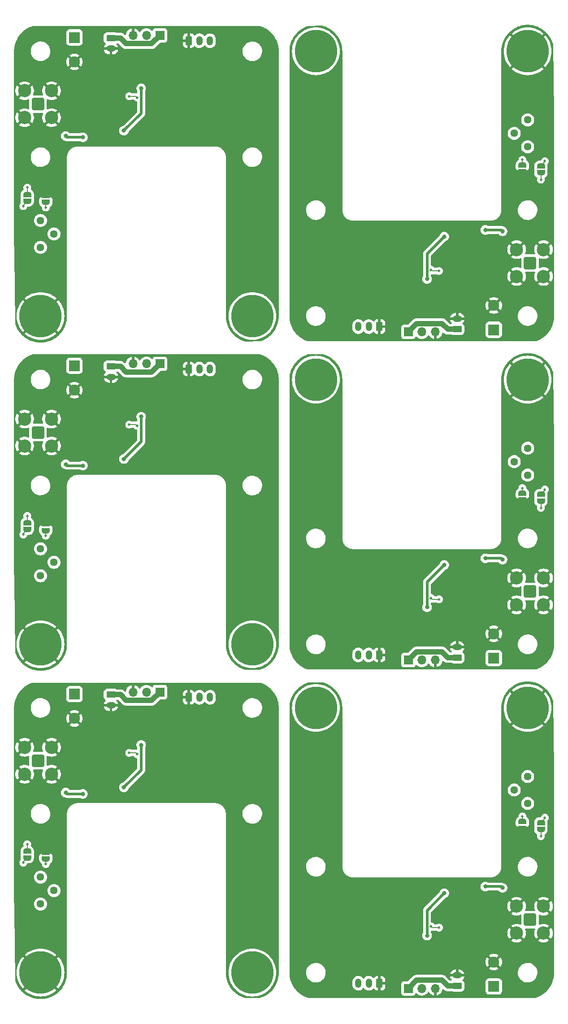
<source format=gbl>
G04 #@! TF.GenerationSoftware,KiCad,Pcbnew,7.0.5-7.0.5~ubuntu22.04.1*
G04 #@! TF.CreationDate,2023-06-19T14:44:07+01:00*
G04 #@! TF.ProjectId,panel,70616e65-6c2e-46b6-9963-61645f706362,v01*
G04 #@! TF.SameCoordinates,Original*
G04 #@! TF.FileFunction,Copper,L2,Bot*
G04 #@! TF.FilePolarity,Positive*
%FSLAX46Y46*%
G04 Gerber Fmt 4.6, Leading zero omitted, Abs format (unit mm)*
G04 Created by KiCad (PCBNEW 7.0.5-7.0.5~ubuntu22.04.1) date 2023-06-19 14:44:07*
%MOMM*%
%LPD*%
G01*
G04 APERTURE LIST*
G04 Aperture macros list*
%AMRoundRect*
0 Rectangle with rounded corners*
0 $1 Rounding radius*
0 $2 $3 $4 $5 $6 $7 $8 $9 X,Y pos of 4 corners*
0 Add a 4 corners polygon primitive as box body*
4,1,4,$2,$3,$4,$5,$6,$7,$8,$9,$2,$3,0*
0 Add four circle primitives for the rounded corners*
1,1,$1+$1,$2,$3*
1,1,$1+$1,$4,$5*
1,1,$1+$1,$6,$7*
1,1,$1+$1,$8,$9*
0 Add four rect primitives between the rounded corners*
20,1,$1+$1,$2,$3,$4,$5,0*
20,1,$1+$1,$4,$5,$6,$7,0*
20,1,$1+$1,$6,$7,$8,$9,0*
20,1,$1+$1,$8,$9,$2,$3,0*%
%AMFreePoly0*
4,1,19,0.500000,-0.750000,0.000000,-0.750000,0.000000,-0.744911,-0.071157,-0.744911,-0.207708,-0.704816,-0.327430,-0.627875,-0.420627,-0.520320,-0.479746,-0.390866,-0.500000,-0.250000,-0.500000,0.250000,-0.479746,0.390866,-0.420627,0.520320,-0.327430,0.627875,-0.207708,0.704816,-0.071157,0.744911,0.000000,0.744911,0.000000,0.750000,0.500000,0.750000,0.500000,-0.750000,0.500000,-0.750000,
$1*%
%AMFreePoly1*
4,1,19,0.000000,0.744911,0.071157,0.744911,0.207708,0.704816,0.327430,0.627875,0.420627,0.520320,0.479746,0.390866,0.500000,0.250000,0.500000,-0.250000,0.479746,-0.390866,0.420627,-0.520320,0.327430,-0.627875,0.207708,-0.704816,0.071157,-0.744911,0.000000,-0.744911,0.000000,-0.750000,-0.500000,-0.750000,-0.500000,0.750000,0.000000,0.750000,0.000000,0.744911,0.000000,0.744911,
$1*%
G04 Aperture macros list end*
G04 #@! TA.AperFunction,ComponentPad*
%ADD10RoundRect,0.200100X0.949900X-0.949900X0.949900X0.949900X-0.949900X0.949900X-0.949900X-0.949900X0*%
G04 #@! TD*
G04 #@! TA.AperFunction,ComponentPad*
%ADD11C,2.500000*%
G04 #@! TD*
G04 #@! TA.AperFunction,ComponentPad*
%ADD12C,0.500000*%
G04 #@! TD*
G04 #@! TA.AperFunction,ComponentPad*
%ADD13C,8.000000*%
G04 #@! TD*
G04 #@! TA.AperFunction,ComponentPad*
%ADD14C,1.440000*%
G04 #@! TD*
G04 #@! TA.AperFunction,ComponentPad*
%ADD15RoundRect,0.250001X0.799999X-0.799999X0.799999X0.799999X-0.799999X0.799999X-0.799999X-0.799999X0*%
G04 #@! TD*
G04 #@! TA.AperFunction,ComponentPad*
%ADD16C,2.100000*%
G04 #@! TD*
G04 #@! TA.AperFunction,ComponentPad*
%ADD17R,1.700000X1.700000*%
G04 #@! TD*
G04 #@! TA.AperFunction,ComponentPad*
%ADD18O,1.700000X1.700000*%
G04 #@! TD*
G04 #@! TA.AperFunction,ComponentPad*
%ADD19RoundRect,0.200100X-0.949900X0.949900X-0.949900X-0.949900X0.949900X-0.949900X0.949900X0.949900X0*%
G04 #@! TD*
G04 #@! TA.AperFunction,ComponentPad*
%ADD20RoundRect,0.250000X0.625000X-0.350000X0.625000X0.350000X-0.625000X0.350000X-0.625000X-0.350000X0*%
G04 #@! TD*
G04 #@! TA.AperFunction,ComponentPad*
%ADD21O,1.750000X1.200000*%
G04 #@! TD*
G04 #@! TA.AperFunction,ComponentPad*
%ADD22RoundRect,0.250000X0.350000X0.625000X-0.350000X0.625000X-0.350000X-0.625000X0.350000X-0.625000X0*%
G04 #@! TD*
G04 #@! TA.AperFunction,ComponentPad*
%ADD23O,1.200000X1.750000*%
G04 #@! TD*
G04 #@! TA.AperFunction,ComponentPad*
%ADD24RoundRect,0.250000X-0.350000X-0.625000X0.350000X-0.625000X0.350000X0.625000X-0.350000X0.625000X0*%
G04 #@! TD*
G04 #@! TA.AperFunction,ComponentPad*
%ADD25RoundRect,0.250000X-0.625000X0.350000X-0.625000X-0.350000X0.625000X-0.350000X0.625000X0.350000X0*%
G04 #@! TD*
G04 #@! TA.AperFunction,ComponentPad*
%ADD26RoundRect,0.250001X-0.799999X0.799999X-0.799999X-0.799999X0.799999X-0.799999X0.799999X0.799999X0*%
G04 #@! TD*
G04 #@! TA.AperFunction,SMDPad,CuDef*
%ADD27FreePoly0,270.000000*%
G04 #@! TD*
G04 #@! TA.AperFunction,SMDPad,CuDef*
%ADD28FreePoly1,270.000000*%
G04 #@! TD*
G04 #@! TA.AperFunction,SMDPad,CuDef*
%ADD29FreePoly0,90.000000*%
G04 #@! TD*
G04 #@! TA.AperFunction,SMDPad,CuDef*
%ADD30FreePoly1,90.000000*%
G04 #@! TD*
G04 #@! TA.AperFunction,ViaPad*
%ADD31C,0.800000*%
G04 #@! TD*
G04 #@! TA.AperFunction,ViaPad*
%ADD32C,0.460000*%
G04 #@! TD*
G04 #@! TA.AperFunction,Conductor*
%ADD33C,0.200000*%
G04 #@! TD*
G04 #@! TA.AperFunction,Conductor*
%ADD34C,0.500000*%
G04 #@! TD*
G04 #@! TA.AperFunction,Conductor*
%ADD35C,1.000000*%
G04 #@! TD*
G04 APERTURE END LIST*
D10*
G04 #@! TO.P,J5,1,In*
G04 #@! TO.N,Board_2-SIGNAL*
X4540000Y-77000000D03*
D11*
G04 #@! TO.P,J5,2,Ext*
G04 #@! TO.N,Board_2-GND*
X2000000Y-79540000D03*
X7080000Y-79540000D03*
X2000000Y-74460000D03*
X7080000Y-74460000D03*
G04 #@! TD*
D12*
G04 #@! TO.P,J2,1,Pin_1*
G04 #@! TO.N,Board_3-GND*
X97000000Y-69400000D03*
X94400000Y-67000000D03*
D13*
X97000000Y-67000000D03*
D12*
X99400000Y-67000000D03*
X97000000Y-64600000D03*
G04 #@! TD*
G04 #@! TO.P,J1,1,Pin_1*
G04 #@! TO.N,Board_5-Net-(J1-Pin_1)*
X57000000Y-131400000D03*
X54400000Y-129000000D03*
D13*
X57000000Y-129000000D03*
D12*
X59400000Y-129000000D03*
X57000000Y-126600000D03*
G04 #@! TD*
D14*
G04 #@! TO.P,RV1,1,1*
G04 #@! TO.N,Board_0-Net-(JP3-A)*
X5000000Y-42040000D03*
G04 #@! TO.P,RV1,2,2*
G04 #@! TO.N,Board_0-Net-(U1A-+)*
X7540000Y-39500000D03*
G04 #@! TO.P,RV1,3,3*
G04 #@! TO.N,Board_0-Net-(JP4-B)*
X5000000Y-36960000D03*
G04 #@! TD*
D12*
G04 #@! TO.P,J2,1,Pin_1*
G04 #@! TO.N,Board_0-GND*
X5000000Y-52600000D03*
X7600000Y-55000000D03*
D13*
X5000000Y-55000000D03*
D12*
X2600000Y-55000000D03*
X5000000Y-57400000D03*
G04 #@! TD*
D15*
G04 #@! TO.P,J4,1,Pin_1*
G04 #@! TO.N,Board_1-+BATT*
X90600000Y-57600001D03*
D16*
G04 #@! TO.P,J4,2,Pin_2*
G04 #@! TO.N,Board_1-GND*
X90600000Y-53000001D03*
G04 #@! TD*
D17*
G04 #@! TO.P,J3,1,Pin_1*
G04 #@! TO.N,Board_4-+BATT*
X27540000Y-126025000D03*
D18*
G04 #@! TO.P,J3,2,Pin_2*
G04 #@! TO.N,Board_4-SIGNAL*
X25000000Y-126025000D03*
G04 #@! TO.P,J3,3,Pin_3*
G04 #@! TO.N,Board_4-GND*
X22460000Y-126025000D03*
G04 #@! TD*
D17*
G04 #@! TO.P,J3,1,Pin_1*
G04 #@! TO.N,Board_3-+BATT*
X74460000Y-119975000D03*
D18*
G04 #@! TO.P,J3,2,Pin_2*
G04 #@! TO.N,Board_3-SIGNAL*
X77000000Y-119975000D03*
G04 #@! TO.P,J3,3,Pin_3*
G04 #@! TO.N,Board_3-GND*
X79540000Y-119975000D03*
G04 #@! TD*
D14*
G04 #@! TO.P,RV1,1,1*
G04 #@! TO.N,Board_3-Net-(JP3-A)*
X97000000Y-79960000D03*
G04 #@! TO.P,RV1,2,2*
G04 #@! TO.N,Board_3-Net-(U1A-+)*
X94460000Y-82500000D03*
G04 #@! TO.P,RV1,3,3*
G04 #@! TO.N,Board_3-Net-(JP4-B)*
X97000000Y-85040000D03*
G04 #@! TD*
D19*
G04 #@! TO.P,J5,1,In*
G04 #@! TO.N,Board_1-SIGNAL*
X97460000Y-45000000D03*
D11*
G04 #@! TO.P,J5,2,Ext*
G04 #@! TO.N,Board_1-GND*
X100000000Y-42460000D03*
X94920000Y-42460000D03*
X100000000Y-47540000D03*
X94920000Y-47540000D03*
G04 #@! TD*
D12*
G04 #@! TO.P,J2,1,Pin_1*
G04 #@! TO.N,Board_1-GND*
X97000000Y-7400000D03*
X94400000Y-5000000D03*
D13*
X97000000Y-5000000D03*
D12*
X99400000Y-5000000D03*
X97000000Y-2600000D03*
G04 #@! TD*
D20*
G04 #@! TO.P,J6,1,Pin_1*
G04 #@! TO.N,Board_1-+BATT*
X83700000Y-57500000D03*
D21*
G04 #@! TO.P,J6,2,Pin_2*
G04 #@! TO.N,Board_1-GND*
X83700000Y-55500000D03*
G04 #@! TD*
D22*
G04 #@! TO.P,J7,1,Pin_1*
G04 #@! TO.N,Board_5-GND*
X69000000Y-181000000D03*
D23*
G04 #@! TO.P,J7,2,Pin_2*
G04 #@! TO.N,Board_5-SIGNAL*
X67000000Y-181000000D03*
G04 #@! TO.P,J7,3,Pin_3*
G04 #@! TO.N,Board_5-+BATT*
X65000000Y-181000000D03*
G04 #@! TD*
D12*
G04 #@! TO.P,J1,1,Pin_1*
G04 #@! TO.N,Board_3-Net-(J1-Pin_1)*
X57000000Y-69400000D03*
X54400000Y-67000000D03*
D13*
X57000000Y-67000000D03*
D12*
X59400000Y-67000000D03*
X57000000Y-64600000D03*
G04 #@! TD*
D20*
G04 #@! TO.P,J6,1,Pin_1*
G04 #@! TO.N,Board_5-+BATT*
X83700000Y-181500000D03*
D21*
G04 #@! TO.P,J6,2,Pin_2*
G04 #@! TO.N,Board_5-GND*
X83700000Y-179500000D03*
G04 #@! TD*
D22*
G04 #@! TO.P,J7,1,Pin_1*
G04 #@! TO.N,Board_1-GND*
X69000000Y-57000000D03*
D23*
G04 #@! TO.P,J7,2,Pin_2*
G04 #@! TO.N,Board_1-SIGNAL*
X67000000Y-57000000D03*
G04 #@! TO.P,J7,3,Pin_3*
G04 #@! TO.N,Board_1-+BATT*
X65000000Y-57000000D03*
G04 #@! TD*
D12*
G04 #@! TO.P,J2,1,Pin_1*
G04 #@! TO.N,Board_2-GND*
X5000000Y-114600000D03*
X7600000Y-117000000D03*
D13*
X5000000Y-117000000D03*
D12*
X2600000Y-117000000D03*
X5000000Y-119400000D03*
G04 #@! TD*
D17*
G04 #@! TO.P,J3,1,Pin_1*
G04 #@! TO.N,Board_0-+BATT*
X27540000Y-2025000D03*
D18*
G04 #@! TO.P,J3,2,Pin_2*
G04 #@! TO.N,Board_0-SIGNAL*
X25000000Y-2025000D03*
G04 #@! TO.P,J3,3,Pin_3*
G04 #@! TO.N,Board_0-GND*
X22460000Y-2025000D03*
G04 #@! TD*
D12*
G04 #@! TO.P,J1,1,Pin_1*
G04 #@! TO.N,Board_2-Net-(J1-Pin_1)*
X45000000Y-114600000D03*
X47600000Y-117000000D03*
D13*
X45000000Y-117000000D03*
D12*
X42600000Y-117000000D03*
X45000000Y-119400000D03*
G04 #@! TD*
D20*
G04 #@! TO.P,J6,1,Pin_1*
G04 #@! TO.N,Board_3-+BATT*
X83700000Y-119500000D03*
D21*
G04 #@! TO.P,J6,2,Pin_2*
G04 #@! TO.N,Board_3-GND*
X83700000Y-117500000D03*
G04 #@! TD*
D15*
G04 #@! TO.P,J4,1,Pin_1*
G04 #@! TO.N,Board_3-+BATT*
X90600000Y-119600001D03*
D16*
G04 #@! TO.P,J4,2,Pin_2*
G04 #@! TO.N,Board_3-GND*
X90600000Y-115000001D03*
G04 #@! TD*
D12*
G04 #@! TO.P,J1,1,Pin_1*
G04 #@! TO.N,Board_1-Net-(J1-Pin_1)*
X57000000Y-7400000D03*
X54400000Y-5000000D03*
D13*
X57000000Y-5000000D03*
D12*
X59400000Y-5000000D03*
X57000000Y-2600000D03*
G04 #@! TD*
D24*
G04 #@! TO.P,J7,1,Pin_1*
G04 #@! TO.N,Board_2-GND*
X33000000Y-65000000D03*
D23*
G04 #@! TO.P,J7,2,Pin_2*
G04 #@! TO.N,Board_2-SIGNAL*
X35000000Y-65000000D03*
G04 #@! TO.P,J7,3,Pin_3*
G04 #@! TO.N,Board_2-+BATT*
X37000000Y-65000000D03*
G04 #@! TD*
D25*
G04 #@! TO.P,J6,1,Pin_1*
G04 #@! TO.N,Board_2-+BATT*
X18300000Y-64500000D03*
D21*
G04 #@! TO.P,J6,2,Pin_2*
G04 #@! TO.N,Board_2-GND*
X18300000Y-66500000D03*
G04 #@! TD*
D26*
G04 #@! TO.P,J4,1,Pin_1*
G04 #@! TO.N,Board_4-+BATT*
X11400000Y-126399999D03*
D16*
G04 #@! TO.P,J4,2,Pin_2*
G04 #@! TO.N,Board_4-GND*
X11400000Y-130999999D03*
G04 #@! TD*
D17*
G04 #@! TO.P,J3,1,Pin_1*
G04 #@! TO.N,Board_5-+BATT*
X74460000Y-181975000D03*
D18*
G04 #@! TO.P,J3,2,Pin_2*
G04 #@! TO.N,Board_5-SIGNAL*
X77000000Y-181975000D03*
G04 #@! TO.P,J3,3,Pin_3*
G04 #@! TO.N,Board_5-GND*
X79540000Y-181975000D03*
G04 #@! TD*
D12*
G04 #@! TO.P,J2,1,Pin_1*
G04 #@! TO.N,Board_5-GND*
X97000000Y-131400000D03*
X94400000Y-129000000D03*
D13*
X97000000Y-129000000D03*
D12*
X99400000Y-129000000D03*
X97000000Y-126600000D03*
G04 #@! TD*
D24*
G04 #@! TO.P,J7,1,Pin_1*
G04 #@! TO.N,Board_0-GND*
X33000000Y-3000000D03*
D23*
G04 #@! TO.P,J7,2,Pin_2*
G04 #@! TO.N,Board_0-SIGNAL*
X35000000Y-3000000D03*
G04 #@! TO.P,J7,3,Pin_3*
G04 #@! TO.N,Board_0-+BATT*
X37000000Y-3000000D03*
G04 #@! TD*
D14*
G04 #@! TO.P,RV1,1,1*
G04 #@! TO.N,Board_5-Net-(JP3-A)*
X97000000Y-141960000D03*
G04 #@! TO.P,RV1,2,2*
G04 #@! TO.N,Board_5-Net-(U1A-+)*
X94460000Y-144500000D03*
G04 #@! TO.P,RV1,3,3*
G04 #@! TO.N,Board_5-Net-(JP4-B)*
X97000000Y-147040000D03*
G04 #@! TD*
D25*
G04 #@! TO.P,J6,1,Pin_1*
G04 #@! TO.N,Board_4-+BATT*
X18300000Y-126500000D03*
D21*
G04 #@! TO.P,J6,2,Pin_2*
G04 #@! TO.N,Board_4-GND*
X18300000Y-128500000D03*
G04 #@! TD*
D17*
G04 #@! TO.P,J3,1,Pin_1*
G04 #@! TO.N,Board_1-+BATT*
X74460000Y-57975000D03*
D18*
G04 #@! TO.P,J3,2,Pin_2*
G04 #@! TO.N,Board_1-SIGNAL*
X77000000Y-57975000D03*
G04 #@! TO.P,J3,3,Pin_3*
G04 #@! TO.N,Board_1-GND*
X79540000Y-57975000D03*
G04 #@! TD*
D12*
G04 #@! TO.P,J2,1,Pin_1*
G04 #@! TO.N,Board_4-GND*
X5000000Y-176600000D03*
X7600000Y-179000000D03*
D13*
X5000000Y-179000000D03*
D12*
X2600000Y-179000000D03*
X5000000Y-181400000D03*
G04 #@! TD*
D19*
G04 #@! TO.P,J5,1,In*
G04 #@! TO.N,Board_3-SIGNAL*
X97460000Y-107000000D03*
D11*
G04 #@! TO.P,J5,2,Ext*
G04 #@! TO.N,Board_3-GND*
X100000000Y-104460000D03*
X94920000Y-104460000D03*
X100000000Y-109540000D03*
X94920000Y-109540000D03*
G04 #@! TD*
D10*
G04 #@! TO.P,J5,1,In*
G04 #@! TO.N,Board_0-SIGNAL*
X4540000Y-15000000D03*
D11*
G04 #@! TO.P,J5,2,Ext*
G04 #@! TO.N,Board_0-GND*
X2000000Y-17540000D03*
X7080000Y-17540000D03*
X2000000Y-12460000D03*
X7080000Y-12460000D03*
G04 #@! TD*
D10*
G04 #@! TO.P,J5,1,In*
G04 #@! TO.N,Board_4-SIGNAL*
X4540000Y-139000000D03*
D11*
G04 #@! TO.P,J5,2,Ext*
G04 #@! TO.N,Board_4-GND*
X2000000Y-141540000D03*
X7080000Y-141540000D03*
X2000000Y-136460000D03*
X7080000Y-136460000D03*
G04 #@! TD*
D17*
G04 #@! TO.P,J3,1,Pin_1*
G04 #@! TO.N,Board_2-+BATT*
X27540000Y-64025000D03*
D18*
G04 #@! TO.P,J3,2,Pin_2*
G04 #@! TO.N,Board_2-SIGNAL*
X25000000Y-64025000D03*
G04 #@! TO.P,J3,3,Pin_3*
G04 #@! TO.N,Board_2-GND*
X22460000Y-64025000D03*
G04 #@! TD*
D12*
G04 #@! TO.P,J1,1,Pin_1*
G04 #@! TO.N,Board_0-Net-(J1-Pin_1)*
X45000000Y-52600000D03*
X47600000Y-55000000D03*
D13*
X45000000Y-55000000D03*
D12*
X42600000Y-55000000D03*
X45000000Y-57400000D03*
G04 #@! TD*
D14*
G04 #@! TO.P,RV1,1,1*
G04 #@! TO.N,Board_1-Net-(JP3-A)*
X97000000Y-17960000D03*
G04 #@! TO.P,RV1,2,2*
G04 #@! TO.N,Board_1-Net-(U1A-+)*
X94460000Y-20500000D03*
G04 #@! TO.P,RV1,3,3*
G04 #@! TO.N,Board_1-Net-(JP4-B)*
X97000000Y-23040000D03*
G04 #@! TD*
D24*
G04 #@! TO.P,J7,1,Pin_1*
G04 #@! TO.N,Board_4-GND*
X33000000Y-127000000D03*
D23*
G04 #@! TO.P,J7,2,Pin_2*
G04 #@! TO.N,Board_4-SIGNAL*
X35000000Y-127000000D03*
G04 #@! TO.P,J7,3,Pin_3*
G04 #@! TO.N,Board_4-+BATT*
X37000000Y-127000000D03*
G04 #@! TD*
D14*
G04 #@! TO.P,RV1,1,1*
G04 #@! TO.N,Board_2-Net-(JP3-A)*
X5000000Y-104040000D03*
G04 #@! TO.P,RV1,2,2*
G04 #@! TO.N,Board_2-Net-(U1A-+)*
X7540000Y-101500000D03*
G04 #@! TO.P,RV1,3,3*
G04 #@! TO.N,Board_2-Net-(JP4-B)*
X5000000Y-98960000D03*
G04 #@! TD*
D12*
G04 #@! TO.P,J1,1,Pin_1*
G04 #@! TO.N,Board_4-Net-(J1-Pin_1)*
X45000000Y-176600000D03*
X47600000Y-179000000D03*
D13*
X45000000Y-179000000D03*
D12*
X42600000Y-179000000D03*
X45000000Y-181400000D03*
G04 #@! TD*
D26*
G04 #@! TO.P,J4,1,Pin_1*
G04 #@! TO.N,Board_0-+BATT*
X11400000Y-2399999D03*
D16*
G04 #@! TO.P,J4,2,Pin_2*
G04 #@! TO.N,Board_0-GND*
X11400000Y-6999999D03*
G04 #@! TD*
D25*
G04 #@! TO.P,J6,1,Pin_1*
G04 #@! TO.N,Board_0-+BATT*
X18300000Y-2500000D03*
D21*
G04 #@! TO.P,J6,2,Pin_2*
G04 #@! TO.N,Board_0-GND*
X18300000Y-4500000D03*
G04 #@! TD*
D14*
G04 #@! TO.P,RV1,1,1*
G04 #@! TO.N,Board_4-Net-(JP3-A)*
X5000000Y-166040000D03*
G04 #@! TO.P,RV1,2,2*
G04 #@! TO.N,Board_4-Net-(U1A-+)*
X7540000Y-163500000D03*
G04 #@! TO.P,RV1,3,3*
G04 #@! TO.N,Board_4-Net-(JP4-B)*
X5000000Y-160960000D03*
G04 #@! TD*
D19*
G04 #@! TO.P,J5,1,In*
G04 #@! TO.N,Board_5-SIGNAL*
X97460000Y-169000000D03*
D11*
G04 #@! TO.P,J5,2,Ext*
G04 #@! TO.N,Board_5-GND*
X100000000Y-166460000D03*
X94920000Y-166460000D03*
X100000000Y-171540000D03*
X94920000Y-171540000D03*
G04 #@! TD*
D26*
G04 #@! TO.P,J4,1,Pin_1*
G04 #@! TO.N,Board_2-+BATT*
X11400000Y-64399999D03*
D16*
G04 #@! TO.P,J4,2,Pin_2*
G04 #@! TO.N,Board_2-GND*
X11400000Y-68999999D03*
G04 #@! TD*
D22*
G04 #@! TO.P,J7,1,Pin_1*
G04 #@! TO.N,Board_3-GND*
X69000000Y-119000000D03*
D23*
G04 #@! TO.P,J7,2,Pin_2*
G04 #@! TO.N,Board_3-SIGNAL*
X67000000Y-119000000D03*
G04 #@! TO.P,J7,3,Pin_3*
G04 #@! TO.N,Board_3-+BATT*
X65000000Y-119000000D03*
G04 #@! TD*
D15*
G04 #@! TO.P,J4,1,Pin_1*
G04 #@! TO.N,Board_5-+BATT*
X90600000Y-181600001D03*
D16*
G04 #@! TO.P,J4,2,Pin_2*
G04 #@! TO.N,Board_5-GND*
X90600000Y-177000001D03*
G04 #@! TD*
D27*
G04 #@! TO.P,JP4,1,A*
G04 #@! TO.N,Board_4-GND*
X6000000Y-156240000D03*
D28*
G04 #@! TO.P,JP4,2,B*
G04 #@! TO.N,Board_4-Net-(JP4-B)*
X6000000Y-157540000D03*
G04 #@! TD*
D29*
G04 #@! TO.P,JP4,1,A*
G04 #@! TO.N,Board_1-GND*
X96000000Y-27760000D03*
D30*
G04 #@! TO.P,JP4,2,B*
G04 #@! TO.N,Board_1-Net-(JP4-B)*
X96000000Y-26460000D03*
G04 #@! TD*
D27*
G04 #@! TO.P,JP3,1,A*
G04 #@! TO.N,Board_1-Net-(JP3-A)*
X99500000Y-26660000D03*
D28*
G04 #@! TO.P,JP3,2,B*
G04 #@! TO.N,Board_1-+5V*
X99500000Y-27960000D03*
G04 #@! TD*
D29*
G04 #@! TO.P,JP4,1,A*
G04 #@! TO.N,Board_3-GND*
X96000000Y-89760000D03*
D30*
G04 #@! TO.P,JP4,2,B*
G04 #@! TO.N,Board_3-Net-(JP4-B)*
X96000000Y-88460000D03*
G04 #@! TD*
D27*
G04 #@! TO.P,JP4,1,A*
G04 #@! TO.N,Board_2-GND*
X6000000Y-94240000D03*
D28*
G04 #@! TO.P,JP4,2,B*
G04 #@! TO.N,Board_2-Net-(JP4-B)*
X6000000Y-95540000D03*
G04 #@! TD*
D27*
G04 #@! TO.P,JP3,1,A*
G04 #@! TO.N,Board_3-Net-(JP3-A)*
X99500000Y-88660000D03*
D28*
G04 #@! TO.P,JP3,2,B*
G04 #@! TO.N,Board_3-+5V*
X99500000Y-89960000D03*
G04 #@! TD*
D27*
G04 #@! TO.P,JP3,1,A*
G04 #@! TO.N,Board_5-Net-(JP3-A)*
X99500000Y-150660000D03*
D28*
G04 #@! TO.P,JP3,2,B*
G04 #@! TO.N,Board_5-+5V*
X99500000Y-151960000D03*
G04 #@! TD*
D27*
G04 #@! TO.P,JP4,1,A*
G04 #@! TO.N,Board_0-GND*
X6000000Y-32240000D03*
D28*
G04 #@! TO.P,JP4,2,B*
G04 #@! TO.N,Board_0-Net-(JP4-B)*
X6000000Y-33540000D03*
G04 #@! TD*
D29*
G04 #@! TO.P,JP3,1,A*
G04 #@! TO.N,Board_2-Net-(JP3-A)*
X2500000Y-95340000D03*
D30*
G04 #@! TO.P,JP3,2,B*
G04 #@! TO.N,Board_2-+5V*
X2500000Y-94040000D03*
G04 #@! TD*
D29*
G04 #@! TO.P,JP3,1,A*
G04 #@! TO.N,Board_0-Net-(JP3-A)*
X2500000Y-33340000D03*
D30*
G04 #@! TO.P,JP3,2,B*
G04 #@! TO.N,Board_0-+5V*
X2500000Y-32040000D03*
G04 #@! TD*
D29*
G04 #@! TO.P,JP4,1,A*
G04 #@! TO.N,Board_5-GND*
X96000000Y-151760000D03*
D30*
G04 #@! TO.P,JP4,2,B*
G04 #@! TO.N,Board_5-Net-(JP4-B)*
X96000000Y-150460000D03*
G04 #@! TD*
D29*
G04 #@! TO.P,JP3,1,A*
G04 #@! TO.N,Board_4-Net-(JP3-A)*
X2500000Y-157340000D03*
D30*
G04 #@! TO.P,JP3,2,B*
G04 #@! TO.N,Board_4-+5V*
X2500000Y-156040000D03*
G04 #@! TD*
D31*
G04 #@! TO.N,Board_0-+5V*
X20750000Y-20000000D03*
D32*
X2500000Y-30750000D03*
D31*
X9750000Y-21000000D03*
X13000000Y-21250000D03*
X24000000Y-12000000D03*
G04 #@! TO.N,Board_0-GND*
X29500000Y-5500000D03*
X21500000Y-9250000D03*
X25750000Y-13000000D03*
D32*
X6000000Y-31000000D03*
D31*
X29750000Y-13500000D03*
X22500000Y-21000000D03*
D32*
G04 #@! TO.N,Board_0-Net-(JP3-A)*
X1750000Y-34250000D03*
G04 #@! TO.N,Board_0-Net-(JP4-B)*
X6000000Y-34500000D03*
G04 #@! TO.N,Board_0-Net-(U1A-+)*
X23250000Y-13750000D03*
X21750000Y-13500000D03*
D31*
G04 #@! TO.N,Board_1-+5V*
X89000000Y-38750000D03*
X78000000Y-48000000D03*
X81250000Y-40000000D03*
X92250000Y-39000000D03*
D32*
X99500000Y-29250000D03*
G04 #@! TO.N,Board_1-GND*
X96000000Y-29000000D03*
D31*
X72500000Y-54500000D03*
X80500000Y-50750000D03*
X72250000Y-46500000D03*
X76250000Y-47000000D03*
X79500000Y-39000000D03*
D32*
G04 #@! TO.N,Board_1-Net-(JP3-A)*
X100250000Y-25750000D03*
G04 #@! TO.N,Board_1-Net-(JP4-B)*
X96000000Y-25500000D03*
G04 #@! TO.N,Board_1-Net-(U1A-+)*
X78750000Y-46250000D03*
X80250000Y-46500000D03*
D31*
G04 #@! TO.N,Board_2-+5V*
X24000000Y-74000000D03*
X20750000Y-82000000D03*
D32*
X2500000Y-92750000D03*
D31*
X13000000Y-83250000D03*
X9750000Y-83000000D03*
D32*
G04 #@! TO.N,Board_2-GND*
X6000000Y-93000000D03*
D31*
X21500000Y-71250000D03*
X29500000Y-67500000D03*
X25750000Y-75000000D03*
X29750000Y-75500000D03*
X22500000Y-83000000D03*
D32*
G04 #@! TO.N,Board_2-Net-(JP3-A)*
X1750000Y-96250000D03*
G04 #@! TO.N,Board_2-Net-(JP4-B)*
X6000000Y-96500000D03*
G04 #@! TO.N,Board_2-Net-(U1A-+)*
X21750000Y-75500000D03*
X23250000Y-75750000D03*
D31*
G04 #@! TO.N,Board_3-+5V*
X92250000Y-101000000D03*
X78000000Y-110000000D03*
X89000000Y-100750000D03*
X81250000Y-102000000D03*
D32*
X99500000Y-91250000D03*
D31*
G04 #@! TO.N,Board_3-GND*
X79500000Y-101000000D03*
X76250000Y-109000000D03*
X80500000Y-112750000D03*
X72500000Y-116500000D03*
D32*
X96000000Y-91000000D03*
D31*
X72250000Y-108500000D03*
D32*
G04 #@! TO.N,Board_3-Net-(JP3-A)*
X100250000Y-87750000D03*
G04 #@! TO.N,Board_3-Net-(JP4-B)*
X96000000Y-87500000D03*
G04 #@! TO.N,Board_3-Net-(U1A-+)*
X80250000Y-108500000D03*
X78750000Y-108250000D03*
D31*
G04 #@! TO.N,Board_4-+5V*
X20750000Y-144000000D03*
D32*
X2500000Y-154750000D03*
D31*
X13000000Y-145250000D03*
X9750000Y-145000000D03*
X24000000Y-136000000D03*
G04 #@! TO.N,Board_4-GND*
X25750000Y-137000000D03*
X29750000Y-137500000D03*
X21500000Y-133250000D03*
X22500000Y-145000000D03*
D32*
X6000000Y-155000000D03*
D31*
X29500000Y-129500000D03*
D32*
G04 #@! TO.N,Board_4-Net-(JP3-A)*
X1750000Y-158250000D03*
G04 #@! TO.N,Board_4-Net-(JP4-B)*
X6000000Y-158500000D03*
G04 #@! TO.N,Board_4-Net-(U1A-+)*
X23250000Y-137750000D03*
X21750000Y-137500000D03*
D31*
G04 #@! TO.N,Board_5-+5V*
X81250000Y-164000000D03*
D32*
X99500000Y-153250000D03*
D31*
X92250000Y-163000000D03*
X78000000Y-172000000D03*
X89000000Y-162750000D03*
G04 #@! TO.N,Board_5-GND*
X76250000Y-171000000D03*
X72250000Y-170500000D03*
X80500000Y-174750000D03*
X72500000Y-178500000D03*
X79500000Y-163000000D03*
D32*
X96000000Y-153000000D03*
G04 #@! TO.N,Board_5-Net-(JP3-A)*
X100250000Y-149750000D03*
G04 #@! TO.N,Board_5-Net-(JP4-B)*
X96000000Y-149500000D03*
G04 #@! TO.N,Board_5-Net-(U1A-+)*
X78750000Y-170250000D03*
X80250000Y-170500000D03*
G04 #@! TD*
D33*
G04 #@! TO.N,Board_0-+5V*
X2500000Y-30750000D02*
X2500000Y-32040000D01*
D34*
X10000000Y-21250000D02*
X9750000Y-21000000D01*
X24000000Y-12000000D02*
X24000000Y-16750000D01*
X24000000Y-16750000D02*
X20750000Y-20000000D01*
D33*
X2250000Y-31790000D02*
X2500000Y-32040000D01*
D34*
X13000000Y-21250000D02*
X10000000Y-21250000D01*
D35*
G04 #@! TO.N,Board_0-+BATT*
X20100000Y-2500000D02*
X18300000Y-2500000D01*
X27540000Y-2025000D02*
X25990000Y-3575000D01*
X18413478Y-2500000D02*
X18300000Y-2500000D01*
X25990000Y-3575000D02*
X21175000Y-3575000D01*
X21175000Y-3575000D02*
X20100000Y-2500000D01*
D33*
G04 #@! TO.N,Board_0-GND*
X6000000Y-31000000D02*
X6000000Y-32240000D01*
G04 #@! TO.N,Board_0-Net-(JP3-A)*
X1750000Y-34090000D02*
X2500000Y-33340000D01*
X1750000Y-34250000D02*
X1750000Y-34090000D01*
G04 #@! TO.N,Board_0-Net-(JP4-B)*
X6000000Y-34500000D02*
X6000000Y-33540000D01*
G04 #@! TO.N,Board_0-Net-(U1A-+)*
X21750000Y-13500000D02*
X23000000Y-13500000D01*
X23000000Y-13500000D02*
X23250000Y-13750000D01*
D34*
G04 #@! TO.N,Board_1-+5V*
X92000000Y-38750000D02*
X92250000Y-39000000D01*
X78000000Y-43250000D02*
X81250000Y-40000000D01*
X78000000Y-48000000D02*
X78000000Y-43250000D01*
X89000000Y-38750000D02*
X92000000Y-38750000D01*
D33*
X99500000Y-29250000D02*
X99500000Y-27960000D01*
X99750000Y-28210000D02*
X99500000Y-27960000D01*
D35*
G04 #@! TO.N,Board_1-+BATT*
X83586522Y-57500000D02*
X83700000Y-57500000D01*
X80825000Y-56425000D02*
X81900000Y-57500000D01*
X76010000Y-56425000D02*
X80825000Y-56425000D01*
X74460000Y-57975000D02*
X76010000Y-56425000D01*
X81900000Y-57500000D02*
X83700000Y-57500000D01*
D33*
G04 #@! TO.N,Board_1-GND*
X96000000Y-29000000D02*
X96000000Y-27760000D01*
G04 #@! TO.N,Board_1-Net-(JP3-A)*
X100250000Y-25910000D02*
X99500000Y-26660000D01*
X100250000Y-25750000D02*
X100250000Y-25910000D01*
G04 #@! TO.N,Board_1-Net-(JP4-B)*
X96000000Y-25500000D02*
X96000000Y-26460000D01*
G04 #@! TO.N,Board_1-Net-(U1A-+)*
X80250000Y-46500000D02*
X79000000Y-46500000D01*
X79000000Y-46500000D02*
X78750000Y-46250000D01*
G04 #@! TO.N,Board_2-+5V*
X2250000Y-93790000D02*
X2500000Y-94040000D01*
D34*
X13000000Y-83250000D02*
X10000000Y-83250000D01*
D33*
X2500000Y-92750000D02*
X2500000Y-94040000D01*
D34*
X24000000Y-78750000D02*
X20750000Y-82000000D01*
X10000000Y-83250000D02*
X9750000Y-83000000D01*
X24000000Y-74000000D02*
X24000000Y-78750000D01*
D35*
G04 #@! TO.N,Board_2-+BATT*
X25990000Y-65575000D02*
X21175000Y-65575000D01*
X20100000Y-64500000D02*
X18300000Y-64500000D01*
X27540000Y-64025000D02*
X25990000Y-65575000D01*
X18413478Y-64500000D02*
X18300000Y-64500000D01*
X21175000Y-65575000D02*
X20100000Y-64500000D01*
D33*
G04 #@! TO.N,Board_2-GND*
X6000000Y-93000000D02*
X6000000Y-94240000D01*
G04 #@! TO.N,Board_2-Net-(JP3-A)*
X1750000Y-96250000D02*
X1750000Y-96090000D01*
X1750000Y-96090000D02*
X2500000Y-95340000D01*
G04 #@! TO.N,Board_2-Net-(JP4-B)*
X6000000Y-96500000D02*
X6000000Y-95540000D01*
G04 #@! TO.N,Board_2-Net-(U1A-+)*
X21750000Y-75500000D02*
X23000000Y-75500000D01*
X23000000Y-75500000D02*
X23250000Y-75750000D01*
G04 #@! TO.N,Board_3-+5V*
X99500000Y-91250000D02*
X99500000Y-89960000D01*
D34*
X92000000Y-100750000D02*
X92250000Y-101000000D01*
X78000000Y-105250000D02*
X81250000Y-102000000D01*
X78000000Y-110000000D02*
X78000000Y-105250000D01*
D33*
X99750000Y-90210000D02*
X99500000Y-89960000D01*
D34*
X89000000Y-100750000D02*
X92000000Y-100750000D01*
D35*
G04 #@! TO.N,Board_3-+BATT*
X81900000Y-119500000D02*
X83700000Y-119500000D01*
X76010000Y-118425000D02*
X80825000Y-118425000D01*
X74460000Y-119975000D02*
X76010000Y-118425000D01*
X83586522Y-119500000D02*
X83700000Y-119500000D01*
X80825000Y-118425000D02*
X81900000Y-119500000D01*
D33*
G04 #@! TO.N,Board_3-GND*
X96000000Y-91000000D02*
X96000000Y-89760000D01*
G04 #@! TO.N,Board_3-Net-(JP3-A)*
X100250000Y-87910000D02*
X99500000Y-88660000D01*
X100250000Y-87750000D02*
X100250000Y-87910000D01*
G04 #@! TO.N,Board_3-Net-(JP4-B)*
X96000000Y-87500000D02*
X96000000Y-88460000D01*
G04 #@! TO.N,Board_3-Net-(U1A-+)*
X79000000Y-108500000D02*
X78750000Y-108250000D01*
X80250000Y-108500000D02*
X79000000Y-108500000D01*
G04 #@! TO.N,Board_4-+5V*
X2500000Y-154750000D02*
X2500000Y-156040000D01*
D34*
X24000000Y-136000000D02*
X24000000Y-140750000D01*
X13000000Y-145250000D02*
X10000000Y-145250000D01*
X24000000Y-140750000D02*
X20750000Y-144000000D01*
D33*
X2250000Y-155790000D02*
X2500000Y-156040000D01*
D34*
X10000000Y-145250000D02*
X9750000Y-145000000D01*
D35*
G04 #@! TO.N,Board_4-+BATT*
X25990000Y-127575000D02*
X21175000Y-127575000D01*
X18413478Y-126500000D02*
X18300000Y-126500000D01*
X20100000Y-126500000D02*
X18300000Y-126500000D01*
X21175000Y-127575000D02*
X20100000Y-126500000D01*
X27540000Y-126025000D02*
X25990000Y-127575000D01*
D33*
G04 #@! TO.N,Board_4-GND*
X6000000Y-155000000D02*
X6000000Y-156240000D01*
G04 #@! TO.N,Board_4-Net-(JP3-A)*
X1750000Y-158090000D02*
X2500000Y-157340000D01*
X1750000Y-158250000D02*
X1750000Y-158090000D01*
G04 #@! TO.N,Board_4-Net-(JP4-B)*
X6000000Y-158500000D02*
X6000000Y-157540000D01*
G04 #@! TO.N,Board_4-Net-(U1A-+)*
X23000000Y-137500000D02*
X23250000Y-137750000D01*
X21750000Y-137500000D02*
X23000000Y-137500000D01*
D34*
G04 #@! TO.N,Board_5-+5V*
X89000000Y-162750000D02*
X92000000Y-162750000D01*
X78000000Y-167250000D02*
X81250000Y-164000000D01*
X92000000Y-162750000D02*
X92250000Y-163000000D01*
D33*
X99500000Y-153250000D02*
X99500000Y-151960000D01*
D34*
X78000000Y-172000000D02*
X78000000Y-167250000D01*
D33*
X99750000Y-152210000D02*
X99500000Y-151960000D01*
D35*
G04 #@! TO.N,Board_5-+BATT*
X81900000Y-181500000D02*
X83700000Y-181500000D01*
X76010000Y-180425000D02*
X80825000Y-180425000D01*
X74460000Y-181975000D02*
X76010000Y-180425000D01*
X80825000Y-180425000D02*
X81900000Y-181500000D01*
X83586522Y-181500000D02*
X83700000Y-181500000D01*
D33*
G04 #@! TO.N,Board_5-GND*
X96000000Y-153000000D02*
X96000000Y-151760000D01*
G04 #@! TO.N,Board_5-Net-(JP3-A)*
X100250000Y-149910000D02*
X99500000Y-150660000D01*
X100250000Y-149750000D02*
X100250000Y-149910000D01*
G04 #@! TO.N,Board_5-Net-(JP4-B)*
X96000000Y-149500000D02*
X96000000Y-150460000D01*
G04 #@! TO.N,Board_5-Net-(U1A-+)*
X80250000Y-170500000D02*
X79000000Y-170500000D01*
X79000000Y-170500000D02*
X78750000Y-170250000D01*
G04 #@! TD*
G04 #@! TA.AperFunction,Conductor*
G04 #@! TO.N,Board_5-GND*
G36*
X52000559Y-128998649D02*
G01*
X52017976Y-128599742D01*
X52019473Y-128566410D01*
X52019938Y-128561123D01*
X52057024Y-128279426D01*
X52077553Y-128127875D01*
X52078452Y-128122832D01*
X52134793Y-127868695D01*
X52174159Y-127696220D01*
X52175462Y-127691419D01*
X52223680Y-127538491D01*
X52250696Y-127452809D01*
X52308528Y-127274820D01*
X52310195Y-127270303D01*
X52403803Y-127044311D01*
X52479603Y-126866969D01*
X52481589Y-126862772D01*
X52592951Y-126648847D01*
X52669873Y-126505902D01*
X52686020Y-126475896D01*
X52688321Y-126471971D01*
X52816645Y-126270544D01*
X52882209Y-126171218D01*
X52926195Y-126104584D01*
X52928751Y-126100996D01*
X53073108Y-125912865D01*
X53198231Y-125755965D01*
X53200984Y-125752746D01*
X53360038Y-125579169D01*
X53360795Y-125578362D01*
X53499993Y-125432773D01*
X53502911Y-125429916D01*
X53613931Y-125328185D01*
X53675623Y-125271654D01*
X53676718Y-125270674D01*
X53829105Y-125137537D01*
X53832155Y-125135039D01*
X54017400Y-124992896D01*
X54018700Y-124991925D01*
X54183005Y-124872551D01*
X54186129Y-124870423D01*
X54382551Y-124745289D01*
X54384035Y-124744373D01*
X54558913Y-124639889D01*
X54562085Y-124638118D01*
X54768233Y-124530803D01*
X54769961Y-124529937D01*
X54886909Y-124473618D01*
X54953869Y-124441371D01*
X54957045Y-124439950D01*
X55171458Y-124351139D01*
X55173399Y-124350372D01*
X55364790Y-124278542D01*
X55367932Y-124277458D01*
X55551173Y-124219682D01*
X55587215Y-124213949D01*
X58316151Y-124186522D01*
X58350387Y-124190985D01*
X58408834Y-124207116D01*
X58410983Y-124207751D01*
X58632066Y-124277458D01*
X58635209Y-124278542D01*
X58826599Y-124350373D01*
X58828540Y-124351139D01*
X59042953Y-124439950D01*
X59046129Y-124441371D01*
X59230037Y-124529937D01*
X59231765Y-124530803D01*
X59437913Y-124638118D01*
X59441085Y-124639889D01*
X59615963Y-124744373D01*
X59617477Y-124745307D01*
X59813863Y-124870419D01*
X59816993Y-124872551D01*
X59981298Y-124991925D01*
X59982598Y-124992896D01*
X60167843Y-125135039D01*
X60170893Y-125137537D01*
X60323280Y-125270674D01*
X60324375Y-125271654D01*
X60497086Y-125429915D01*
X60500013Y-125432780D01*
X60639164Y-125578320D01*
X60640063Y-125579279D01*
X60799004Y-125752734D01*
X60801767Y-125755965D01*
X60926890Y-125912865D01*
X61071247Y-126100996D01*
X61073803Y-126104584D01*
X61183346Y-126270532D01*
X61311671Y-126471962D01*
X61313978Y-126475896D01*
X61407066Y-126648882D01*
X61518395Y-126862742D01*
X61520412Y-126867005D01*
X61596193Y-127044305D01*
X61689794Y-127270278D01*
X61691480Y-127274847D01*
X61749302Y-127452809D01*
X61824531Y-127691401D01*
X61825847Y-127696251D01*
X61865193Y-127868641D01*
X61921541Y-128122806D01*
X61922450Y-128127906D01*
X61942984Y-128279502D01*
X61980058Y-128561108D01*
X61980526Y-128566421D01*
X61982022Y-128599708D01*
X61998077Y-128967409D01*
X61999441Y-128998650D01*
X61999500Y-129001353D01*
X61999500Y-158968301D01*
X61998077Y-158973144D01*
X61999342Y-158990816D01*
X61999500Y-158995240D01*
X61999500Y-158999500D01*
X61999500Y-159000000D01*
X61999500Y-159131120D01*
X61999500Y-159131126D01*
X61999501Y-159131131D01*
X62018739Y-159277256D01*
X62018690Y-159277567D01*
X62019058Y-159279676D01*
X62020884Y-159293552D01*
X62021256Y-159297219D01*
X62026646Y-159372573D01*
X62031975Y-159387326D01*
X62032938Y-159387134D01*
X62033729Y-159391113D01*
X62076983Y-159552542D01*
X62076971Y-159553038D01*
X62077867Y-159555839D01*
X62085387Y-159583905D01*
X62086083Y-159586774D01*
X62096805Y-159636062D01*
X62100999Y-159642965D01*
X62171562Y-159813320D01*
X62171673Y-159814361D01*
X62174054Y-159819336D01*
X62197678Y-159876370D01*
X62198488Y-159878429D01*
X62203211Y-159891094D01*
X62207699Y-159896644D01*
X62300546Y-160057460D01*
X62300971Y-160059215D01*
X62301324Y-160059685D01*
X62305385Y-160065843D01*
X62333076Y-160113804D01*
X62334764Y-160116003D01*
X62342827Y-160128388D01*
X62348063Y-160133335D01*
X62461481Y-160281143D01*
X62462464Y-160283687D01*
X62463750Y-160284972D01*
X62469100Y-160291072D01*
X62492722Y-160321856D01*
X62492727Y-160321862D01*
X62505791Y-160334926D01*
X62514645Y-160345144D01*
X62519495Y-160348630D01*
X62651370Y-160480505D01*
X62653265Y-160483976D01*
X62665074Y-160494209D01*
X62678138Y-160507273D01*
X62678144Y-160507278D01*
X62708928Y-160530900D01*
X62715028Y-160536250D01*
X62715519Y-160536742D01*
X62718857Y-160538519D01*
X62866665Y-160651937D01*
X62869468Y-160655778D01*
X62883997Y-160665236D01*
X62886196Y-160666924D01*
X62934157Y-160694615D01*
X62940148Y-160698567D01*
X62942540Y-160699454D01*
X63103356Y-160792301D01*
X63106931Y-160796052D01*
X63121571Y-160801512D01*
X63123630Y-160802322D01*
X63180664Y-160825946D01*
X63185155Y-160828095D01*
X63186680Y-160828438D01*
X63357035Y-160899001D01*
X63361610Y-160902689D01*
X63413226Y-160913917D01*
X63416095Y-160914613D01*
X63444161Y-160922133D01*
X63446724Y-160922953D01*
X63447458Y-160923017D01*
X63608887Y-160966271D01*
X63612866Y-160967062D01*
X63612593Y-160968434D01*
X63622990Y-160973037D01*
X63702781Y-160978744D01*
X63706448Y-160979116D01*
X63720324Y-160980942D01*
X63722278Y-160981283D01*
X63722744Y-160981261D01*
X63868869Y-161000499D01*
X63868886Y-161000500D01*
X64004759Y-161000500D01*
X64009183Y-161000658D01*
X64024726Y-161001770D01*
X64031699Y-161000501D01*
X89968299Y-161000501D01*
X89973139Y-161001923D01*
X89990815Y-161000658D01*
X89995239Y-161000500D01*
X90131127Y-161000500D01*
X90277253Y-160981261D01*
X90277563Y-160981310D01*
X90279666Y-160980944D01*
X90284254Y-160980339D01*
X90293555Y-160979115D01*
X90297219Y-160978743D01*
X90372580Y-160973353D01*
X90387325Y-160968026D01*
X90387134Y-160967062D01*
X90391112Y-160966271D01*
X90391116Y-160966270D01*
X90487047Y-160940565D01*
X90552539Y-160923017D01*
X90553036Y-160923029D01*
X90555831Y-160922136D01*
X90583906Y-160914613D01*
X90586774Y-160913917D01*
X90636062Y-160903195D01*
X90642964Y-160899001D01*
X90813318Y-160828438D01*
X90814357Y-160828327D01*
X90819329Y-160825948D01*
X90876372Y-160802320D01*
X90878431Y-160801510D01*
X90891094Y-160796787D01*
X90896643Y-160792301D01*
X91057458Y-160699455D01*
X91059210Y-160699030D01*
X91059675Y-160698682D01*
X91065834Y-160694620D01*
X91113803Y-160666924D01*
X91116000Y-160665238D01*
X91128387Y-160657172D01*
X91133329Y-160651941D01*
X91281143Y-160538518D01*
X91283685Y-160537536D01*
X91284968Y-160536253D01*
X91291066Y-160530904D01*
X91321850Y-160507282D01*
X91321851Y-160507282D01*
X91321860Y-160507274D01*
X91334923Y-160494211D01*
X91345144Y-160485354D01*
X91348629Y-160480505D01*
X91480503Y-160348631D01*
X91483975Y-160346735D01*
X91494209Y-160334925D01*
X91507274Y-160321860D01*
X91507281Y-160321852D01*
X91530899Y-160291073D01*
X91536251Y-160284969D01*
X91536742Y-160284478D01*
X91538516Y-160281146D01*
X91651936Y-160133335D01*
X91655776Y-160130531D01*
X91665238Y-160116000D01*
X91666924Y-160113803D01*
X91694619Y-160065834D01*
X91698567Y-160059848D01*
X91699452Y-160057463D01*
X91731618Y-160001749D01*
X91792299Y-159896646D01*
X91796049Y-159893071D01*
X91801503Y-159878448D01*
X91802313Y-159876388D01*
X91825946Y-159819334D01*
X91828093Y-159814846D01*
X91828437Y-159813320D01*
X91898999Y-159642968D01*
X91902686Y-159638393D01*
X91913912Y-159586786D01*
X91914592Y-159583981D01*
X91922142Y-159555803D01*
X91922952Y-159553272D01*
X91923015Y-159552545D01*
X91966270Y-159391116D01*
X91966270Y-159391110D01*
X91966271Y-159391109D01*
X91967062Y-159387134D01*
X91968448Y-159387410D01*
X91973033Y-159377039D01*
X91978741Y-159297228D01*
X91979111Y-159293575D01*
X91980946Y-159279643D01*
X91981281Y-159277717D01*
X91981260Y-159277258D01*
X92000500Y-159131120D01*
X92000500Y-159000099D01*
X92000500Y-158995226D01*
X92000658Y-158990802D01*
X92001768Y-158975273D01*
X92000500Y-158968300D01*
X92000500Y-129001353D01*
X92000559Y-128998649D01*
X92017976Y-128599742D01*
X92019473Y-128566410D01*
X92019938Y-128561123D01*
X92057024Y-128279426D01*
X92077553Y-128127875D01*
X92078452Y-128122832D01*
X92134793Y-127868695D01*
X92174159Y-127696220D01*
X92175462Y-127691419D01*
X92223680Y-127538491D01*
X92250696Y-127452809D01*
X92256792Y-127434045D01*
X92308528Y-127274820D01*
X92310195Y-127270303D01*
X92403803Y-127044311D01*
X92479603Y-126866969D01*
X92481589Y-126862772D01*
X92592951Y-126648847D01*
X92667160Y-126510944D01*
X92686020Y-126475896D01*
X92688321Y-126471971D01*
X92816645Y-126270544D01*
X92882209Y-126171218D01*
X92926195Y-126104584D01*
X92928751Y-126100996D01*
X93073108Y-125912865D01*
X93198231Y-125755965D01*
X93200984Y-125752746D01*
X93360038Y-125579169D01*
X93360795Y-125578362D01*
X93499993Y-125432773D01*
X93502911Y-125429916D01*
X93643991Y-125300640D01*
X93675623Y-125271654D01*
X93676718Y-125270674D01*
X93829105Y-125137537D01*
X93832155Y-125135039D01*
X94017400Y-124992896D01*
X94018700Y-124991925D01*
X94183005Y-124872551D01*
X94186129Y-124870423D01*
X94382551Y-124745289D01*
X94384035Y-124744373D01*
X94558913Y-124639889D01*
X94562085Y-124638118D01*
X94768233Y-124530803D01*
X94769961Y-124529937D01*
X94942859Y-124446674D01*
X94953869Y-124441371D01*
X94957045Y-124439950D01*
X95171458Y-124351139D01*
X95173399Y-124350373D01*
X95364789Y-124278542D01*
X95367932Y-124277458D01*
X95589026Y-124207748D01*
X95591175Y-124207113D01*
X95735054Y-124167404D01*
X95788482Y-124152659D01*
X95791540Y-124151898D01*
X96017692Y-124101763D01*
X96020040Y-124101290D01*
X96221586Y-124064714D01*
X96224565Y-124064248D01*
X96454063Y-124034034D01*
X96456598Y-124033754D01*
X96660754Y-124015379D01*
X96663607Y-124015188D01*
X96894781Y-124005094D01*
X96897486Y-124005035D01*
X97102512Y-124005035D01*
X97105217Y-124005094D01*
X97336391Y-124015188D01*
X97339244Y-124015379D01*
X97543400Y-124033754D01*
X97545935Y-124034034D01*
X97775433Y-124064248D01*
X97778412Y-124064714D01*
X97979958Y-124101290D01*
X97982306Y-124101763D01*
X98208458Y-124151898D01*
X98211535Y-124152663D01*
X98408823Y-124207113D01*
X98410972Y-124207748D01*
X98632066Y-124277458D01*
X98635209Y-124278542D01*
X98826599Y-124350373D01*
X98828540Y-124351139D01*
X99042953Y-124439950D01*
X99046129Y-124441371D01*
X99230037Y-124529937D01*
X99231765Y-124530803D01*
X99437913Y-124638118D01*
X99441085Y-124639889D01*
X99615963Y-124744373D01*
X99617477Y-124745307D01*
X99813863Y-124870419D01*
X99816993Y-124872551D01*
X99981298Y-124991925D01*
X99982598Y-124992896D01*
X100167843Y-125135039D01*
X100170893Y-125137537D01*
X100323280Y-125270674D01*
X100324375Y-125271654D01*
X100497086Y-125429915D01*
X100500013Y-125432780D01*
X100639164Y-125578320D01*
X100640063Y-125579279D01*
X100799004Y-125752734D01*
X100801767Y-125755965D01*
X100926890Y-125912865D01*
X101071247Y-126100996D01*
X101073803Y-126104584D01*
X101183346Y-126270532D01*
X101311671Y-126471962D01*
X101313978Y-126475896D01*
X101407066Y-126648882D01*
X101518395Y-126862742D01*
X101520412Y-126867005D01*
X101596180Y-127044274D01*
X101689795Y-127270282D01*
X101691481Y-127274851D01*
X101749331Y-127452898D01*
X101792722Y-127590517D01*
X101798451Y-127626254D01*
X101961245Y-140649649D01*
X101999500Y-143710000D01*
X101999500Y-178998720D01*
X101999447Y-179001281D01*
X101999162Y-179008157D01*
X101990514Y-179217241D01*
X101981839Y-179415920D01*
X101981422Y-179420886D01*
X101954515Y-179636747D01*
X101928115Y-179837267D01*
X101927326Y-179841899D01*
X101882825Y-180054138D01*
X101838843Y-180252527D01*
X101837735Y-180256800D01*
X101775902Y-180464495D01*
X101714681Y-180658660D01*
X101713309Y-180662554D01*
X101662404Y-180793015D01*
X101634760Y-180863858D01*
X101634296Y-180865013D01*
X101556524Y-181052771D01*
X101554953Y-181056256D01*
X101519791Y-181128181D01*
X101460093Y-181250292D01*
X101459388Y-181251690D01*
X101365525Y-181432000D01*
X101363791Y-181435109D01*
X101253269Y-181620591D01*
X101252298Y-181622167D01*
X101143040Y-181793665D01*
X101141209Y-181796379D01*
X101015779Y-181972055D01*
X101014508Y-181973771D01*
X100890716Y-182135101D01*
X100888839Y-182137428D01*
X100749325Y-182302152D01*
X100747725Y-182303968D01*
X100708341Y-182346948D01*
X100610328Y-182453911D01*
X100608491Y-182455830D01*
X100455827Y-182608494D01*
X100453912Y-182610327D01*
X100303956Y-182747736D01*
X100302150Y-182749327D01*
X100137426Y-182888841D01*
X100135117Y-182890703D01*
X100000004Y-182994379D01*
X100000004Y-173294907D01*
X100261545Y-173275308D01*
X100261550Y-173275307D01*
X100517270Y-173216942D01*
X100761426Y-173121117D01*
X100761426Y-173121118D01*
X100988577Y-172989970D01*
X101048571Y-172942127D01*
X101048571Y-172942126D01*
X100397679Y-172291234D01*
X100479822Y-172247684D01*
X100620735Y-172127991D01*
X100732623Y-171980805D01*
X100752150Y-171938598D01*
X101402720Y-172589169D01*
X101519793Y-172417454D01*
X101519795Y-172417450D01*
X101633594Y-172181146D01*
X101633595Y-172181142D01*
X101710907Y-171930506D01*
X101710909Y-171930500D01*
X101749999Y-171671152D01*
X101750000Y-171671143D01*
X101750000Y-171408857D01*
X101749999Y-171408849D01*
X101710909Y-171149501D01*
X101710907Y-171149495D01*
X101633595Y-170898857D01*
X101519798Y-170662555D01*
X101519791Y-170662544D01*
X101402720Y-170490833D01*
X100752161Y-171141391D01*
X100680669Y-171022569D01*
X100553523Y-170888342D01*
X100401308Y-170785139D01*
X101048571Y-170137876D01*
X100988570Y-170090026D01*
X100761426Y-169958884D01*
X100517270Y-169863059D01*
X100261550Y-169804694D01*
X100261545Y-169804693D01*
X100000004Y-169785093D01*
X99999995Y-169785093D01*
X99738454Y-169804693D01*
X99738449Y-169804694D01*
X99482729Y-169863059D01*
X99279802Y-169942702D01*
X99210205Y-169948871D01*
X99148322Y-169916433D01*
X99113799Y-169855688D01*
X99110500Y-169827274D01*
X99110500Y-168172726D01*
X99130185Y-168105687D01*
X99182989Y-168059932D01*
X99252147Y-168049988D01*
X99279802Y-168057298D01*
X99482729Y-168136942D01*
X99738449Y-168195307D01*
X99738454Y-168195308D01*
X99999995Y-168214907D01*
X100000004Y-168214907D01*
X100261545Y-168195308D01*
X100261550Y-168195307D01*
X100517270Y-168136942D01*
X100761426Y-168041117D01*
X100761426Y-168041118D01*
X100988577Y-167909970D01*
X101048571Y-167862127D01*
X100397678Y-167211234D01*
X100479822Y-167167684D01*
X100620735Y-167047991D01*
X100732623Y-166900805D01*
X100752150Y-166858598D01*
X101402720Y-167509169D01*
X101519793Y-167337454D01*
X101519795Y-167337450D01*
X101633594Y-167101146D01*
X101633595Y-167101142D01*
X101710907Y-166850506D01*
X101710909Y-166850500D01*
X101749999Y-166591152D01*
X101750000Y-166591143D01*
X101750000Y-166328857D01*
X101749999Y-166328849D01*
X101710909Y-166069501D01*
X101710907Y-166069495D01*
X101633595Y-165818857D01*
X101519798Y-165582555D01*
X101519791Y-165582544D01*
X101402720Y-165410833D01*
X100752161Y-166061391D01*
X100680669Y-165942569D01*
X100553523Y-165808342D01*
X100401308Y-165705139D01*
X101048571Y-165057876D01*
X100988570Y-165010026D01*
X100761426Y-164878884D01*
X100517270Y-164783059D01*
X100261550Y-164724694D01*
X100261545Y-164724693D01*
X100000004Y-164705093D01*
X99999995Y-164705093D01*
X99738454Y-164724693D01*
X99738449Y-164724694D01*
X99500003Y-164779116D01*
X99500003Y-153985122D01*
X99663574Y-153966693D01*
X99818953Y-153912324D01*
X99818955Y-153912323D01*
X99818957Y-153912322D01*
X99958341Y-153824742D01*
X100074742Y-153708341D01*
X100162322Y-153568957D01*
X100216691Y-153413580D01*
X100216691Y-153413577D01*
X100216692Y-153413575D01*
X100235122Y-153250004D01*
X100235122Y-153250000D01*
X100235122Y-153249996D01*
X100216692Y-153086426D01*
X100216691Y-153086425D01*
X100216691Y-153086420D01*
X100183037Y-152990245D01*
X100179475Y-152920471D01*
X100214204Y-152859843D01*
X100233040Y-152844979D01*
X100316473Y-152791359D01*
X100354226Y-152767097D01*
X100354233Y-152767091D01*
X100354237Y-152767088D01*
X100453912Y-152680720D01*
X100462887Y-152672943D01*
X100462890Y-152672940D01*
X100557139Y-152564170D01*
X100594904Y-152505406D01*
X100634868Y-152443222D01*
X100634868Y-152443220D01*
X100634871Y-152443216D01*
X100694658Y-152312300D01*
X100735165Y-152174345D01*
X100755647Y-152031889D01*
X100755647Y-152031886D01*
X100755647Y-151460000D01*
X100750500Y-151388039D01*
X100739544Y-151350730D01*
X100735784Y-151298152D01*
X100755647Y-151160000D01*
X100755647Y-151159997D01*
X100755647Y-150588114D01*
X100755647Y-150588111D01*
X100735165Y-150445655D01*
X100722359Y-150402046D01*
X100722358Y-150332177D01*
X100753655Y-150279428D01*
X100824742Y-150208341D01*
X100912322Y-150068957D01*
X100966691Y-149913580D01*
X100966691Y-149913577D01*
X100966692Y-149913575D01*
X100985122Y-149750004D01*
X100985122Y-149750000D01*
X100985122Y-149749996D01*
X100966692Y-149586426D01*
X100966691Y-149586425D01*
X100966691Y-149586420D01*
X100912322Y-149431043D01*
X100824742Y-149291659D01*
X100708341Y-149175258D01*
X100568957Y-149087678D01*
X100413580Y-149033309D01*
X100413574Y-149033308D01*
X100250003Y-149014878D01*
X100249996Y-149014878D01*
X100086425Y-149033308D01*
X100086423Y-149033309D01*
X100086420Y-149033309D01*
X99931043Y-149087678D01*
X99791659Y-149175258D01*
X99675258Y-149291659D01*
X99587678Y-149431043D01*
X99587677Y-149431044D01*
X99587677Y-149431045D01*
X99587673Y-149431052D01*
X99538596Y-149571308D01*
X99497875Y-149628084D01*
X99432922Y-149653831D01*
X99421555Y-149654353D01*
X99234443Y-149654353D01*
X99234397Y-149654358D01*
X99178039Y-149654358D01*
X99178038Y-149654358D01*
X99042953Y-149673780D01*
X99035720Y-149674820D01*
X98897631Y-149715368D01*
X98897618Y-149715373D01*
X98766856Y-149775090D01*
X98766833Y-149775103D01*
X98645783Y-149852897D01*
X98645781Y-149852899D01*
X98645774Y-149852903D01*
X98627337Y-149868879D01*
X98537130Y-149947042D01*
X98537111Y-149947059D01*
X98537110Y-149947060D01*
X98442861Y-150055830D01*
X98411734Y-150104265D01*
X98365131Y-150176779D01*
X98365129Y-150176783D01*
X98365129Y-150176784D01*
X98305342Y-150307700D01*
X98276525Y-150405842D01*
X98264834Y-150445658D01*
X98244353Y-150588111D01*
X98244353Y-151160000D01*
X98244353Y-151160003D01*
X98249499Y-151231960D01*
X98260455Y-151269272D01*
X98264215Y-151321851D01*
X98244353Y-151460000D01*
X98244353Y-152031889D01*
X98244353Y-152031890D01*
X98264834Y-152174342D01*
X98264834Y-152174344D01*
X98305342Y-152312300D01*
X98365129Y-152443216D01*
X98365129Y-152443218D01*
X98442862Y-152564172D01*
X98442864Y-152564176D01*
X98537108Y-152672939D01*
X98537110Y-152672942D01*
X98645762Y-152767089D01*
X98645778Y-152767100D01*
X98766959Y-152844979D01*
X98812714Y-152897783D01*
X98822657Y-152966942D01*
X98816961Y-152990248D01*
X98783307Y-153086426D01*
X98764878Y-153249996D01*
X98764878Y-153250004D01*
X98783307Y-153413575D01*
X98837676Y-153568954D01*
X98837677Y-153568956D01*
X98925258Y-153708342D01*
X99041658Y-153824742D01*
X99181044Y-153912323D01*
X99181046Y-153912324D01*
X99336425Y-153966693D01*
X99499996Y-153985122D01*
X99500003Y-153985122D01*
X99500003Y-164779116D01*
X99482729Y-164783059D01*
X99238573Y-164878884D01*
X99238573Y-164878883D01*
X99011426Y-165010029D01*
X98951427Y-165057875D01*
X99602319Y-165708768D01*
X99520178Y-165752316D01*
X99379265Y-165872009D01*
X99267377Y-166019195D01*
X99247849Y-166061404D01*
X98597278Y-165410833D01*
X98480202Y-165582553D01*
X98480201Y-165582555D01*
X98366404Y-165818858D01*
X98366404Y-165818856D01*
X98289092Y-166069495D01*
X98289090Y-166069501D01*
X98250000Y-166328849D01*
X98250000Y-166591152D01*
X98289090Y-166850500D01*
X98289092Y-166850506D01*
X98366404Y-167101142D01*
X98366405Y-167101146D01*
X98400382Y-167171698D01*
X98411734Y-167240640D01*
X98384012Y-167304774D01*
X98326017Y-167343740D01*
X98288662Y-167349500D01*
X97067763Y-167349500D01*
X97067763Y-160854213D01*
X97337013Y-160824587D01*
X97337024Y-160824585D01*
X97543400Y-160770631D01*
X97599088Y-160756072D01*
X97848390Y-160650130D01*
X97966575Y-160578002D01*
X98079605Y-160509021D01*
X98079615Y-160509014D01*
X98287819Y-160335747D01*
X98287824Y-160335741D01*
X98355701Y-160259985D01*
X98468582Y-160134002D01*
X98618044Y-159908090D01*
X98733020Y-159662824D01*
X98733022Y-159662817D01*
X98733023Y-159662815D01*
X98811057Y-159403443D01*
X98811058Y-159403436D01*
X98811060Y-159403431D01*
X98850500Y-159135439D01*
X98850500Y-159135434D01*
X98850500Y-158932371D01*
X98850500Y-158932369D01*
X98850499Y-158932364D01*
X98850499Y-158932352D01*
X98847750Y-158894809D01*
X98835677Y-158729844D01*
X98810593Y-158617242D01*
X98776782Y-158465454D01*
X98776781Y-158465452D01*
X98776780Y-158465447D01*
X98680014Y-158212442D01*
X98547441Y-157976223D01*
X98381888Y-157761823D01*
X98186881Y-157573814D01*
X97966579Y-157416201D01*
X97775433Y-157317926D01*
X97725690Y-157292351D01*
X97725684Y-157292349D01*
X97725675Y-157292344D01*
X97469305Y-157204882D01*
X97202933Y-157155681D01*
X96932235Y-157145788D01*
X96750000Y-157165839D01*
X96750000Y-151465648D01*
X96750002Y-151465647D01*
X96821960Y-151460501D01*
X96821965Y-151460500D01*
X96960050Y-151419955D01*
X96960053Y-151419953D01*
X97081128Y-151342143D01*
X97175377Y-151233373D01*
X97235165Y-151102457D01*
X97255647Y-150960000D01*
X97255647Y-150959997D01*
X97255647Y-150388114D01*
X97255647Y-150388111D01*
X97235165Y-150245655D01*
X97194658Y-150107700D01*
X97134871Y-149976784D01*
X97057139Y-149855830D01*
X97057136Y-149855826D01*
X97000001Y-149789889D01*
X97000001Y-148265162D01*
X97212741Y-148246550D01*
X97212752Y-148246548D01*
X97419022Y-148191279D01*
X97419026Y-148191277D01*
X97419030Y-148191276D01*
X97469305Y-148167832D01*
X97612578Y-148101023D01*
X97787521Y-147978528D01*
X97938527Y-147827522D01*
X97938529Y-147827519D01*
X98061021Y-147652581D01*
X98061022Y-147652579D01*
X98061022Y-147652580D01*
X98083337Y-147604725D01*
X98151276Y-147459030D01*
X98206549Y-147252747D01*
X98219843Y-147100785D01*
X98225162Y-147040002D01*
X98225162Y-147040000D01*
X98225162Y-147039998D01*
X98220508Y-146986814D01*
X98206549Y-146827253D01*
X98151276Y-146620970D01*
X98061021Y-146427419D01*
X97938529Y-146252481D01*
X97787519Y-146101471D01*
X97612581Y-145978979D01*
X97419030Y-145888724D01*
X97212747Y-145833451D01*
X97000001Y-145814838D01*
X97000001Y-143185162D01*
X97212741Y-143166550D01*
X97212752Y-143166548D01*
X97419022Y-143111279D01*
X97419026Y-143111277D01*
X97419030Y-143111276D01*
X97469305Y-143087832D01*
X97612578Y-143021023D01*
X97787521Y-142898528D01*
X97938527Y-142747522D01*
X97938529Y-142747519D01*
X98061021Y-142572581D01*
X98061022Y-142572579D01*
X98061022Y-142572580D01*
X98083337Y-142524725D01*
X98151276Y-142379030D01*
X98206549Y-142172747D01*
X98219843Y-142020785D01*
X98225162Y-141960002D01*
X98225162Y-141960000D01*
X98225162Y-141959998D01*
X98220508Y-141906814D01*
X98206549Y-141747253D01*
X98151276Y-141540970D01*
X98061021Y-141347419D01*
X97938529Y-141172481D01*
X97787519Y-141021471D01*
X97612581Y-140898979D01*
X97419030Y-140808724D01*
X97212747Y-140753451D01*
X97000000Y-140734838D01*
X97000000Y-133504807D01*
X97415660Y-133485589D01*
X97827753Y-133428105D01*
X97827761Y-133428103D01*
X98232796Y-133332840D01*
X98627330Y-133200605D01*
X98627337Y-133200602D01*
X99007946Y-133032547D01*
X99007974Y-133032533D01*
X99371467Y-132830069D01*
X99371474Y-132830065D01*
X99714756Y-132594912D01*
X99714765Y-132594905D01*
X100002454Y-132356011D01*
X100002454Y-132356009D01*
X97834426Y-130187982D01*
X97985424Y-130070455D01*
X98148175Y-129893660D01*
X98187310Y-129833759D01*
X100356007Y-132002456D01*
X100356009Y-132002456D01*
X100594904Y-131714766D01*
X100594911Y-131714757D01*
X100830064Y-131371475D01*
X100830068Y-131371468D01*
X101032532Y-131007975D01*
X101032546Y-131007947D01*
X101200601Y-130627338D01*
X101200604Y-130627331D01*
X101332839Y-130232797D01*
X101428102Y-129827762D01*
X101428104Y-129827754D01*
X101485588Y-129415661D01*
X101504806Y-129000000D01*
X101485588Y-128584340D01*
X101428104Y-128172247D01*
X101428102Y-128172239D01*
X101332839Y-127767204D01*
X101200604Y-127372670D01*
X101200601Y-127372663D01*
X101032546Y-126992054D01*
X101032532Y-126992026D01*
X100830068Y-126628533D01*
X100830064Y-126628526D01*
X100594911Y-126285244D01*
X100594904Y-126285235D01*
X100356008Y-125997546D01*
X100356007Y-125997546D01*
X98187311Y-128166242D01*
X98148175Y-128106340D01*
X97985424Y-127929545D01*
X97834427Y-127812020D01*
X100002454Y-125643993D01*
X100002454Y-125643992D01*
X99714765Y-125405096D01*
X99714756Y-125405089D01*
X99371474Y-125169936D01*
X99371467Y-125169932D01*
X99007974Y-124967468D01*
X99007946Y-124967454D01*
X98627337Y-124799399D01*
X98627330Y-124799396D01*
X98232796Y-124667161D01*
X97827761Y-124571898D01*
X97827753Y-124571896D01*
X97415660Y-124514412D01*
X97000000Y-124495194D01*
X96584339Y-124514412D01*
X96172246Y-124571896D01*
X96172238Y-124571898D01*
X95767203Y-124667161D01*
X95372669Y-124799396D01*
X95372662Y-124799399D01*
X94992053Y-124967454D01*
X94992025Y-124967468D01*
X94628532Y-125169932D01*
X94628525Y-125169936D01*
X94285243Y-125405089D01*
X94285234Y-125405096D01*
X93997544Y-125643991D01*
X93997544Y-125643993D01*
X96165571Y-127812021D01*
X96014576Y-127929545D01*
X95851825Y-128106340D01*
X95812688Y-128166244D01*
X93643991Y-125997546D01*
X93643989Y-125997546D01*
X93405095Y-126285235D01*
X93405088Y-126285244D01*
X93169935Y-126628526D01*
X93169931Y-126628533D01*
X92967467Y-126992026D01*
X92967453Y-126992054D01*
X92799398Y-127372663D01*
X92799395Y-127372670D01*
X92667160Y-127767204D01*
X92571897Y-128172239D01*
X92571895Y-128172247D01*
X92514411Y-128584340D01*
X92495193Y-129000000D01*
X92514411Y-129415661D01*
X92571895Y-129827754D01*
X92571897Y-129827762D01*
X92667160Y-130232797D01*
X92799395Y-130627331D01*
X92799398Y-130627338D01*
X92967453Y-131007947D01*
X92967467Y-131007975D01*
X93169931Y-131371468D01*
X93169935Y-131371475D01*
X93405088Y-131714757D01*
X93405095Y-131714766D01*
X93643989Y-132002456D01*
X93643991Y-132002456D01*
X95812688Y-129833759D01*
X95851825Y-129893660D01*
X96014576Y-130070455D01*
X96165572Y-130187981D01*
X93997544Y-132356009D01*
X93997544Y-132356011D01*
X94285234Y-132594905D01*
X94285243Y-132594912D01*
X94628525Y-132830065D01*
X94628532Y-132830069D01*
X94992025Y-133032533D01*
X94992053Y-133032547D01*
X95372662Y-133200602D01*
X95372669Y-133200605D01*
X95767203Y-133332840D01*
X96172238Y-133428103D01*
X96172246Y-133428105D01*
X96584339Y-133485589D01*
X97000000Y-133504807D01*
X97000000Y-140734838D01*
X96787253Y-140753451D01*
X96580970Y-140808724D01*
X96387419Y-140898979D01*
X96212481Y-141021471D01*
X96212478Y-141021473D01*
X96061472Y-141172479D01*
X95938977Y-141347422D01*
X95938977Y-141347421D01*
X95878809Y-141476453D01*
X95848724Y-141540970D01*
X95848723Y-141540974D01*
X95848721Y-141540978D01*
X95793452Y-141747248D01*
X95793451Y-141747252D01*
X95793451Y-141747253D01*
X95793450Y-141747254D01*
X95793450Y-141747259D01*
X95774838Y-141959998D01*
X95774838Y-141960002D01*
X95793450Y-142172742D01*
X95793452Y-142172753D01*
X95848721Y-142379023D01*
X95848725Y-142379032D01*
X95938977Y-142572579D01*
X96061472Y-142747522D01*
X96212478Y-142898528D01*
X96387421Y-143021023D01*
X96580968Y-143111275D01*
X96580977Y-143111279D01*
X96787247Y-143166548D01*
X96787258Y-143166550D01*
X96999998Y-143185162D01*
X97000001Y-143185162D01*
X97000001Y-145814838D01*
X97000000Y-145814838D01*
X96787253Y-145833451D01*
X96580970Y-145888724D01*
X96387419Y-145978979D01*
X96212481Y-146101471D01*
X96212478Y-146101473D01*
X96061472Y-146252479D01*
X95938977Y-146427422D01*
X95938977Y-146427421D01*
X95878809Y-146556454D01*
X95848724Y-146620970D01*
X95848723Y-146620974D01*
X95848721Y-146620978D01*
X95793452Y-146827248D01*
X95793451Y-146827252D01*
X95793451Y-146827253D01*
X95793450Y-146827254D01*
X95793450Y-146827259D01*
X95774838Y-147039998D01*
X95774838Y-147040002D01*
X95793450Y-147252742D01*
X95793452Y-147252753D01*
X95848721Y-147459023D01*
X95848725Y-147459032D01*
X95938977Y-147652579D01*
X96061472Y-147827522D01*
X96212478Y-147978528D01*
X96387421Y-148101023D01*
X96580968Y-148191275D01*
X96580977Y-148191279D01*
X96787247Y-148246548D01*
X96787258Y-148246550D01*
X96999998Y-148265162D01*
X97000001Y-148265162D01*
X97000001Y-149789889D01*
X96962887Y-149747057D01*
X96897486Y-149690387D01*
X96854237Y-149652912D01*
X96854234Y-149652911D01*
X96854226Y-149652903D01*
X96791903Y-149612851D01*
X96746150Y-149560049D01*
X96737699Y-149506964D01*
X96735122Y-149506964D01*
X96735122Y-149499997D01*
X96716692Y-149336426D01*
X96716691Y-149336425D01*
X96716691Y-149336420D01*
X96662322Y-149181043D01*
X96574742Y-149041659D01*
X96458341Y-148925258D01*
X96318957Y-148837678D01*
X96163580Y-148783309D01*
X96033424Y-148768644D01*
X96000003Y-148764878D01*
X95999996Y-148764878D01*
X95836425Y-148783308D01*
X95836423Y-148783309D01*
X95836420Y-148783309D01*
X95681043Y-148837678D01*
X95541659Y-148925258D01*
X95425258Y-149041659D01*
X95337678Y-149181043D01*
X95337677Y-149181044D01*
X95337677Y-149181045D01*
X95337676Y-149181047D01*
X95283307Y-149336426D01*
X95264878Y-149499996D01*
X95264878Y-149506963D01*
X95262123Y-149506963D01*
X95252209Y-149563500D01*
X95208094Y-149612853D01*
X95188942Y-149625161D01*
X95145774Y-149652903D01*
X95084568Y-149705938D01*
X95037130Y-149747042D01*
X95037111Y-149747059D01*
X95037110Y-149747060D01*
X94942861Y-149855830D01*
X94919995Y-149891410D01*
X94865131Y-149976779D01*
X94865129Y-149976783D01*
X94865129Y-149976784D01*
X94805342Y-150107700D01*
X94764835Y-150245655D01*
X94764834Y-150245658D01*
X94744353Y-150388111D01*
X94744353Y-150960000D01*
X94744353Y-150960003D01*
X94749499Y-151031961D01*
X94749500Y-151031966D01*
X94790045Y-151170051D01*
X94867856Y-151291127D01*
X94976626Y-151385377D01*
X94976628Y-151385378D01*
X95107543Y-151445166D01*
X95208094Y-151459622D01*
X95247521Y-151465290D01*
X95250001Y-151465647D01*
X95250002Y-151465648D01*
X96750000Y-151465648D01*
X96750000Y-157165839D01*
X96662982Y-157175414D01*
X96400912Y-157243928D01*
X96151610Y-157349870D01*
X95920390Y-157490982D01*
X95851825Y-157548042D01*
X95712180Y-157664254D01*
X95712175Y-157664260D01*
X95531418Y-157865998D01*
X95381957Y-158091908D01*
X95337676Y-158186368D01*
X95266980Y-158337176D01*
X95266978Y-158337181D01*
X95266976Y-158337186D01*
X95188942Y-158596558D01*
X95188939Y-158596572D01*
X95171458Y-158715358D01*
X95149500Y-158864561D01*
X95149500Y-159067631D01*
X95149500Y-159067649D01*
X95164323Y-159270156D01*
X95164325Y-159270169D01*
X95223217Y-159534547D01*
X95223220Y-159534554D01*
X95319987Y-159787561D01*
X95452557Y-160023774D01*
X95452558Y-160023776D01*
X95452559Y-160023777D01*
X95494888Y-160078595D01*
X95618112Y-160238178D01*
X95813109Y-160426178D01*
X95813116Y-160426184D01*
X96033419Y-160583798D01*
X96033424Y-160583801D01*
X96274309Y-160707650D01*
X96274327Y-160707657D01*
X96530685Y-160795116D01*
X96530699Y-160795119D01*
X96646446Y-160816498D01*
X96791905Y-160843365D01*
X96797068Y-160844319D01*
X96797075Y-160844320D01*
X97067763Y-160854213D01*
X97067763Y-167349500D01*
X96631338Y-167349500D01*
X96564299Y-167329815D01*
X96518544Y-167277011D01*
X96508600Y-167207853D01*
X96519618Y-167171698D01*
X96553594Y-167101146D01*
X96553595Y-167101142D01*
X96630907Y-166850506D01*
X96630909Y-166850500D01*
X96669999Y-166591152D01*
X96670000Y-166591143D01*
X96670000Y-166328857D01*
X96669999Y-166328849D01*
X96630909Y-166069501D01*
X96630907Y-166069495D01*
X96553595Y-165818857D01*
X96439798Y-165582555D01*
X96439791Y-165582544D01*
X96322720Y-165410833D01*
X95672162Y-166061391D01*
X95600669Y-165942569D01*
X95473523Y-165808342D01*
X95321308Y-165705139D01*
X95968571Y-165057876D01*
X95908570Y-165010026D01*
X95681426Y-164878884D01*
X95437270Y-164783059D01*
X95181550Y-164724694D01*
X95181545Y-164724693D01*
X94920004Y-164705093D01*
X94919995Y-164705093D01*
X94658454Y-164724693D01*
X94658449Y-164724694D01*
X94460001Y-164769987D01*
X94460001Y-145725162D01*
X94672741Y-145706550D01*
X94672752Y-145706548D01*
X94879022Y-145651279D01*
X94879026Y-145651277D01*
X94879030Y-145651276D01*
X94920000Y-145632171D01*
X95072578Y-145561023D01*
X95247521Y-145438528D01*
X95398527Y-145287522D01*
X95423124Y-145252393D01*
X95521021Y-145112581D01*
X95521022Y-145112579D01*
X95521022Y-145112580D01*
X95541659Y-145068323D01*
X95611276Y-144919030D01*
X95666549Y-144712747D01*
X95679844Y-144560785D01*
X95685162Y-144500002D01*
X95685162Y-144500000D01*
X95685162Y-144499998D01*
X95680508Y-144446814D01*
X95666549Y-144287253D01*
X95611276Y-144080970D01*
X95521021Y-143887419D01*
X95398529Y-143712481D01*
X95247519Y-143561471D01*
X95072581Y-143438979D01*
X94879030Y-143348724D01*
X94672747Y-143293451D01*
X94460000Y-143274838D01*
X94247253Y-143293451D01*
X94040970Y-143348724D01*
X93847419Y-143438979D01*
X93672481Y-143561471D01*
X93672478Y-143561473D01*
X93521472Y-143712479D01*
X93398977Y-143887422D01*
X93398977Y-143887421D01*
X93338809Y-144016453D01*
X93308724Y-144080970D01*
X93308723Y-144080974D01*
X93308721Y-144080978D01*
X93253452Y-144287248D01*
X93253451Y-144287252D01*
X93253451Y-144287253D01*
X93253450Y-144287254D01*
X93253450Y-144287259D01*
X93234838Y-144499998D01*
X93234838Y-144500002D01*
X93253450Y-144712742D01*
X93253452Y-144712753D01*
X93308721Y-144919023D01*
X93308725Y-144919032D01*
X93398977Y-145112579D01*
X93521472Y-145287522D01*
X93672478Y-145438528D01*
X93847421Y-145561023D01*
X94040968Y-145651275D01*
X94040977Y-145651279D01*
X94247247Y-145706548D01*
X94247258Y-145706550D01*
X94459998Y-145725162D01*
X94460001Y-145725162D01*
X94460001Y-164769987D01*
X94402729Y-164783059D01*
X94158573Y-164878884D01*
X94158573Y-164878883D01*
X93931426Y-165010029D01*
X93871427Y-165057875D01*
X94522319Y-165708768D01*
X94440178Y-165752316D01*
X94299265Y-165872009D01*
X94187377Y-166019195D01*
X94167849Y-166061404D01*
X93517278Y-165410833D01*
X93400202Y-165582553D01*
X93400201Y-165582555D01*
X93286404Y-165818858D01*
X93286404Y-165818856D01*
X93209092Y-166069495D01*
X93209090Y-166069501D01*
X93170000Y-166328849D01*
X93170000Y-166591152D01*
X93209090Y-166850500D01*
X93209092Y-166850506D01*
X93286404Y-167101142D01*
X93286405Y-167101146D01*
X93400204Y-167337450D01*
X93400206Y-167337454D01*
X93517278Y-167509168D01*
X94167837Y-166858609D01*
X94239331Y-166977431D01*
X94366477Y-167111658D01*
X94518691Y-167214862D01*
X93871428Y-167862126D01*
X93931426Y-167909973D01*
X94158573Y-168041117D01*
X94402729Y-168136942D01*
X94658449Y-168195307D01*
X94658454Y-168195308D01*
X94919995Y-168214907D01*
X94920004Y-168214907D01*
X95181545Y-168195308D01*
X95181550Y-168195307D01*
X95437270Y-168136942D01*
X95640198Y-168057298D01*
X95709795Y-168051129D01*
X95771678Y-168083567D01*
X95806201Y-168144312D01*
X95809500Y-168172726D01*
X95809500Y-169827274D01*
X95789815Y-169894313D01*
X95737011Y-169940068D01*
X95667853Y-169950012D01*
X95640198Y-169942702D01*
X95437270Y-169863059D01*
X95181550Y-169804694D01*
X95181545Y-169804693D01*
X94920004Y-169785093D01*
X94919995Y-169785093D01*
X94658454Y-169804693D01*
X94658449Y-169804694D01*
X94402729Y-169863059D01*
X94158573Y-169958884D01*
X94158573Y-169958883D01*
X93931426Y-170090029D01*
X93871427Y-170137875D01*
X94522319Y-170788768D01*
X94440178Y-170832316D01*
X94299265Y-170952009D01*
X94187377Y-171099195D01*
X94167849Y-171141404D01*
X93517278Y-170490833D01*
X93400202Y-170662553D01*
X93400201Y-170662555D01*
X93286404Y-170898858D01*
X93286404Y-170898856D01*
X93209092Y-171149495D01*
X93209090Y-171149501D01*
X93170000Y-171408849D01*
X93170000Y-171671152D01*
X93209090Y-171930500D01*
X93209092Y-171930506D01*
X93286404Y-172181142D01*
X93286405Y-172181146D01*
X93400204Y-172417450D01*
X93400206Y-172417454D01*
X93517278Y-172589168D01*
X94167837Y-171938609D01*
X94239331Y-172057431D01*
X94366477Y-172191658D01*
X94518691Y-172294862D01*
X93871427Y-172942127D01*
X93931423Y-172989971D01*
X94158573Y-173121117D01*
X94402729Y-173216942D01*
X94658449Y-173275307D01*
X94658454Y-173275308D01*
X94919995Y-173294907D01*
X94920004Y-173294907D01*
X95181545Y-173275308D01*
X95181550Y-173275307D01*
X95437270Y-173216942D01*
X95681426Y-173121117D01*
X95681426Y-173121118D01*
X95908577Y-172989970D01*
X95968571Y-172942127D01*
X95968571Y-172942126D01*
X95317679Y-172291234D01*
X95399822Y-172247684D01*
X95540735Y-172127991D01*
X95652623Y-171980805D01*
X95672150Y-171938598D01*
X96322720Y-172589169D01*
X96439793Y-172417454D01*
X96439795Y-172417450D01*
X96553594Y-172181146D01*
X96553595Y-172181142D01*
X96630907Y-171930506D01*
X96630909Y-171930500D01*
X96669999Y-171671152D01*
X96670000Y-171671143D01*
X96670000Y-171408857D01*
X96669999Y-171408849D01*
X96630909Y-171149501D01*
X96630907Y-171149495D01*
X96553596Y-170898860D01*
X96519617Y-170828302D01*
X96508265Y-170759361D01*
X96535987Y-170695226D01*
X96593982Y-170656260D01*
X96631337Y-170650500D01*
X98288662Y-170650500D01*
X98355701Y-170670185D01*
X98401456Y-170722989D01*
X98411400Y-170792147D01*
X98400382Y-170828301D01*
X98366404Y-170898858D01*
X98366404Y-170898856D01*
X98289092Y-171149495D01*
X98289090Y-171149501D01*
X98250000Y-171408849D01*
X98250000Y-171671152D01*
X98289090Y-171930500D01*
X98289092Y-171930506D01*
X98366404Y-172181142D01*
X98366405Y-172181146D01*
X98480204Y-172417450D01*
X98480206Y-172417454D01*
X98597278Y-172589168D01*
X99247837Y-171938609D01*
X99319331Y-172057431D01*
X99446477Y-172191658D01*
X99598691Y-172294862D01*
X98951427Y-172942127D01*
X99011423Y-172989971D01*
X99238573Y-173121117D01*
X99482729Y-173216942D01*
X99738449Y-173275307D01*
X99738454Y-173275308D01*
X99999995Y-173294907D01*
X100000004Y-173294907D01*
X100000004Y-182994379D01*
X99973769Y-183014510D01*
X99972053Y-183015781D01*
X99931043Y-183045062D01*
X99818953Y-183125092D01*
X99796377Y-183141211D01*
X99793663Y-183143042D01*
X99646447Y-183236830D01*
X99622127Y-183252324D01*
X99620589Y-183253271D01*
X99435107Y-183363793D01*
X99431998Y-183365527D01*
X99371474Y-183397034D01*
X99251687Y-183459391D01*
X99250290Y-183460095D01*
X99209776Y-183479902D01*
X99056226Y-183554968D01*
X99052790Y-183556517D01*
X98864941Y-183634327D01*
X98863916Y-183634739D01*
X98662523Y-183713322D01*
X98658668Y-183714680D01*
X98597278Y-183734036D01*
X98564846Y-183744261D01*
X98527560Y-183750000D01*
X97067763Y-183750000D01*
X97067763Y-180854213D01*
X97337013Y-180824587D01*
X97337024Y-180824585D01*
X97543400Y-180770631D01*
X97599088Y-180756072D01*
X97848390Y-180650130D01*
X97966575Y-180578002D01*
X98079605Y-180509021D01*
X98079615Y-180509014D01*
X98287819Y-180335747D01*
X98287824Y-180335741D01*
X98355701Y-180259985D01*
X98468582Y-180134002D01*
X98618044Y-179908090D01*
X98733020Y-179662824D01*
X98733022Y-179662817D01*
X98733023Y-179662815D01*
X98811057Y-179403443D01*
X98811058Y-179403436D01*
X98811060Y-179403431D01*
X98850500Y-179135439D01*
X98850500Y-179135434D01*
X98850500Y-178932371D01*
X98850500Y-178932369D01*
X98850499Y-178932364D01*
X98850499Y-178932352D01*
X98847750Y-178894809D01*
X98835677Y-178729844D01*
X98810593Y-178617242D01*
X98776782Y-178465454D01*
X98776781Y-178465452D01*
X98776780Y-178465447D01*
X98680014Y-178212442D01*
X98547441Y-177976223D01*
X98381888Y-177761823D01*
X98186881Y-177573814D01*
X97966579Y-177416201D01*
X97775433Y-177317926D01*
X97725690Y-177292351D01*
X97725684Y-177292349D01*
X97725675Y-177292344D01*
X97469305Y-177204882D01*
X97202933Y-177155681D01*
X96932235Y-177145788D01*
X96662982Y-177175414D01*
X96400912Y-177243928D01*
X96151610Y-177349870D01*
X95920390Y-177490982D01*
X95851825Y-177548042D01*
X95712180Y-177664254D01*
X95712175Y-177664260D01*
X95531418Y-177865998D01*
X95381957Y-178091908D01*
X95337676Y-178186368D01*
X95266980Y-178337176D01*
X95266978Y-178337181D01*
X95266976Y-178337186D01*
X95188942Y-178596558D01*
X95188939Y-178596572D01*
X95171458Y-178715358D01*
X95149500Y-178864561D01*
X95149500Y-179067631D01*
X95149500Y-179067649D01*
X95164323Y-179270156D01*
X95164325Y-179270169D01*
X95223217Y-179534547D01*
X95223220Y-179534554D01*
X95319987Y-179787561D01*
X95452557Y-180023774D01*
X95452558Y-180023776D01*
X95452559Y-180023777D01*
X95494888Y-180078595D01*
X95618112Y-180238178D01*
X95813109Y-180426178D01*
X95813116Y-180426184D01*
X96033419Y-180583798D01*
X96033424Y-180583801D01*
X96274309Y-180707650D01*
X96274327Y-180707657D01*
X96530685Y-180795116D01*
X96530699Y-180795119D01*
X96646446Y-180816498D01*
X96791905Y-180843365D01*
X96797068Y-180844319D01*
X96797075Y-180844320D01*
X97067763Y-180854213D01*
X97067763Y-183750000D01*
X92250000Y-183750000D01*
X92250000Y-163905460D01*
X92438256Y-163885674D01*
X92438259Y-163885673D01*
X92618277Y-163827182D01*
X92618284Y-163827179D01*
X92782216Y-163732533D01*
X92922888Y-163605872D01*
X92922888Y-163605871D01*
X93034148Y-163452735D01*
X93034151Y-163452730D01*
X93111142Y-163279808D01*
X93111144Y-163279803D01*
X93150500Y-163094646D01*
X93150500Y-163094645D01*
X93150500Y-162905356D01*
X93150500Y-162905354D01*
X93111144Y-162720197D01*
X93034151Y-162547270D01*
X92922888Y-162394129D01*
X92782216Y-162267467D01*
X92618284Y-162172821D01*
X92438256Y-162114326D01*
X92425809Y-162113019D01*
X92386361Y-162102079D01*
X92327872Y-162074805D01*
X92326248Y-162074019D01*
X92258433Y-162039960D01*
X92258417Y-162039957D01*
X92251644Y-162037490D01*
X92251665Y-162037432D01*
X92244546Y-162034957D01*
X92244527Y-162035015D01*
X92237677Y-162032745D01*
X92237673Y-162032744D01*
X92163319Y-162017392D01*
X92161596Y-162017010D01*
X92150499Y-162014379D01*
X92087721Y-161999500D01*
X92087720Y-161999500D01*
X92087716Y-161999499D01*
X92080548Y-161998661D01*
X92080554Y-161998603D01*
X92073056Y-161997836D01*
X92073051Y-161997896D01*
X92065860Y-161997267D01*
X91989988Y-161999474D01*
X91988185Y-161999500D01*
X89534321Y-161999500D01*
X89472321Y-161982887D01*
X89368284Y-161922821D01*
X89188256Y-161864326D01*
X89000000Y-161844540D01*
X88811744Y-161864326D01*
X88631716Y-161922821D01*
X88467784Y-162017467D01*
X88327112Y-162144129D01*
X88327111Y-162144130D01*
X88215851Y-162297266D01*
X88215848Y-162297271D01*
X88138857Y-162470193D01*
X88138855Y-162470198D01*
X88107865Y-162616000D01*
X88099500Y-162655354D01*
X88099500Y-162844646D01*
X88106398Y-162877103D01*
X88138855Y-163029803D01*
X88138857Y-163029808D01*
X88215848Y-163202730D01*
X88215851Y-163202735D01*
X88327111Y-163355871D01*
X88467785Y-163482534D01*
X88631715Y-163577179D01*
X88631722Y-163577182D01*
X88811740Y-163635673D01*
X88811744Y-163635674D01*
X89000000Y-163655460D01*
X89188256Y-163635674D01*
X89188259Y-163635673D01*
X89368277Y-163577182D01*
X89368284Y-163577179D01*
X89472321Y-163517113D01*
X89534321Y-163500500D01*
X91437373Y-163500500D01*
X91504412Y-163520185D01*
X91537690Y-163551613D01*
X91577112Y-163605872D01*
X91577116Y-163605877D01*
X91717785Y-163732534D01*
X91881715Y-163827179D01*
X91881722Y-163827182D01*
X92061740Y-163885673D01*
X92061744Y-163885674D01*
X92250000Y-163905460D01*
X92250000Y-183750000D01*
X91450015Y-183750000D01*
X91450015Y-183150501D01*
X91552795Y-183140001D01*
X91552796Y-183140000D01*
X91719335Y-183084815D01*
X91719337Y-183084814D01*
X91868651Y-182992715D01*
X91868655Y-182992712D01*
X91992710Y-182868657D01*
X91992713Y-182868653D01*
X92084812Y-182719339D01*
X92084813Y-182719337D01*
X92084814Y-182719335D01*
X92139999Y-182552798D01*
X92150500Y-182450009D01*
X92150500Y-182450004D01*
X92150500Y-180749998D01*
X92150500Y-180749993D01*
X92139999Y-180647204D01*
X92084814Y-180480667D01*
X91992711Y-180331346D01*
X91868655Y-180207290D01*
X91719334Y-180115187D01*
X91552797Y-180060002D01*
X91450008Y-180049501D01*
X90600000Y-180049501D01*
X90600000Y-178554794D01*
X90843219Y-178535653D01*
X91080457Y-178478698D01*
X91305861Y-178385333D01*
X91507942Y-178261497D01*
X90772376Y-177525931D01*
X90785915Y-177523117D01*
X90920156Y-177453559D01*
X91030652Y-177350363D01*
X91109209Y-177221182D01*
X91123549Y-177169999D01*
X91861494Y-177907945D01*
X91985331Y-177705863D01*
X92078696Y-177480459D01*
X92135651Y-177243221D01*
X92135651Y-177243222D01*
X92154792Y-177000002D01*
X92135651Y-176756782D01*
X92078696Y-176519544D01*
X91985331Y-176294140D01*
X91861494Y-176092059D01*
X91125121Y-176828433D01*
X91074349Y-176711543D01*
X90978934Y-176594262D01*
X90855415Y-176507073D01*
X90769802Y-176476647D01*
X91507942Y-175738507D01*
X91305861Y-175614670D01*
X91080457Y-175521305D01*
X90843219Y-175464350D01*
X90600000Y-175445209D01*
X90356780Y-175464350D01*
X90119542Y-175521305D01*
X89894138Y-175614670D01*
X89692056Y-175738507D01*
X90427622Y-176474072D01*
X90414085Y-176476885D01*
X90279844Y-176546443D01*
X90169348Y-176649639D01*
X90090791Y-176778820D01*
X90076450Y-176830004D01*
X89338504Y-176092059D01*
X89214668Y-176294140D01*
X89121303Y-176519544D01*
X89064348Y-176756782D01*
X89064348Y-176756781D01*
X89045207Y-177000001D01*
X89064348Y-177243221D01*
X89121303Y-177480459D01*
X89214665Y-177705855D01*
X89214668Y-177705860D01*
X89338504Y-177907945D01*
X90074878Y-177171570D01*
X90125651Y-177288459D01*
X90221066Y-177405740D01*
X90344585Y-177492929D01*
X90430197Y-177523356D01*
X89692056Y-178261497D01*
X89894141Y-178385333D01*
X89894146Y-178385336D01*
X90119542Y-178478698D01*
X90356780Y-178535653D01*
X90600000Y-178554794D01*
X90600000Y-180049501D01*
X89749992Y-180049501D01*
X89647203Y-180060002D01*
X89480666Y-180115187D01*
X89368284Y-180184506D01*
X89331348Y-180207288D01*
X89331344Y-180207291D01*
X89207289Y-180331346D01*
X89207286Y-180331350D01*
X89115187Y-180480664D01*
X89115186Y-180480666D01*
X89064348Y-180634086D01*
X89060001Y-180647204D01*
X89060000Y-180647206D01*
X89049500Y-180749986D01*
X89049500Y-180749993D01*
X89049500Y-182450009D01*
X89049500Y-182450017D01*
X89060000Y-182552797D01*
X89060001Y-182552798D01*
X89115186Y-182719337D01*
X89115187Y-182719339D01*
X89207286Y-182868653D01*
X89207289Y-182868657D01*
X89331344Y-182992712D01*
X89331348Y-182992715D01*
X89480662Y-183084814D01*
X89480664Y-183084815D01*
X89647203Y-183140000D01*
X89647204Y-183140001D01*
X89749984Y-183150501D01*
X91450015Y-183150501D01*
X91450015Y-183750000D01*
X77000000Y-183750000D01*
X77000000Y-183330659D01*
X77235403Y-183310064D01*
X77235413Y-183310062D01*
X77463655Y-183248906D01*
X77463659Y-183248904D01*
X77463663Y-183248903D01*
X77677829Y-183149035D01*
X77677830Y-183149035D01*
X77677834Y-183149033D01*
X77871395Y-183013499D01*
X77871402Y-183013494D01*
X78038493Y-182846403D01*
X78038498Y-182846397D01*
X78168730Y-182660406D01*
X78223307Y-182616781D01*
X78292805Y-182609587D01*
X78355160Y-182641110D01*
X78371880Y-182660405D01*
X78501890Y-182846078D01*
X78501891Y-182846080D01*
X78668920Y-183013109D01*
X78668926Y-183013114D01*
X78862420Y-183148600D01*
X78862422Y-183148601D01*
X79076507Y-183248430D01*
X79076513Y-183248433D01*
X79289999Y-183305636D01*
X79290000Y-183305636D01*
X79290000Y-182408686D01*
X79330156Y-182434493D01*
X79468111Y-182475000D01*
X79611889Y-182475000D01*
X79749844Y-182434493D01*
X79790000Y-182408686D01*
X79790000Y-183305636D01*
X80003486Y-183248433D01*
X80003492Y-183248430D01*
X80217578Y-183148601D01*
X80411082Y-183013106D01*
X80578105Y-182846083D01*
X80713600Y-182652579D01*
X80813429Y-182438493D01*
X80813433Y-182438484D01*
X80874567Y-182210327D01*
X80874569Y-182210316D01*
X80877203Y-182180209D01*
X80902654Y-182115140D01*
X80959245Y-182074161D01*
X81029007Y-182070282D01*
X81088412Y-182103334D01*
X81182987Y-182197909D01*
X81184083Y-182199033D01*
X81244942Y-182263054D01*
X81295294Y-182298101D01*
X81299056Y-182300938D01*
X81346592Y-182339698D01*
X81346597Y-182339701D01*
X81377047Y-182355608D01*
X81383761Y-182359676D01*
X81411954Y-182379298D01*
X81468330Y-182403491D01*
X81472584Y-182405512D01*
X81526951Y-182433909D01*
X81526952Y-182433910D01*
X81559975Y-182443360D01*
X81567371Y-182445993D01*
X81598943Y-182459541D01*
X81659019Y-182471887D01*
X81663595Y-182473010D01*
X81722577Y-182489887D01*
X81722579Y-182489887D01*
X81756841Y-182492497D01*
X81764608Y-182493586D01*
X81782214Y-182497203D01*
X81798258Y-182500500D01*
X81859597Y-182500500D01*
X81864306Y-182500679D01*
X81925474Y-182505338D01*
X81941527Y-182503293D01*
X81959560Y-182500997D01*
X81967388Y-182500500D01*
X82664867Y-182500500D01*
X82729961Y-182518960D01*
X82755663Y-182534813D01*
X82755665Y-182534814D01*
X82755666Y-182534814D01*
X82922203Y-182589999D01*
X82922204Y-182589999D01*
X82922204Y-182590000D01*
X83024983Y-182600500D01*
X84375001Y-182600500D01*
X84375018Y-182600499D01*
X84477796Y-182590000D01*
X84477799Y-182589999D01*
X84644331Y-182534815D01*
X84644336Y-182534813D01*
X84671860Y-182517836D01*
X84793656Y-182442712D01*
X84917712Y-182318656D01*
X85009814Y-182169334D01*
X85064999Y-182002797D01*
X85075500Y-181900009D01*
X85075499Y-181099992D01*
X85075498Y-181099984D01*
X85075498Y-181099981D01*
X85069748Y-181043698D01*
X85064999Y-180997203D01*
X85009814Y-180830666D01*
X84917712Y-180681344D01*
X84793656Y-180557288D01*
X84729806Y-180517906D01*
X84683083Y-180465960D01*
X84671860Y-180396997D01*
X84699703Y-180332915D01*
X84718251Y-180314898D01*
X84737541Y-180299728D01*
X84875105Y-180140970D01*
X84875114Y-180140959D01*
X84980144Y-179959040D01*
X84980147Y-179959033D01*
X85048856Y-179760513D01*
X85050367Y-179750000D01*
X83980617Y-179750000D01*
X84034363Y-179680948D01*
X84075000Y-179562576D01*
X84075000Y-179468927D01*
X84059586Y-179376554D01*
X84000019Y-179266486D01*
X83982110Y-179250000D01*
X85046257Y-179250000D01*
X85019229Y-179138591D01*
X84931959Y-178947493D01*
X84810110Y-178776381D01*
X84810104Y-178776375D01*
X84658067Y-178631408D01*
X84481342Y-178517834D01*
X84286314Y-178439756D01*
X84080037Y-178400000D01*
X83950000Y-178400000D01*
X83950000Y-179220440D01*
X83907941Y-179181722D01*
X83793330Y-179131449D01*
X83668605Y-179121114D01*
X83547281Y-179151837D01*
X83450000Y-179215394D01*
X83450000Y-178400000D01*
X83372601Y-178400000D01*
X83215877Y-178414966D01*
X83215873Y-178414967D01*
X83014313Y-178474150D01*
X82827585Y-178570414D01*
X82662462Y-178700269D01*
X82662459Y-178700272D01*
X82524894Y-178859031D01*
X82524885Y-178859042D01*
X82419855Y-179040961D01*
X82419852Y-179040968D01*
X82351144Y-179239484D01*
X82349632Y-179250000D01*
X83419382Y-179250000D01*
X83365637Y-179319052D01*
X83325000Y-179437424D01*
X83325000Y-179531073D01*
X83340414Y-179623446D01*
X83399981Y-179733514D01*
X83417889Y-179750000D01*
X82353740Y-179750000D01*
X82353740Y-179750001D01*
X82380768Y-179861406D01*
X82380772Y-179861418D01*
X82468037Y-180052503D01*
X82468038Y-180052504D01*
X82589889Y-180223620D01*
X82589895Y-180223626D01*
X82655057Y-180285757D01*
X82689992Y-180346266D01*
X82686667Y-180416056D01*
X82646139Y-180472971D01*
X82581274Y-180498939D01*
X82569487Y-180499500D01*
X82365782Y-180499500D01*
X82298743Y-180479815D01*
X82278105Y-180463185D01*
X81541918Y-179726999D01*
X81540931Y-179725986D01*
X81480059Y-179661947D01*
X81429686Y-179626888D01*
X81425957Y-179624075D01*
X81378407Y-179585302D01*
X81347948Y-179569393D01*
X81341248Y-179565333D01*
X81313049Y-179545705D01*
X81256660Y-179521508D01*
X81252435Y-179519502D01*
X81198049Y-179491091D01*
X81165015Y-179481640D01*
X81157628Y-179479009D01*
X81126058Y-179465460D01*
X81065940Y-179453107D01*
X81061412Y-179451994D01*
X81002418Y-179435113D01*
X80968155Y-179432505D01*
X80960376Y-179431413D01*
X80959245Y-179431180D01*
X80926741Y-179424500D01*
X80865401Y-179424500D01*
X80860692Y-179424321D01*
X80799525Y-179419663D01*
X80765441Y-179424003D01*
X80757602Y-179424500D01*
X78000000Y-179424500D01*
X78000000Y-172905460D01*
X78188256Y-172885674D01*
X78188259Y-172885673D01*
X78368277Y-172827182D01*
X78368284Y-172827179D01*
X78532216Y-172732533D01*
X78668920Y-172609444D01*
X78672888Y-172605871D01*
X78784148Y-172452735D01*
X78784151Y-172452730D01*
X78861142Y-172279808D01*
X78861144Y-172279803D01*
X78900500Y-172094646D01*
X78900500Y-172094645D01*
X78900500Y-171905356D01*
X78900500Y-171905354D01*
X78861144Y-171720197D01*
X78784151Y-171547270D01*
X78782664Y-171545224D01*
X78774182Y-171533548D01*
X78750702Y-171467742D01*
X78750500Y-171460663D01*
X78750500Y-171214229D01*
X78770185Y-171147190D01*
X78822989Y-171101435D01*
X78890683Y-171091291D01*
X78980718Y-171103144D01*
X78999999Y-171105682D01*
X79035326Y-171101031D01*
X79043428Y-171100500D01*
X79796929Y-171100500D01*
X79862900Y-171119506D01*
X79931041Y-171162322D01*
X80086425Y-171216693D01*
X80249996Y-171235122D01*
X80250003Y-171235122D01*
X80413574Y-171216693D01*
X80568953Y-171162324D01*
X80568955Y-171162323D01*
X80568957Y-171162322D01*
X80708341Y-171074742D01*
X80824742Y-170958341D01*
X80912322Y-170818957D01*
X80966691Y-170663580D01*
X80966691Y-170663577D01*
X80966692Y-170663575D01*
X80985122Y-170500004D01*
X80985122Y-170500000D01*
X80985122Y-170499996D01*
X80966692Y-170336426D01*
X80966691Y-170336425D01*
X80966691Y-170336420D01*
X80912322Y-170181043D01*
X80824742Y-170041659D01*
X80708341Y-169925258D01*
X80568957Y-169837678D01*
X80413580Y-169783309D01*
X80413574Y-169783308D01*
X80250003Y-169764878D01*
X80249996Y-169764878D01*
X80086425Y-169783308D01*
X80086423Y-169783309D01*
X80086420Y-169783309D01*
X79931043Y-169837678D01*
X79931041Y-169837679D01*
X79862900Y-169880494D01*
X79796929Y-169899500D01*
X79461034Y-169899500D01*
X79393995Y-169879815D01*
X79356041Y-169841473D01*
X79324742Y-169791659D01*
X79208341Y-169675258D01*
X79068957Y-169587678D01*
X78913580Y-169533309D01*
X78890686Y-169530729D01*
X78860617Y-169527341D01*
X78796203Y-169500275D01*
X78756648Y-169442680D01*
X78750500Y-169404121D01*
X78750500Y-167612230D01*
X78770185Y-167545191D01*
X78786819Y-167524549D01*
X81398596Y-164912772D01*
X81447958Y-164882522D01*
X81618280Y-164827181D01*
X81618284Y-164827179D01*
X81782216Y-164732533D01*
X81922888Y-164605872D01*
X81922888Y-164605871D01*
X82034148Y-164452735D01*
X82034151Y-164452730D01*
X82111142Y-164279808D01*
X82111144Y-164279803D01*
X82150500Y-164094646D01*
X82150500Y-164094645D01*
X82150500Y-163905356D01*
X82150500Y-163905354D01*
X82111144Y-163720197D01*
X82034151Y-163547270D01*
X81922888Y-163394129D01*
X81782216Y-163267467D01*
X81618284Y-163172821D01*
X81438256Y-163114326D01*
X81250000Y-163094540D01*
X81061744Y-163114326D01*
X80881716Y-163172821D01*
X80717784Y-163267467D01*
X80577112Y-163394129D01*
X80568953Y-163405359D01*
X80465851Y-163547266D01*
X80465848Y-163547271D01*
X80388857Y-163720193D01*
X80388856Y-163720197D01*
X80375011Y-163785331D01*
X80341818Y-163846812D01*
X80341402Y-163847230D01*
X77514361Y-166674271D01*
X77500730Y-166686051D01*
X77490701Y-166693518D01*
X77481472Y-166700388D01*
X77481470Y-166700390D01*
X77447886Y-166740413D01*
X77444244Y-166744388D01*
X77441322Y-166747310D01*
X77438410Y-166750221D01*
X77418609Y-166775264D01*
X77417470Y-166776662D01*
X77368698Y-166834786D01*
X77364729Y-166840820D01*
X77364680Y-166840788D01*
X77360628Y-166847147D01*
X77360679Y-166847178D01*
X77356891Y-166853320D01*
X77356890Y-166853322D01*
X77356889Y-166853323D01*
X77324804Y-166922128D01*
X77324019Y-166923748D01*
X77304061Y-166963488D01*
X77289960Y-166991567D01*
X77289959Y-166991569D01*
X77289959Y-166991570D01*
X77287489Y-166998355D01*
X77287433Y-166998335D01*
X77284959Y-167005451D01*
X77285015Y-167005469D01*
X77282743Y-167012326D01*
X77267391Y-167086672D01*
X77267001Y-167088431D01*
X77249499Y-167162282D01*
X77248661Y-167169453D01*
X77248601Y-167169447D01*
X77247835Y-167176945D01*
X77247895Y-167176950D01*
X77247265Y-167184140D01*
X77249474Y-167260032D01*
X77249500Y-167261835D01*
X77249500Y-171460663D01*
X77229815Y-171527702D01*
X77225818Y-171533548D01*
X77215851Y-171547266D01*
X77215848Y-171547271D01*
X77138857Y-171720193D01*
X77138855Y-171720198D01*
X77107865Y-171866000D01*
X77099500Y-171905354D01*
X77099500Y-172094646D01*
X77106398Y-172127103D01*
X77138855Y-172279803D01*
X77138857Y-172279808D01*
X77215848Y-172452730D01*
X77215851Y-172452735D01*
X77327111Y-172605871D01*
X77467785Y-172732534D01*
X77631715Y-172827179D01*
X77631722Y-172827182D01*
X77811740Y-172885673D01*
X77811744Y-172885674D01*
X78000000Y-172905460D01*
X78000000Y-179424500D01*
X76023475Y-179424500D01*
X76021904Y-179424480D01*
X75933641Y-179422243D01*
X75933640Y-179422244D01*
X75933637Y-179422243D01*
X75873249Y-179433067D01*
X75868587Y-179433720D01*
X75807563Y-179439926D01*
X75802810Y-179441417D01*
X75774768Y-179450216D01*
X75767155Y-179452083D01*
X75753793Y-179454478D01*
X75733347Y-179458142D01*
X75676374Y-179480900D01*
X75671938Y-179482479D01*
X75667547Y-179483857D01*
X75613412Y-179500841D01*
X75613410Y-179500842D01*
X75613407Y-179500843D01*
X75583378Y-179517512D01*
X75576278Y-179520883D01*
X75544386Y-179533622D01*
X75544383Y-179533623D01*
X75493163Y-179567380D01*
X75489134Y-179569820D01*
X75469675Y-179580621D01*
X75435498Y-179599591D01*
X75435495Y-179599593D01*
X75409434Y-179621967D01*
X75403159Y-179626698D01*
X75374481Y-179645598D01*
X75331091Y-179688988D01*
X75327648Y-179692178D01*
X75281106Y-179732133D01*
X75281102Y-179732137D01*
X75260074Y-179759302D01*
X75254882Y-179765197D01*
X74431897Y-180588182D01*
X74370574Y-180621667D01*
X74344216Y-180624501D01*
X73562129Y-180624501D01*
X73562123Y-180624502D01*
X73562116Y-180624503D01*
X73502517Y-180630909D01*
X73367669Y-180681204D01*
X73367668Y-180681205D01*
X73367664Y-180681207D01*
X73252455Y-180767453D01*
X73252452Y-180767456D01*
X73166206Y-180882665D01*
X73166202Y-180882672D01*
X73115908Y-181017518D01*
X73115908Y-181017517D01*
X73109501Y-181077117D01*
X73109500Y-181077119D01*
X73109500Y-181077127D01*
X73109500Y-181077136D01*
X73109500Y-182872871D01*
X73109501Y-182872877D01*
X73115908Y-182932484D01*
X73166202Y-183067329D01*
X73166206Y-183067336D01*
X73252452Y-183182545D01*
X73252455Y-183182548D01*
X73367664Y-183268794D01*
X73367671Y-183268798D01*
X73502517Y-183319092D01*
X73562116Y-183325499D01*
X73562123Y-183325499D01*
X73562135Y-183325500D01*
X75357870Y-183325500D01*
X75357876Y-183325499D01*
X75417483Y-183319092D01*
X75552328Y-183268798D01*
X75552335Y-183268794D01*
X75667544Y-183182548D01*
X75667547Y-183182545D01*
X75753793Y-183067336D01*
X75753797Y-183067329D01*
X75802810Y-182935919D01*
X75844681Y-182879985D01*
X75910145Y-182855568D01*
X75978418Y-182870420D01*
X76006673Y-182891570D01*
X76128600Y-183013497D01*
X76322169Y-183149035D01*
X76322171Y-183149036D01*
X76536335Y-183248902D01*
X76536344Y-183248906D01*
X76764586Y-183310062D01*
X76764596Y-183310064D01*
X76999999Y-183330659D01*
X77000000Y-183330659D01*
X77000000Y-183750000D01*
X66947401Y-183750000D01*
X66947401Y-182379254D01*
X67157327Y-182369255D01*
X67361578Y-182319704D01*
X67361582Y-182319702D01*
X67552743Y-182232402D01*
X67552748Y-182232399D01*
X67552750Y-182232398D01*
X67552753Y-182232396D01*
X67641256Y-182169373D01*
X67723953Y-182110485D01*
X67822107Y-182007544D01*
X67882616Y-181972609D01*
X67952406Y-181975934D01*
X68009321Y-182016462D01*
X68017388Y-182028017D01*
X68057680Y-182093341D01*
X68057683Y-182093345D01*
X68181654Y-182217316D01*
X68330875Y-182309357D01*
X68330880Y-182309359D01*
X68497302Y-182364506D01*
X68497309Y-182364507D01*
X68600013Y-182375000D01*
X68750000Y-182375000D01*
X68750000Y-181279560D01*
X68792059Y-181318278D01*
X68906670Y-181368551D01*
X69031395Y-181378886D01*
X69152719Y-181348163D01*
X69250000Y-181284606D01*
X69250000Y-182374999D01*
X69399986Y-182374999D01*
X69502697Y-182364506D01*
X69669119Y-182309359D01*
X69669124Y-182309357D01*
X69818345Y-182217316D01*
X69942315Y-182093346D01*
X70034356Y-181944125D01*
X70034358Y-181944120D01*
X70089505Y-181777698D01*
X70089506Y-181777691D01*
X70099999Y-181674981D01*
X70099999Y-181250001D01*
X70099998Y-181250000D01*
X69280617Y-181250000D01*
X69334363Y-181180948D01*
X69375000Y-181062576D01*
X69375000Y-180968927D01*
X69359586Y-180876554D01*
X69300019Y-180766486D01*
X69282110Y-180750000D01*
X70099999Y-180750000D01*
X70099999Y-180325028D01*
X70099998Y-180325014D01*
X70089505Y-180222303D01*
X70034358Y-180055881D01*
X70034356Y-180055876D01*
X69942315Y-179906655D01*
X69818345Y-179782685D01*
X69669124Y-179690644D01*
X69669119Y-179690642D01*
X69502697Y-179635495D01*
X69502690Y-179635494D01*
X69399986Y-179625001D01*
X69399973Y-179625000D01*
X69250000Y-179625000D01*
X69250000Y-180720440D01*
X69207941Y-180681722D01*
X69093330Y-180631449D01*
X68968605Y-180621114D01*
X68847281Y-180651837D01*
X68750000Y-180715394D01*
X68750000Y-179625001D01*
X68600028Y-179625001D01*
X68600013Y-179625002D01*
X68497302Y-179635495D01*
X68330880Y-179690642D01*
X68330875Y-179690644D01*
X68181654Y-179782685D01*
X68057683Y-179906656D01*
X68057680Y-179906660D01*
X68018513Y-179970159D01*
X67966565Y-180016884D01*
X67897603Y-180028105D01*
X67833521Y-180000262D01*
X67815503Y-179981711D01*
X67800095Y-179962118D01*
X67800095Y-179962119D01*
X67800092Y-179962114D01*
X67641256Y-179824481D01*
X67459244Y-179719396D01*
X67260633Y-179650656D01*
X67052602Y-179620746D01*
X66842670Y-179630746D01*
X66638424Y-179680296D01*
X66638417Y-179680299D01*
X66447256Y-179767599D01*
X66447251Y-179767602D01*
X66447250Y-179767603D01*
X66447247Y-179767604D01*
X66276048Y-179889514D01*
X66276046Y-179889516D01*
X66276040Y-179889521D01*
X66131014Y-180041621D01*
X66104458Y-180082943D01*
X66051654Y-180128698D01*
X65982496Y-180138641D01*
X65918940Y-180109616D01*
X65902673Y-180092555D01*
X65800094Y-179962117D01*
X65800092Y-179962114D01*
X65641256Y-179824481D01*
X65459244Y-179719396D01*
X65260633Y-179650656D01*
X65052602Y-179620746D01*
X64842670Y-179630746D01*
X64638424Y-179680296D01*
X64638417Y-179680299D01*
X64447256Y-179767599D01*
X64447251Y-179767602D01*
X64447250Y-179767603D01*
X64447247Y-179767604D01*
X64276048Y-179889514D01*
X64276046Y-179889516D01*
X64276040Y-179889521D01*
X64131014Y-180041621D01*
X64017388Y-180218426D01*
X64004759Y-180249972D01*
X63939275Y-180413543D01*
X63939274Y-180413545D01*
X63899500Y-180619914D01*
X63899500Y-180619915D01*
X63899500Y-181327425D01*
X63914472Y-181484218D01*
X63914473Y-181484222D01*
X63973683Y-181685873D01*
X64069991Y-181872687D01*
X64199905Y-182037884D01*
X64199909Y-182037888D01*
X64358746Y-182175522D01*
X64540750Y-182280602D01*
X64739365Y-182349344D01*
X64739367Y-182349344D01*
X64842670Y-182364196D01*
X64947401Y-182379254D01*
X65157327Y-182369255D01*
X65361578Y-182319704D01*
X65361582Y-182319702D01*
X65552743Y-182232402D01*
X65552748Y-182232399D01*
X65552750Y-182232398D01*
X65552753Y-182232396D01*
X65641256Y-182169373D01*
X65723953Y-182110485D01*
X65723959Y-182110480D01*
X65868984Y-181958381D01*
X65895540Y-181917059D01*
X65948344Y-181871304D01*
X66017503Y-181861360D01*
X66081059Y-181890385D01*
X66097326Y-181907445D01*
X66199909Y-182037888D01*
X66358746Y-182175522D01*
X66540750Y-182280602D01*
X66739365Y-182349344D01*
X66739367Y-182349344D01*
X66842670Y-182364196D01*
X66947401Y-182379254D01*
X66947401Y-183750000D01*
X57067763Y-183750000D01*
X57067763Y-180854213D01*
X57337013Y-180824587D01*
X57337024Y-180824585D01*
X57599082Y-180756074D01*
X57599088Y-180756072D01*
X57848390Y-180650130D01*
X57868154Y-180638068D01*
X58079605Y-180509021D01*
X58079615Y-180509014D01*
X58287819Y-180335747D01*
X58287824Y-180335741D01*
X58468582Y-180134002D01*
X58618044Y-179908090D01*
X58733020Y-179662824D01*
X58733022Y-179662817D01*
X58733023Y-179662815D01*
X58811057Y-179403443D01*
X58811058Y-179403436D01*
X58811060Y-179403431D01*
X58850500Y-179135439D01*
X58850500Y-179135434D01*
X58850500Y-178932371D01*
X58850500Y-178932369D01*
X58850499Y-178932364D01*
X58850499Y-178932352D01*
X58847750Y-178894809D01*
X58835677Y-178729844D01*
X58810593Y-178617242D01*
X58776782Y-178465454D01*
X58776781Y-178465452D01*
X58776780Y-178465447D01*
X58680014Y-178212442D01*
X58547441Y-177976223D01*
X58381888Y-177761823D01*
X58186881Y-177573814D01*
X57966579Y-177416201D01*
X57822669Y-177342213D01*
X57725690Y-177292351D01*
X57725684Y-177292349D01*
X57725675Y-177292344D01*
X57469305Y-177204882D01*
X57202933Y-177155681D01*
X57067763Y-177150741D01*
X57067763Y-160854213D01*
X57337013Y-160824587D01*
X57337024Y-160824585D01*
X57599082Y-160756074D01*
X57599088Y-160756072D01*
X57848390Y-160650130D01*
X57868154Y-160638068D01*
X58079605Y-160509021D01*
X58079615Y-160509014D01*
X58287819Y-160335747D01*
X58287824Y-160335741D01*
X58468582Y-160134002D01*
X58618044Y-159908090D01*
X58733020Y-159662824D01*
X58733022Y-159662817D01*
X58733023Y-159662815D01*
X58811057Y-159403443D01*
X58811058Y-159403436D01*
X58811060Y-159403431D01*
X58850500Y-159135439D01*
X58850500Y-159135434D01*
X58850500Y-158932371D01*
X58850500Y-158932369D01*
X58850499Y-158932364D01*
X58850499Y-158932352D01*
X58847750Y-158894809D01*
X58835677Y-158729844D01*
X58810593Y-158617242D01*
X58776782Y-158465454D01*
X58776781Y-158465452D01*
X58776780Y-158465447D01*
X58680014Y-158212442D01*
X58547441Y-157976223D01*
X58381888Y-157761823D01*
X58186881Y-157573814D01*
X57966579Y-157416201D01*
X57822669Y-157342213D01*
X57725690Y-157292351D01*
X57725684Y-157292349D01*
X57725675Y-157292344D01*
X57469305Y-157204882D01*
X57202933Y-157155681D01*
X57000000Y-157148265D01*
X57000000Y-133505307D01*
X57415697Y-133486088D01*
X57415702Y-133486088D01*
X57415707Y-133486087D01*
X57827845Y-133428597D01*
X57827853Y-133428595D01*
X58232933Y-133333321D01*
X58627514Y-133201071D01*
X59008177Y-133032990D01*
X59008198Y-133032980D01*
X59371731Y-132830494D01*
X59371735Y-132830491D01*
X59371739Y-132830489D01*
X59715054Y-132595313D01*
X59715056Y-132595311D01*
X59715066Y-132595304D01*
X59981298Y-132374227D01*
X60035206Y-132329462D01*
X60329462Y-132035206D01*
X60329471Y-132035195D01*
X60595303Y-131715067D01*
X60595307Y-131715061D01*
X60595313Y-131715054D01*
X60830489Y-131371739D01*
X61032985Y-131008188D01*
X61095351Y-130866943D01*
X61201070Y-130627515D01*
X61201071Y-130627512D01*
X61201074Y-130627505D01*
X61333320Y-130232936D01*
X61428596Y-129827848D01*
X61486088Y-129415697D01*
X61505307Y-129000000D01*
X61486088Y-128584303D01*
X61428596Y-128172152D01*
X61333320Y-127767064D01*
X61201074Y-127372495D01*
X61032985Y-126991812D01*
X60830489Y-126628261D01*
X60595313Y-126284946D01*
X60329462Y-125964794D01*
X60035206Y-125670538D01*
X59715054Y-125404687D01*
X59371739Y-125169511D01*
X59008188Y-124967015D01*
X58627505Y-124798926D01*
X58232936Y-124666680D01*
X57827848Y-124571404D01*
X57415697Y-124513912D01*
X57000000Y-124494693D01*
X56584303Y-124513912D01*
X56172152Y-124571404D01*
X55767064Y-124666680D01*
X55372495Y-124798926D01*
X55367932Y-124800941D01*
X55164325Y-124890843D01*
X54991812Y-124967015D01*
X54947184Y-124991873D01*
X54628268Y-125169507D01*
X54628267Y-125169508D01*
X54628261Y-125169511D01*
X54284946Y-125404687D01*
X54284939Y-125404693D01*
X54284933Y-125404697D01*
X53964805Y-125670529D01*
X53964794Y-125670538D01*
X53670538Y-125964794D01*
X53546040Y-126114721D01*
X53404696Y-126284934D01*
X53404689Y-126284944D01*
X53404687Y-126284946D01*
X53169511Y-126628261D01*
X53169509Y-126628265D01*
X53169506Y-126628269D01*
X52967020Y-126991802D01*
X52967010Y-126991823D01*
X52798929Y-127372486D01*
X52666679Y-127767067D01*
X52571405Y-128172147D01*
X52571403Y-128172155D01*
X52513913Y-128584293D01*
X52513912Y-128584298D01*
X52513912Y-128584303D01*
X52494693Y-129000000D01*
X52494693Y-129000001D01*
X52496345Y-129035747D01*
X52513912Y-129415697D01*
X52513912Y-129415703D01*
X52513913Y-129415708D01*
X52571403Y-129827846D01*
X52571405Y-129827854D01*
X52666679Y-130232934D01*
X52798929Y-130627515D01*
X52967010Y-131008178D01*
X52967020Y-131008199D01*
X53169506Y-131371732D01*
X53169510Y-131371738D01*
X53404689Y-131715057D01*
X53404696Y-131715067D01*
X53670528Y-132035195D01*
X53670546Y-132035215D01*
X53964785Y-132329454D01*
X53964805Y-132329472D01*
X54284933Y-132595304D01*
X54284943Y-132595311D01*
X54628262Y-132830490D01*
X54628268Y-132830494D01*
X54991801Y-133032980D01*
X54991822Y-133032990D01*
X55372485Y-133201071D01*
X55767066Y-133333321D01*
X56172146Y-133428595D01*
X56172154Y-133428597D01*
X56584292Y-133486087D01*
X56584297Y-133486088D01*
X56584303Y-133486088D01*
X57000000Y-133505307D01*
X57000000Y-157148265D01*
X56932235Y-157145788D01*
X56662982Y-157175414D01*
X56400912Y-157243928D01*
X56151610Y-157349870D01*
X55920390Y-157490982D01*
X55813119Y-157580253D01*
X55712180Y-157664254D01*
X55712175Y-157664260D01*
X55531418Y-157865998D01*
X55381957Y-158091908D01*
X55372495Y-158112092D01*
X55266980Y-158337176D01*
X55266978Y-158337181D01*
X55266976Y-158337186D01*
X55188942Y-158596558D01*
X55188939Y-158596572D01*
X55171458Y-158715358D01*
X55149500Y-158864561D01*
X55149500Y-159067631D01*
X55149500Y-159067649D01*
X55164323Y-159270156D01*
X55164325Y-159270169D01*
X55223217Y-159534547D01*
X55223220Y-159534554D01*
X55319987Y-159787561D01*
X55452557Y-160023774D01*
X55618112Y-160238178D01*
X55813109Y-160426178D01*
X55813116Y-160426184D01*
X56033419Y-160583798D01*
X56033424Y-160583801D01*
X56274309Y-160707650D01*
X56274327Y-160707657D01*
X56530685Y-160795116D01*
X56530695Y-160795118D01*
X56793178Y-160843600D01*
X56797068Y-160844319D01*
X56797075Y-160844320D01*
X57067763Y-160854213D01*
X57067763Y-177150741D01*
X56932235Y-177145788D01*
X56662982Y-177175414D01*
X56400912Y-177243928D01*
X56151610Y-177349870D01*
X55920390Y-177490982D01*
X55813119Y-177580253D01*
X55712180Y-177664254D01*
X55712175Y-177664260D01*
X55531418Y-177865998D01*
X55381957Y-178091908D01*
X55372495Y-178112092D01*
X55266980Y-178337176D01*
X55266978Y-178337181D01*
X55266976Y-178337186D01*
X55188942Y-178596558D01*
X55188939Y-178596572D01*
X55171458Y-178715358D01*
X55149500Y-178864561D01*
X55149500Y-179067631D01*
X55149500Y-179067649D01*
X55164323Y-179270156D01*
X55164325Y-179270169D01*
X55223217Y-179534547D01*
X55223220Y-179534554D01*
X55319987Y-179787561D01*
X55452557Y-180023774D01*
X55618112Y-180238178D01*
X55813109Y-180426178D01*
X55813116Y-180426184D01*
X56033419Y-180583798D01*
X56033424Y-180583801D01*
X56274309Y-180707650D01*
X56274327Y-180707657D01*
X56530685Y-180795116D01*
X56530695Y-180795118D01*
X56793178Y-180843600D01*
X56797068Y-180844319D01*
X56797075Y-180844320D01*
X57067763Y-180854213D01*
X57067763Y-183750000D01*
X55472437Y-183750000D01*
X55435151Y-183744261D01*
X55341307Y-183714673D01*
X55337512Y-183713336D01*
X55136009Y-183634710D01*
X55135124Y-183634354D01*
X54947184Y-183556506D01*
X54943797Y-183554980D01*
X54749674Y-183460079D01*
X54748374Y-183459423D01*
X54567960Y-183365506D01*
X54564891Y-183363793D01*
X54558913Y-183360231D01*
X54379326Y-183253221D01*
X54377931Y-183252361D01*
X54206321Y-183143034D01*
X54203656Y-183141235D01*
X54027877Y-183015732D01*
X54026283Y-183014551D01*
X53864841Y-182890672D01*
X53862602Y-182888866D01*
X53697816Y-182749300D01*
X53696093Y-182747782D01*
X53546040Y-182610284D01*
X53544217Y-182608539D01*
X53391461Y-182455783D01*
X53389716Y-182453960D01*
X53252218Y-182303907D01*
X53250700Y-182302184D01*
X53111134Y-182137398D01*
X53109328Y-182135159D01*
X52985449Y-181973717D01*
X52984268Y-181972123D01*
X52858765Y-181796344D01*
X52856966Y-181793679D01*
X52747639Y-181622069D01*
X52746779Y-181620674D01*
X52636201Y-181435100D01*
X52634494Y-181432040D01*
X52540577Y-181251626D01*
X52539921Y-181250326D01*
X52445020Y-181056203D01*
X52443494Y-181052816D01*
X52365644Y-180864870D01*
X52365305Y-180864028D01*
X52286677Y-180662521D01*
X52285324Y-180658680D01*
X52224118Y-180464563D01*
X52162255Y-180256772D01*
X52161158Y-180252542D01*
X52117184Y-180054187D01*
X52072669Y-179841886D01*
X52071884Y-179837274D01*
X52045481Y-179636728D01*
X52018573Y-179420860D01*
X52018160Y-179415941D01*
X52009497Y-179217546D01*
X52000552Y-179001280D01*
X52000500Y-178998720D01*
X52000500Y-129001353D01*
X52000559Y-128998649D01*
G37*
G04 #@! TD.AperFunction*
G04 #@! TD*
G04 #@! TA.AperFunction,Conductor*
G04 #@! TO.N,Board_0-GND*
G36*
X49999441Y-55001351D02*
G01*
X49982024Y-55400258D01*
X49980527Y-55433590D01*
X49980062Y-55438877D01*
X49942976Y-55720574D01*
X49922447Y-55872125D01*
X49921548Y-55877168D01*
X49865207Y-56131305D01*
X49825841Y-56303780D01*
X49824538Y-56308581D01*
X49776320Y-56461509D01*
X49749304Y-56547191D01*
X49691472Y-56725180D01*
X49689805Y-56729697D01*
X49596197Y-56955689D01*
X49520397Y-57133031D01*
X49518411Y-57137228D01*
X49407049Y-57351153D01*
X49330127Y-57494098D01*
X49313980Y-57524104D01*
X49311679Y-57528029D01*
X49183355Y-57729456D01*
X49117791Y-57828782D01*
X49073805Y-57895416D01*
X49071249Y-57899004D01*
X48926892Y-58087135D01*
X48801769Y-58244035D01*
X48799016Y-58247254D01*
X48639962Y-58420831D01*
X48639205Y-58421638D01*
X48500007Y-58567227D01*
X48497089Y-58570084D01*
X48386069Y-58671815D01*
X48324377Y-58728346D01*
X48323282Y-58729326D01*
X48170895Y-58862463D01*
X48167845Y-58864961D01*
X47982600Y-59007104D01*
X47981300Y-59008075D01*
X47816995Y-59127449D01*
X47813871Y-59129577D01*
X47617449Y-59254711D01*
X47615965Y-59255627D01*
X47441087Y-59360111D01*
X47437915Y-59361882D01*
X47231767Y-59469197D01*
X47230039Y-59470063D01*
X47113091Y-59526382D01*
X47046131Y-59558629D01*
X47042955Y-59560050D01*
X46828542Y-59648861D01*
X46826601Y-59649628D01*
X46635210Y-59721458D01*
X46632068Y-59722542D01*
X46448827Y-59780318D01*
X46412785Y-59786051D01*
X43683849Y-59813478D01*
X43649613Y-59809015D01*
X43591166Y-59792884D01*
X43589017Y-59792249D01*
X43367934Y-59722542D01*
X43364791Y-59721458D01*
X43173401Y-59649627D01*
X43171460Y-59648861D01*
X42957047Y-59560050D01*
X42953871Y-59558629D01*
X42769963Y-59470063D01*
X42768235Y-59469197D01*
X42562087Y-59361882D01*
X42558915Y-59360111D01*
X42384037Y-59255627D01*
X42382523Y-59254693D01*
X42186137Y-59129581D01*
X42183007Y-59127449D01*
X42018702Y-59008075D01*
X42017402Y-59007104D01*
X41832157Y-58864961D01*
X41829107Y-58862463D01*
X41676720Y-58729326D01*
X41675625Y-58728346D01*
X41502914Y-58570085D01*
X41499987Y-58567220D01*
X41360836Y-58421680D01*
X41359937Y-58420721D01*
X41200996Y-58247266D01*
X41198233Y-58244035D01*
X41073110Y-58087135D01*
X40928753Y-57899004D01*
X40926197Y-57895416D01*
X40816654Y-57729468D01*
X40688329Y-57528038D01*
X40686022Y-57524104D01*
X40592934Y-57351118D01*
X40481605Y-57137258D01*
X40479588Y-57132995D01*
X40403807Y-56955695D01*
X40310206Y-56729722D01*
X40308520Y-56725153D01*
X40250698Y-56547191D01*
X40175469Y-56308599D01*
X40174153Y-56303749D01*
X40134807Y-56131359D01*
X40078459Y-55877194D01*
X40077550Y-55872094D01*
X40057016Y-55720498D01*
X40019942Y-55438892D01*
X40019474Y-55433579D01*
X40017978Y-55400292D01*
X40001923Y-55032591D01*
X40000559Y-55001350D01*
X40000500Y-54998647D01*
X40000500Y-25031699D01*
X40001923Y-25026856D01*
X40000658Y-25009184D01*
X40000500Y-25004760D01*
X40000500Y-25000500D01*
X40000500Y-25000000D01*
X40000500Y-24868880D01*
X40000500Y-24868874D01*
X40000499Y-24868869D01*
X39981261Y-24722744D01*
X39981310Y-24722433D01*
X39980942Y-24720324D01*
X39979116Y-24706448D01*
X39978744Y-24702781D01*
X39973354Y-24627427D01*
X39968025Y-24612674D01*
X39967062Y-24612866D01*
X39966271Y-24608887D01*
X39923017Y-24447458D01*
X39923029Y-24446962D01*
X39922133Y-24444161D01*
X39914613Y-24416095D01*
X39913917Y-24413226D01*
X39903195Y-24363938D01*
X39899001Y-24357035D01*
X39828438Y-24186680D01*
X39828327Y-24185639D01*
X39825946Y-24180664D01*
X39802322Y-24123630D01*
X39801512Y-24121571D01*
X39796789Y-24108906D01*
X39792301Y-24103356D01*
X39699454Y-23942540D01*
X39699029Y-23940785D01*
X39698676Y-23940315D01*
X39694615Y-23934157D01*
X39666924Y-23886196D01*
X39665236Y-23883997D01*
X39657173Y-23871612D01*
X39651937Y-23866665D01*
X39538519Y-23718857D01*
X39537536Y-23716313D01*
X39536250Y-23715028D01*
X39530900Y-23708928D01*
X39507278Y-23678144D01*
X39507273Y-23678138D01*
X39494209Y-23665074D01*
X39485355Y-23654856D01*
X39480505Y-23651370D01*
X39348630Y-23519495D01*
X39346735Y-23516024D01*
X39334926Y-23505791D01*
X39321862Y-23492727D01*
X39321856Y-23492722D01*
X39291072Y-23469100D01*
X39284972Y-23463750D01*
X39284481Y-23463258D01*
X39281143Y-23461481D01*
X39133335Y-23348063D01*
X39130532Y-23344222D01*
X39116003Y-23334764D01*
X39113804Y-23333076D01*
X39065843Y-23305385D01*
X39059852Y-23301433D01*
X39057460Y-23300546D01*
X38896644Y-23207699D01*
X38893069Y-23203948D01*
X38878429Y-23198488D01*
X38876370Y-23197678D01*
X38819336Y-23174054D01*
X38814845Y-23171905D01*
X38813320Y-23171562D01*
X38642965Y-23100999D01*
X38638390Y-23097311D01*
X38586774Y-23086083D01*
X38583905Y-23085387D01*
X38555839Y-23077867D01*
X38553276Y-23077047D01*
X38552542Y-23076983D01*
X38391113Y-23033729D01*
X38387134Y-23032938D01*
X38387407Y-23031566D01*
X38377010Y-23026963D01*
X38297219Y-23021256D01*
X38293552Y-23020884D01*
X38279676Y-23019058D01*
X38277722Y-23018717D01*
X38277256Y-23018739D01*
X38131131Y-22999501D01*
X38131114Y-22999500D01*
X37995241Y-22999500D01*
X37990817Y-22999342D01*
X37975274Y-22998230D01*
X37968301Y-22999499D01*
X12031701Y-22999499D01*
X12026861Y-22998077D01*
X12009185Y-22999342D01*
X12004761Y-22999500D01*
X11868873Y-22999500D01*
X11722747Y-23018739D01*
X11722437Y-23018690D01*
X11720334Y-23019056D01*
X11715746Y-23019661D01*
X11706445Y-23020885D01*
X11702781Y-23021257D01*
X11627420Y-23026647D01*
X11612675Y-23031974D01*
X11612866Y-23032938D01*
X11608888Y-23033729D01*
X11608884Y-23033730D01*
X11512953Y-23059435D01*
X11447461Y-23076983D01*
X11446964Y-23076971D01*
X11444169Y-23077864D01*
X11416094Y-23085387D01*
X11413226Y-23086083D01*
X11363938Y-23096805D01*
X11357036Y-23100999D01*
X11186682Y-23171562D01*
X11185643Y-23171673D01*
X11180671Y-23174052D01*
X11123628Y-23197680D01*
X11121569Y-23198490D01*
X11108906Y-23203213D01*
X11103357Y-23207699D01*
X10942542Y-23300545D01*
X10940790Y-23300970D01*
X10940325Y-23301318D01*
X10934166Y-23305380D01*
X10886197Y-23333076D01*
X10884000Y-23334762D01*
X10871613Y-23342828D01*
X10866671Y-23348059D01*
X10718857Y-23461482D01*
X10716315Y-23462464D01*
X10715032Y-23463747D01*
X10708934Y-23469096D01*
X10678150Y-23492718D01*
X10678149Y-23492718D01*
X10678140Y-23492726D01*
X10665077Y-23505789D01*
X10654856Y-23514646D01*
X10651371Y-23519495D01*
X10519497Y-23651369D01*
X10516025Y-23653265D01*
X10505791Y-23665075D01*
X10492726Y-23678140D01*
X10492719Y-23678148D01*
X10469101Y-23708927D01*
X10463749Y-23715031D01*
X10463258Y-23715522D01*
X10461484Y-23718854D01*
X10348064Y-23866665D01*
X10344224Y-23869469D01*
X10334762Y-23884000D01*
X10333076Y-23886197D01*
X10305381Y-23934166D01*
X10301433Y-23940152D01*
X10300548Y-23942537D01*
X10268382Y-23998251D01*
X10207701Y-24103354D01*
X10203951Y-24106929D01*
X10198497Y-24121552D01*
X10197687Y-24123612D01*
X10174054Y-24180666D01*
X10171907Y-24185154D01*
X10171563Y-24186680D01*
X10101001Y-24357032D01*
X10097314Y-24361607D01*
X10086088Y-24413214D01*
X10085408Y-24416019D01*
X10077858Y-24444197D01*
X10077048Y-24446728D01*
X10076985Y-24447455D01*
X10033730Y-24608884D01*
X10033730Y-24608890D01*
X10033729Y-24608891D01*
X10032938Y-24612866D01*
X10031552Y-24612590D01*
X10026967Y-24622961D01*
X10021259Y-24702772D01*
X10020889Y-24706425D01*
X10019054Y-24720357D01*
X10018719Y-24722283D01*
X10018740Y-24722742D01*
X9999500Y-24868880D01*
X9999500Y-24999901D01*
X9999500Y-25004774D01*
X9999342Y-25009198D01*
X9998232Y-25024727D01*
X9999500Y-25031700D01*
X9999500Y-54998647D01*
X9999441Y-55001351D01*
X9982024Y-55400258D01*
X9980527Y-55433590D01*
X9980062Y-55438877D01*
X9942976Y-55720574D01*
X9922447Y-55872125D01*
X9921548Y-55877168D01*
X9865207Y-56131305D01*
X9825841Y-56303780D01*
X9824538Y-56308581D01*
X9776320Y-56461509D01*
X9749304Y-56547191D01*
X9743208Y-56565955D01*
X9691472Y-56725180D01*
X9689805Y-56729697D01*
X9596197Y-56955689D01*
X9520397Y-57133031D01*
X9518411Y-57137228D01*
X9407049Y-57351153D01*
X9332840Y-57489056D01*
X9313980Y-57524104D01*
X9311679Y-57528029D01*
X9183355Y-57729456D01*
X9117791Y-57828782D01*
X9073805Y-57895416D01*
X9071249Y-57899004D01*
X8926892Y-58087135D01*
X8801769Y-58244035D01*
X8799016Y-58247254D01*
X8639962Y-58420831D01*
X8639205Y-58421638D01*
X8500007Y-58567227D01*
X8497089Y-58570084D01*
X8356009Y-58699360D01*
X8324377Y-58728346D01*
X8323282Y-58729326D01*
X8170895Y-58862463D01*
X8167845Y-58864961D01*
X7982600Y-59007104D01*
X7981300Y-59008075D01*
X7816995Y-59127449D01*
X7813871Y-59129577D01*
X7617449Y-59254711D01*
X7615965Y-59255627D01*
X7441087Y-59360111D01*
X7437915Y-59361882D01*
X7231767Y-59469197D01*
X7230039Y-59470063D01*
X7057141Y-59553326D01*
X7046131Y-59558629D01*
X7042955Y-59560050D01*
X6828542Y-59648861D01*
X6826601Y-59649627D01*
X6635211Y-59721458D01*
X6632068Y-59722542D01*
X6410974Y-59792252D01*
X6408825Y-59792887D01*
X6264946Y-59832596D01*
X6211518Y-59847341D01*
X6208460Y-59848102D01*
X5982308Y-59898237D01*
X5979960Y-59898710D01*
X5778414Y-59935286D01*
X5775435Y-59935752D01*
X5545937Y-59965966D01*
X5543402Y-59966246D01*
X5339246Y-59984621D01*
X5336393Y-59984812D01*
X5105219Y-59994906D01*
X5102514Y-59994965D01*
X4897488Y-59994965D01*
X4894783Y-59994906D01*
X4663609Y-59984812D01*
X4660756Y-59984621D01*
X4456600Y-59966246D01*
X4454065Y-59965966D01*
X4224567Y-59935752D01*
X4221588Y-59935286D01*
X4020042Y-59898710D01*
X4017694Y-59898237D01*
X3791542Y-59848102D01*
X3788465Y-59847337D01*
X3591177Y-59792887D01*
X3589028Y-59792252D01*
X3367934Y-59722542D01*
X3364791Y-59721458D01*
X3173401Y-59649627D01*
X3171460Y-59648861D01*
X2957047Y-59560050D01*
X2953871Y-59558629D01*
X2769963Y-59470063D01*
X2768235Y-59469197D01*
X2562087Y-59361882D01*
X2558915Y-59360111D01*
X2384037Y-59255627D01*
X2382523Y-59254693D01*
X2186137Y-59129581D01*
X2183007Y-59127449D01*
X2018702Y-59008075D01*
X2017402Y-59007104D01*
X1832157Y-58864961D01*
X1829107Y-58862463D01*
X1676720Y-58729326D01*
X1675625Y-58728346D01*
X1502914Y-58570085D01*
X1499987Y-58567220D01*
X1360836Y-58421680D01*
X1359937Y-58420721D01*
X1200996Y-58247266D01*
X1198233Y-58244035D01*
X1073110Y-58087135D01*
X928753Y-57899004D01*
X926197Y-57895416D01*
X816654Y-57729468D01*
X688329Y-57528038D01*
X686022Y-57524104D01*
X592934Y-57351118D01*
X481605Y-57137258D01*
X479588Y-57132995D01*
X403820Y-56955726D01*
X310205Y-56729718D01*
X308519Y-56725149D01*
X250669Y-56547102D01*
X207278Y-56409483D01*
X201549Y-56373746D01*
X38755Y-43350351D01*
X500Y-40290000D01*
X500Y-5001280D01*
X553Y-4998719D01*
X838Y-4991843D01*
X9486Y-4782759D01*
X18161Y-4584080D01*
X18578Y-4579114D01*
X45485Y-4363253D01*
X71885Y-4162733D01*
X72674Y-4158101D01*
X117175Y-3945862D01*
X161157Y-3747473D01*
X162265Y-3743200D01*
X224098Y-3535505D01*
X285319Y-3341340D01*
X286691Y-3337446D01*
X337596Y-3206985D01*
X365240Y-3136142D01*
X365704Y-3134987D01*
X443476Y-2947229D01*
X445047Y-2943744D01*
X480209Y-2871819D01*
X539907Y-2749708D01*
X540612Y-2748310D01*
X634475Y-2568000D01*
X636209Y-2564891D01*
X746731Y-2379409D01*
X747702Y-2377833D01*
X856960Y-2206335D01*
X858791Y-2203621D01*
X984221Y-2027945D01*
X985492Y-2026229D01*
X1109284Y-1864899D01*
X1111161Y-1862572D01*
X1250675Y-1697848D01*
X1252275Y-1696032D01*
X1291659Y-1653052D01*
X1389672Y-1546089D01*
X1391509Y-1544170D01*
X1544173Y-1391506D01*
X1546088Y-1389673D01*
X1696044Y-1252264D01*
X1697850Y-1250673D01*
X1862574Y-1111159D01*
X1864883Y-1109297D01*
X1999996Y-1005621D01*
X1999996Y-10705093D01*
X1738455Y-10724692D01*
X1738450Y-10724693D01*
X1482730Y-10783058D01*
X1238574Y-10878883D01*
X1238574Y-10878882D01*
X1011423Y-11010030D01*
X951429Y-11057873D01*
X951429Y-11057874D01*
X1602321Y-11708766D01*
X1520178Y-11752316D01*
X1379265Y-11872009D01*
X1267377Y-12019195D01*
X1247850Y-12061402D01*
X597280Y-11410831D01*
X480207Y-11582546D01*
X480205Y-11582550D01*
X366406Y-11818854D01*
X366405Y-11818858D01*
X289093Y-12069494D01*
X289091Y-12069500D01*
X250001Y-12328848D01*
X250000Y-12328857D01*
X250000Y-12591143D01*
X250001Y-12591151D01*
X289091Y-12850499D01*
X289093Y-12850505D01*
X366405Y-13101143D01*
X480202Y-13337445D01*
X480209Y-13337456D01*
X597280Y-13509167D01*
X1247839Y-12858609D01*
X1319331Y-12977431D01*
X1446477Y-13111658D01*
X1598692Y-13214861D01*
X951429Y-13862124D01*
X1011430Y-13909974D01*
X1238574Y-14041116D01*
X1482730Y-14136941D01*
X1738450Y-14195306D01*
X1738455Y-14195307D01*
X1999996Y-14214907D01*
X2000005Y-14214907D01*
X2261546Y-14195307D01*
X2261551Y-14195306D01*
X2517271Y-14136941D01*
X2720198Y-14057298D01*
X2789795Y-14051129D01*
X2851678Y-14083567D01*
X2886201Y-14144312D01*
X2889500Y-14172726D01*
X2889500Y-15827274D01*
X2869815Y-15894313D01*
X2817011Y-15940068D01*
X2747853Y-15950012D01*
X2720198Y-15942702D01*
X2517271Y-15863058D01*
X2261551Y-15804693D01*
X2261546Y-15804692D01*
X2000005Y-15785093D01*
X1999996Y-15785093D01*
X1738455Y-15804692D01*
X1738450Y-15804693D01*
X1482730Y-15863058D01*
X1238574Y-15958883D01*
X1238574Y-15958882D01*
X1011423Y-16090030D01*
X951429Y-16137873D01*
X1602322Y-16788766D01*
X1520178Y-16832316D01*
X1379265Y-16952009D01*
X1267377Y-17099195D01*
X1247850Y-17141402D01*
X597280Y-16490831D01*
X480207Y-16662546D01*
X480205Y-16662550D01*
X366406Y-16898854D01*
X366405Y-16898858D01*
X289093Y-17149494D01*
X289091Y-17149500D01*
X250001Y-17408848D01*
X250000Y-17408857D01*
X250000Y-17671143D01*
X250001Y-17671151D01*
X289091Y-17930499D01*
X289093Y-17930505D01*
X366405Y-18181143D01*
X480202Y-18417445D01*
X480209Y-18417456D01*
X597280Y-18589167D01*
X1247839Y-17938609D01*
X1319331Y-18057431D01*
X1446477Y-18191658D01*
X1598692Y-18294861D01*
X951429Y-18942124D01*
X1011430Y-18989974D01*
X1238574Y-19121116D01*
X1482730Y-19216941D01*
X1738450Y-19275306D01*
X1738455Y-19275307D01*
X1999996Y-19294907D01*
X2000005Y-19294907D01*
X2261546Y-19275307D01*
X2261551Y-19275306D01*
X2499997Y-19220884D01*
X2499997Y-30014878D01*
X2336426Y-30033307D01*
X2181047Y-30087676D01*
X2181045Y-30087677D01*
X2181043Y-30087678D01*
X2041659Y-30175258D01*
X1925258Y-30291659D01*
X1837678Y-30431043D01*
X1783309Y-30586420D01*
X1783309Y-30586423D01*
X1783308Y-30586425D01*
X1764878Y-30749996D01*
X1764878Y-30750000D01*
X1764878Y-30750004D01*
X1783308Y-30913574D01*
X1783309Y-30913575D01*
X1783309Y-30913580D01*
X1816963Y-31009755D01*
X1820525Y-31079529D01*
X1785796Y-31140157D01*
X1766960Y-31155021D01*
X1683527Y-31208641D01*
X1645774Y-31232903D01*
X1645767Y-31232909D01*
X1645763Y-31232912D01*
X1546088Y-31319280D01*
X1537113Y-31327057D01*
X1537110Y-31327060D01*
X1442861Y-31435830D01*
X1405096Y-31494594D01*
X1365132Y-31556778D01*
X1365132Y-31556780D01*
X1365129Y-31556784D01*
X1305342Y-31687700D01*
X1264835Y-31825655D01*
X1244353Y-31968111D01*
X1244353Y-31968114D01*
X1244353Y-32540000D01*
X1249500Y-32611961D01*
X1260456Y-32649270D01*
X1264216Y-32701848D01*
X1244353Y-32840000D01*
X1244353Y-32840003D01*
X1244353Y-33411886D01*
X1244353Y-33411889D01*
X1264835Y-33554345D01*
X1277641Y-33597954D01*
X1277642Y-33667823D01*
X1246345Y-33720572D01*
X1175258Y-33791659D01*
X1087678Y-33931043D01*
X1033309Y-34086420D01*
X1033309Y-34086423D01*
X1033308Y-34086425D01*
X1014878Y-34249996D01*
X1014878Y-34250000D01*
X1014878Y-34250004D01*
X1033308Y-34413574D01*
X1033309Y-34413575D01*
X1033309Y-34413580D01*
X1087678Y-34568957D01*
X1175258Y-34708341D01*
X1291659Y-34824742D01*
X1431043Y-34912322D01*
X1586420Y-34966691D01*
X1586426Y-34966692D01*
X1749997Y-34985122D01*
X1750004Y-34985122D01*
X1913575Y-34966692D01*
X1913577Y-34966691D01*
X1913580Y-34966691D01*
X2068957Y-34912322D01*
X2208341Y-34824742D01*
X2324742Y-34708341D01*
X2412322Y-34568957D01*
X2412323Y-34568956D01*
X2412323Y-34568955D01*
X2412327Y-34568948D01*
X2461404Y-34428692D01*
X2502125Y-34371916D01*
X2567078Y-34346169D01*
X2578445Y-34345647D01*
X2765557Y-34345647D01*
X2765603Y-34345642D01*
X2821961Y-34345642D01*
X2821962Y-34345642D01*
X2957047Y-34326220D01*
X2964280Y-34325180D01*
X3102369Y-34284632D01*
X3102382Y-34284627D01*
X3233144Y-34224910D01*
X3233167Y-34224897D01*
X3354217Y-34147103D01*
X3354219Y-34147101D01*
X3354226Y-34147097D01*
X3372663Y-34131121D01*
X3462870Y-34052958D01*
X3462889Y-34052941D01*
X3462890Y-34052940D01*
X3557139Y-33944170D01*
X3588266Y-33895735D01*
X3634869Y-33823221D01*
X3634871Y-33823217D01*
X3634871Y-33823216D01*
X3694658Y-33692300D01*
X3723475Y-33594158D01*
X3735166Y-33554342D01*
X3755647Y-33411889D01*
X3755647Y-32840000D01*
X3755647Y-32839997D01*
X3750501Y-32768040D01*
X3739545Y-32730728D01*
X3735785Y-32678149D01*
X3755647Y-32540000D01*
X3755647Y-31968111D01*
X3755647Y-31968110D01*
X3735166Y-31825658D01*
X3735166Y-31825656D01*
X3694658Y-31687700D01*
X3634871Y-31556784D01*
X3634871Y-31556782D01*
X3557138Y-31435828D01*
X3557136Y-31435824D01*
X3462892Y-31327061D01*
X3462890Y-31327058D01*
X3354238Y-31232911D01*
X3354222Y-31232900D01*
X3233041Y-31155021D01*
X3187286Y-31102217D01*
X3177343Y-31033058D01*
X3183039Y-31009752D01*
X3216693Y-30913574D01*
X3235122Y-30750004D01*
X3235122Y-30749996D01*
X3216693Y-30586425D01*
X3162324Y-30431046D01*
X3162323Y-30431044D01*
X3074742Y-30291658D01*
X2958342Y-30175258D01*
X2818956Y-30087677D01*
X2818954Y-30087676D01*
X2663575Y-30033307D01*
X2500004Y-30014878D01*
X2499997Y-30014878D01*
X2499997Y-19220884D01*
X2517271Y-19216941D01*
X2761427Y-19121116D01*
X2761427Y-19121117D01*
X2988574Y-18989971D01*
X3048573Y-18942125D01*
X2397681Y-18291232D01*
X2479822Y-18247684D01*
X2620735Y-18127991D01*
X2732623Y-17980805D01*
X2752151Y-17938596D01*
X3402722Y-18589167D01*
X3519798Y-18417447D01*
X3519799Y-18417445D01*
X3633596Y-18181142D01*
X3633596Y-18181144D01*
X3710908Y-17930505D01*
X3710910Y-17930499D01*
X3750000Y-17671151D01*
X3750000Y-17408848D01*
X3710910Y-17149500D01*
X3710908Y-17149494D01*
X3633596Y-16898858D01*
X3633595Y-16898854D01*
X3599618Y-16828302D01*
X3588266Y-16759360D01*
X3615988Y-16695226D01*
X3673983Y-16656260D01*
X3711338Y-16650500D01*
X4932237Y-16650500D01*
X4932237Y-23145787D01*
X4662987Y-23175413D01*
X4662976Y-23175415D01*
X4456600Y-23229369D01*
X4400912Y-23243928D01*
X4151610Y-23349870D01*
X4033425Y-23421998D01*
X3920395Y-23490979D01*
X3920385Y-23490986D01*
X3712181Y-23664253D01*
X3712176Y-23664259D01*
X3644299Y-23740015D01*
X3531418Y-23865998D01*
X3381956Y-24091910D01*
X3266980Y-24337176D01*
X3266978Y-24337183D01*
X3266977Y-24337185D01*
X3188943Y-24596557D01*
X3188942Y-24596564D01*
X3188940Y-24596569D01*
X3149500Y-24864561D01*
X3149500Y-24864566D01*
X3149500Y-25067629D01*
X3149500Y-25067631D01*
X3149501Y-25067636D01*
X3149501Y-25067648D01*
X3152250Y-25105191D01*
X3164323Y-25270156D01*
X3189407Y-25382758D01*
X3223218Y-25534546D01*
X3223219Y-25534548D01*
X3223220Y-25534553D01*
X3319986Y-25787558D01*
X3452559Y-26023777D01*
X3618112Y-26238177D01*
X3813119Y-26426186D01*
X4033421Y-26583799D01*
X4224567Y-26682074D01*
X4274310Y-26707649D01*
X4274316Y-26707651D01*
X4274325Y-26707656D01*
X4530695Y-26795118D01*
X4797067Y-26844319D01*
X5067765Y-26854212D01*
X5250000Y-26834161D01*
X5250000Y-32534352D01*
X5249998Y-32534353D01*
X5178040Y-32539499D01*
X5178035Y-32539500D01*
X5039950Y-32580045D01*
X5039947Y-32580047D01*
X4918872Y-32657857D01*
X4824623Y-32766627D01*
X4764835Y-32897543D01*
X4744353Y-33040000D01*
X4744353Y-33040003D01*
X4744353Y-33611886D01*
X4744353Y-33611889D01*
X4764835Y-33754345D01*
X4805342Y-33892300D01*
X4865129Y-34023216D01*
X4942861Y-34144170D01*
X4942864Y-34144174D01*
X4999999Y-34210111D01*
X4999999Y-35734838D01*
X4787259Y-35753450D01*
X4787248Y-35753452D01*
X4580978Y-35808721D01*
X4580974Y-35808723D01*
X4580970Y-35808724D01*
X4530695Y-35832168D01*
X4387422Y-35898977D01*
X4212479Y-36021472D01*
X4061473Y-36172478D01*
X4061471Y-36172481D01*
X3938979Y-36347419D01*
X3938978Y-36347421D01*
X3938978Y-36347420D01*
X3916663Y-36395275D01*
X3848724Y-36540970D01*
X3793451Y-36747253D01*
X3780157Y-36899215D01*
X3774838Y-36959998D01*
X3774838Y-36960000D01*
X3774838Y-36960002D01*
X3779492Y-37013186D01*
X3793451Y-37172747D01*
X3848724Y-37379030D01*
X3938979Y-37572581D01*
X4061471Y-37747519D01*
X4212481Y-37898529D01*
X4387419Y-38021021D01*
X4580970Y-38111276D01*
X4787253Y-38166549D01*
X4999999Y-38185162D01*
X4999999Y-40814838D01*
X4787259Y-40833450D01*
X4787248Y-40833452D01*
X4580978Y-40888721D01*
X4580974Y-40888723D01*
X4580970Y-40888724D01*
X4530695Y-40912168D01*
X4387422Y-40978977D01*
X4212479Y-41101472D01*
X4061473Y-41252478D01*
X4061471Y-41252481D01*
X3938979Y-41427419D01*
X3938978Y-41427421D01*
X3938978Y-41427420D01*
X3916663Y-41475275D01*
X3848724Y-41620970D01*
X3793451Y-41827253D01*
X3780157Y-41979215D01*
X3774838Y-42039998D01*
X3774838Y-42040000D01*
X3774838Y-42040002D01*
X3779492Y-42093186D01*
X3793451Y-42252747D01*
X3848724Y-42459030D01*
X3938979Y-42652581D01*
X4061471Y-42827519D01*
X4212481Y-42978529D01*
X4387419Y-43101021D01*
X4580970Y-43191276D01*
X4787253Y-43246549D01*
X5000000Y-43265162D01*
X5000000Y-50495193D01*
X4584340Y-50514411D01*
X4172247Y-50571895D01*
X4172239Y-50571897D01*
X3767204Y-50667160D01*
X3372670Y-50799395D01*
X3372663Y-50799398D01*
X2992054Y-50967453D01*
X2992026Y-50967467D01*
X2628533Y-51169931D01*
X2628526Y-51169935D01*
X2285244Y-51405088D01*
X2285235Y-51405095D01*
X1997546Y-51643989D01*
X1997546Y-51643991D01*
X4165574Y-53812018D01*
X4014576Y-53929545D01*
X3851825Y-54106340D01*
X3812690Y-54166241D01*
X1643993Y-51997544D01*
X1643991Y-51997544D01*
X1405096Y-52285234D01*
X1405089Y-52285243D01*
X1169936Y-52628525D01*
X1169932Y-52628532D01*
X967468Y-52992025D01*
X967454Y-52992053D01*
X799399Y-53372662D01*
X799396Y-53372669D01*
X667161Y-53767203D01*
X571898Y-54172238D01*
X571896Y-54172246D01*
X514412Y-54584339D01*
X495194Y-55000000D01*
X514412Y-55415660D01*
X571896Y-55827753D01*
X571898Y-55827761D01*
X667161Y-56232796D01*
X799396Y-56627330D01*
X799399Y-56627337D01*
X967454Y-57007946D01*
X967468Y-57007974D01*
X1169932Y-57371467D01*
X1169936Y-57371474D01*
X1405089Y-57714756D01*
X1405096Y-57714765D01*
X1643992Y-58002454D01*
X1643993Y-58002454D01*
X3812689Y-55833758D01*
X3851825Y-55893660D01*
X4014576Y-56070455D01*
X4165573Y-56187980D01*
X1997546Y-58356007D01*
X1997546Y-58356008D01*
X2285235Y-58594904D01*
X2285244Y-58594911D01*
X2628526Y-58830064D01*
X2628533Y-58830068D01*
X2992026Y-59032532D01*
X2992054Y-59032546D01*
X3372663Y-59200601D01*
X3372670Y-59200604D01*
X3767204Y-59332839D01*
X4172239Y-59428102D01*
X4172247Y-59428104D01*
X4584340Y-59485588D01*
X5000000Y-59504806D01*
X5415661Y-59485588D01*
X5827754Y-59428104D01*
X5827762Y-59428102D01*
X6232797Y-59332839D01*
X6627331Y-59200604D01*
X6627338Y-59200601D01*
X7007947Y-59032546D01*
X7007975Y-59032532D01*
X7371468Y-58830068D01*
X7371475Y-58830064D01*
X7714757Y-58594911D01*
X7714766Y-58594904D01*
X8002456Y-58356009D01*
X8002456Y-58356007D01*
X5834429Y-56187979D01*
X5985424Y-56070455D01*
X6148175Y-55893660D01*
X6187312Y-55833756D01*
X8356009Y-58002454D01*
X8356011Y-58002454D01*
X8594905Y-57714765D01*
X8594912Y-57714756D01*
X8830065Y-57371474D01*
X8830069Y-57371467D01*
X9032533Y-57007974D01*
X9032547Y-57007946D01*
X9200602Y-56627337D01*
X9200605Y-56627330D01*
X9332840Y-56232796D01*
X9428103Y-55827761D01*
X9428105Y-55827753D01*
X9485589Y-55415660D01*
X9504807Y-55000000D01*
X9485589Y-54584339D01*
X9428105Y-54172246D01*
X9428103Y-54172238D01*
X9332840Y-53767203D01*
X9200605Y-53372669D01*
X9200602Y-53372662D01*
X9032547Y-52992053D01*
X9032533Y-52992025D01*
X8830069Y-52628532D01*
X8830065Y-52628525D01*
X8594912Y-52285243D01*
X8594905Y-52285234D01*
X8356011Y-51997544D01*
X8356009Y-51997544D01*
X6187312Y-54166241D01*
X6148175Y-54106340D01*
X5985424Y-53929545D01*
X5834428Y-53812019D01*
X8002456Y-51643991D01*
X8002456Y-51643989D01*
X7714766Y-51405095D01*
X7714757Y-51405088D01*
X7371475Y-51169935D01*
X7371468Y-51169931D01*
X7007975Y-50967467D01*
X7007947Y-50967453D01*
X6627338Y-50799398D01*
X6627331Y-50799395D01*
X6232797Y-50667160D01*
X5827762Y-50571897D01*
X5827754Y-50571895D01*
X5415661Y-50514411D01*
X5000000Y-50495193D01*
X5000000Y-43265162D01*
X5212747Y-43246549D01*
X5419030Y-43191276D01*
X5612581Y-43101021D01*
X5787519Y-42978529D01*
X5787522Y-42978527D01*
X5938528Y-42827521D01*
X6061023Y-42652578D01*
X6061023Y-42652579D01*
X6121191Y-42523547D01*
X6151276Y-42459030D01*
X6151277Y-42459026D01*
X6151279Y-42459022D01*
X6206548Y-42252752D01*
X6206549Y-42252748D01*
X6206549Y-42252747D01*
X6206550Y-42252746D01*
X6206550Y-42252741D01*
X6225162Y-42040002D01*
X6225162Y-42039998D01*
X6206550Y-41827258D01*
X6206548Y-41827247D01*
X6151279Y-41620977D01*
X6151275Y-41620968D01*
X6061023Y-41427421D01*
X5938528Y-41252478D01*
X5787522Y-41101472D01*
X5612579Y-40978977D01*
X5419032Y-40888725D01*
X5419023Y-40888721D01*
X5212753Y-40833452D01*
X5212742Y-40833450D01*
X5000002Y-40814838D01*
X4999999Y-40814838D01*
X4999999Y-38185162D01*
X5000000Y-38185162D01*
X5212747Y-38166549D01*
X5419030Y-38111276D01*
X5612581Y-38021021D01*
X5787519Y-37898529D01*
X5787522Y-37898527D01*
X5938528Y-37747521D01*
X6061023Y-37572578D01*
X6061023Y-37572579D01*
X6121191Y-37443546D01*
X6151276Y-37379030D01*
X6151277Y-37379026D01*
X6151279Y-37379022D01*
X6206548Y-37172752D01*
X6206549Y-37172748D01*
X6206549Y-37172747D01*
X6206550Y-37172746D01*
X6206550Y-37172741D01*
X6225162Y-36960002D01*
X6225162Y-36959998D01*
X6206550Y-36747258D01*
X6206548Y-36747247D01*
X6151279Y-36540977D01*
X6151275Y-36540968D01*
X6061023Y-36347421D01*
X5938528Y-36172478D01*
X5787522Y-36021472D01*
X5612579Y-35898977D01*
X5419032Y-35808725D01*
X5419023Y-35808721D01*
X5212753Y-35753452D01*
X5212742Y-35753450D01*
X5000002Y-35734838D01*
X4999999Y-35734838D01*
X4999999Y-34210111D01*
X5037113Y-34252943D01*
X5102514Y-34309613D01*
X5145763Y-34347088D01*
X5145766Y-34347089D01*
X5145774Y-34347097D01*
X5208097Y-34387149D01*
X5253850Y-34439951D01*
X5262301Y-34493036D01*
X5264878Y-34493036D01*
X5264878Y-34500003D01*
X5283308Y-34663574D01*
X5283309Y-34663575D01*
X5283309Y-34663580D01*
X5337678Y-34818957D01*
X5425258Y-34958341D01*
X5541659Y-35074742D01*
X5681043Y-35162322D01*
X5836420Y-35216691D01*
X5966576Y-35231356D01*
X5999997Y-35235122D01*
X6000004Y-35235122D01*
X6163575Y-35216692D01*
X6163577Y-35216691D01*
X6163580Y-35216691D01*
X6318957Y-35162322D01*
X6458341Y-35074742D01*
X6574742Y-34958341D01*
X6662322Y-34818957D01*
X6662323Y-34818956D01*
X6662323Y-34818955D01*
X6662324Y-34818953D01*
X6716693Y-34663574D01*
X6735122Y-34500004D01*
X6735122Y-34493037D01*
X6737877Y-34493037D01*
X6747791Y-34436500D01*
X6791906Y-34387147D01*
X6811058Y-34374839D01*
X6854226Y-34347097D01*
X6915432Y-34294062D01*
X6962870Y-34252958D01*
X6962889Y-34252941D01*
X6962890Y-34252940D01*
X7057139Y-34144170D01*
X7080005Y-34108590D01*
X7134869Y-34023221D01*
X7134871Y-34023217D01*
X7134871Y-34023216D01*
X7194658Y-33892300D01*
X7235165Y-33754345D01*
X7235166Y-33754342D01*
X7255647Y-33611889D01*
X7255647Y-33040000D01*
X7255647Y-33039997D01*
X7250501Y-32968039D01*
X7250500Y-32968034D01*
X7209955Y-32829949D01*
X7132144Y-32708873D01*
X7023374Y-32614623D01*
X7023372Y-32614622D01*
X6892457Y-32554834D01*
X6791906Y-32540378D01*
X6752479Y-32534710D01*
X6749999Y-32534353D01*
X6749998Y-32534352D01*
X5250000Y-32534352D01*
X5250000Y-26834161D01*
X5337018Y-26824586D01*
X5599088Y-26756072D01*
X5848390Y-26650130D01*
X6079610Y-26509018D01*
X6148175Y-26451958D01*
X6287820Y-26335746D01*
X6287825Y-26335740D01*
X6468582Y-26134002D01*
X6618043Y-25908092D01*
X6662324Y-25813632D01*
X6733020Y-25662824D01*
X6733022Y-25662819D01*
X6733024Y-25662814D01*
X6811058Y-25403442D01*
X6811061Y-25403428D01*
X6828542Y-25284642D01*
X6850500Y-25135439D01*
X6850500Y-24932369D01*
X6850500Y-24932351D01*
X6835677Y-24729844D01*
X6835675Y-24729831D01*
X6776783Y-24465453D01*
X6776780Y-24465446D01*
X6680013Y-24212439D01*
X6547443Y-23976226D01*
X6547442Y-23976224D01*
X6547441Y-23976223D01*
X6505112Y-23921405D01*
X6381888Y-23761822D01*
X6186891Y-23573822D01*
X6186884Y-23573816D01*
X5966581Y-23416202D01*
X5966576Y-23416199D01*
X5725691Y-23292350D01*
X5725673Y-23292343D01*
X5469315Y-23204884D01*
X5469301Y-23204881D01*
X5353554Y-23183502D01*
X5208095Y-23156635D01*
X5202932Y-23155681D01*
X5202925Y-23155680D01*
X4932237Y-23145787D01*
X4932237Y-16650500D01*
X5368662Y-16650500D01*
X5435701Y-16670185D01*
X5481456Y-16722989D01*
X5491400Y-16792147D01*
X5480382Y-16828302D01*
X5446406Y-16898854D01*
X5446405Y-16898858D01*
X5369093Y-17149494D01*
X5369091Y-17149500D01*
X5330001Y-17408848D01*
X5330000Y-17408857D01*
X5330000Y-17671143D01*
X5330001Y-17671151D01*
X5369091Y-17930499D01*
X5369093Y-17930505D01*
X5446405Y-18181143D01*
X5560202Y-18417445D01*
X5560209Y-18417456D01*
X5677280Y-18589167D01*
X6327838Y-17938609D01*
X6399331Y-18057431D01*
X6526477Y-18191658D01*
X6678692Y-18294861D01*
X6031429Y-18942124D01*
X6091430Y-18989974D01*
X6318574Y-19121116D01*
X6562730Y-19216941D01*
X6818450Y-19275306D01*
X6818455Y-19275307D01*
X7079996Y-19294907D01*
X7080005Y-19294907D01*
X7341546Y-19275307D01*
X7341551Y-19275306D01*
X7539999Y-19230013D01*
X7539999Y-38274838D01*
X7327259Y-38293450D01*
X7327248Y-38293452D01*
X7120978Y-38348721D01*
X7120974Y-38348723D01*
X7120970Y-38348724D01*
X7080000Y-38367829D01*
X6927422Y-38438977D01*
X6752479Y-38561472D01*
X6601473Y-38712478D01*
X6576876Y-38747607D01*
X6478979Y-38887419D01*
X6478978Y-38887421D01*
X6478978Y-38887420D01*
X6458341Y-38931677D01*
X6388724Y-39080970D01*
X6333451Y-39287253D01*
X6320156Y-39439215D01*
X6314838Y-39499998D01*
X6314838Y-39500000D01*
X6314838Y-39500002D01*
X6319492Y-39553186D01*
X6333451Y-39712747D01*
X6388724Y-39919030D01*
X6478979Y-40112581D01*
X6601471Y-40287519D01*
X6752481Y-40438529D01*
X6927419Y-40561021D01*
X7120970Y-40651276D01*
X7327253Y-40706549D01*
X7540000Y-40725162D01*
X7752747Y-40706549D01*
X7959030Y-40651276D01*
X8152581Y-40561021D01*
X8327519Y-40438529D01*
X8327522Y-40438527D01*
X8478528Y-40287521D01*
X8601023Y-40112578D01*
X8601023Y-40112579D01*
X8661191Y-39983547D01*
X8691276Y-39919030D01*
X8691277Y-39919026D01*
X8691279Y-39919022D01*
X8746548Y-39712752D01*
X8746549Y-39712748D01*
X8746549Y-39712747D01*
X8746550Y-39712746D01*
X8746550Y-39712741D01*
X8765162Y-39500002D01*
X8765162Y-39499998D01*
X8746550Y-39287258D01*
X8746548Y-39287247D01*
X8691279Y-39080977D01*
X8691275Y-39080968D01*
X8601023Y-38887421D01*
X8478528Y-38712478D01*
X8327522Y-38561472D01*
X8152579Y-38438977D01*
X7959032Y-38348725D01*
X7959023Y-38348721D01*
X7752753Y-38293452D01*
X7752742Y-38293450D01*
X7540002Y-38274838D01*
X7539999Y-38274838D01*
X7539999Y-19230013D01*
X7597271Y-19216941D01*
X7841427Y-19121116D01*
X7841427Y-19121117D01*
X8068574Y-18989971D01*
X8128573Y-18942125D01*
X7477681Y-18291232D01*
X7559822Y-18247684D01*
X7700735Y-18127991D01*
X7812623Y-17980805D01*
X7832151Y-17938596D01*
X8482722Y-18589167D01*
X8599798Y-18417447D01*
X8599799Y-18417445D01*
X8713596Y-18181142D01*
X8713596Y-18181144D01*
X8790908Y-17930505D01*
X8790910Y-17930499D01*
X8830000Y-17671151D01*
X8830000Y-17408848D01*
X8790910Y-17149500D01*
X8790908Y-17149494D01*
X8713596Y-16898858D01*
X8713595Y-16898854D01*
X8599796Y-16662550D01*
X8599794Y-16662546D01*
X8482722Y-16490832D01*
X7832163Y-17141391D01*
X7760669Y-17022569D01*
X7633523Y-16888342D01*
X7481309Y-16785138D01*
X8128572Y-16137874D01*
X8068574Y-16090027D01*
X7841427Y-15958883D01*
X7597271Y-15863058D01*
X7341551Y-15804693D01*
X7341546Y-15804692D01*
X7080005Y-15785093D01*
X7079996Y-15785093D01*
X6818455Y-15804692D01*
X6818450Y-15804693D01*
X6562730Y-15863058D01*
X6359802Y-15942702D01*
X6290205Y-15948871D01*
X6228322Y-15916433D01*
X6193799Y-15855688D01*
X6190500Y-15827274D01*
X6190500Y-14172726D01*
X6210185Y-14105687D01*
X6262989Y-14059932D01*
X6332147Y-14049988D01*
X6359802Y-14057298D01*
X6562730Y-14136941D01*
X6818450Y-14195306D01*
X6818455Y-14195307D01*
X7079996Y-14214907D01*
X7080005Y-14214907D01*
X7341546Y-14195307D01*
X7341551Y-14195306D01*
X7597271Y-14136941D01*
X7841427Y-14041116D01*
X7841427Y-14041117D01*
X8068574Y-13909971D01*
X8128573Y-13862125D01*
X7477681Y-13211232D01*
X7559822Y-13167684D01*
X7700735Y-13047991D01*
X7812623Y-12900805D01*
X7832151Y-12858596D01*
X8482722Y-13509167D01*
X8599798Y-13337447D01*
X8599799Y-13337445D01*
X8713596Y-13101142D01*
X8713596Y-13101144D01*
X8790908Y-12850505D01*
X8790910Y-12850499D01*
X8830000Y-12591151D01*
X8830000Y-12328848D01*
X8790910Y-12069500D01*
X8790908Y-12069494D01*
X8713596Y-11818858D01*
X8713595Y-11818854D01*
X8599796Y-11582550D01*
X8599794Y-11582546D01*
X8482722Y-11410832D01*
X7832163Y-12061391D01*
X7760669Y-11942569D01*
X7633523Y-11808342D01*
X7481309Y-11705138D01*
X8128573Y-11057873D01*
X8068577Y-11010029D01*
X7841427Y-10878883D01*
X7597271Y-10783058D01*
X7341551Y-10724693D01*
X7341546Y-10724692D01*
X7080005Y-10705093D01*
X7079996Y-10705093D01*
X6818455Y-10724692D01*
X6818450Y-10724693D01*
X6562730Y-10783058D01*
X6318574Y-10878883D01*
X6318574Y-10878882D01*
X6091423Y-11010030D01*
X6031429Y-11057873D01*
X6031429Y-11057874D01*
X6682321Y-11708766D01*
X6600178Y-11752316D01*
X6459265Y-11872009D01*
X6347377Y-12019195D01*
X6327850Y-12061402D01*
X5677280Y-11410831D01*
X5560207Y-11582546D01*
X5560205Y-11582550D01*
X5446406Y-11818854D01*
X5446405Y-11818858D01*
X5369093Y-12069494D01*
X5369091Y-12069500D01*
X5330001Y-12328848D01*
X5330000Y-12328857D01*
X5330000Y-12591143D01*
X5330001Y-12591151D01*
X5369091Y-12850499D01*
X5369093Y-12850505D01*
X5446404Y-13101140D01*
X5480383Y-13171698D01*
X5491735Y-13240639D01*
X5464013Y-13304774D01*
X5406018Y-13343740D01*
X5368663Y-13349500D01*
X3711338Y-13349500D01*
X3644299Y-13329815D01*
X3598544Y-13277011D01*
X3588600Y-13207853D01*
X3599618Y-13171699D01*
X3633596Y-13101142D01*
X3633596Y-13101144D01*
X3710908Y-12850505D01*
X3710910Y-12850499D01*
X3750000Y-12591151D01*
X3750000Y-12328848D01*
X3710910Y-12069500D01*
X3710908Y-12069494D01*
X3633596Y-11818858D01*
X3633595Y-11818854D01*
X3519796Y-11582550D01*
X3519794Y-11582546D01*
X3402722Y-11410832D01*
X2752163Y-12061391D01*
X2680669Y-11942569D01*
X2553523Y-11808342D01*
X2401309Y-11705138D01*
X3048573Y-11057873D01*
X2988577Y-11010029D01*
X2761427Y-10878883D01*
X2517271Y-10783058D01*
X2261551Y-10724693D01*
X2261546Y-10724692D01*
X2000005Y-10705093D01*
X1999996Y-10705093D01*
X1999996Y-1005621D01*
X2026231Y-985490D01*
X2027947Y-984219D01*
X2068957Y-954938D01*
X2181047Y-874908D01*
X2203623Y-858789D01*
X2206337Y-856958D01*
X2353553Y-763170D01*
X2377873Y-747676D01*
X2379411Y-746729D01*
X2564893Y-636207D01*
X2568002Y-634473D01*
X2628526Y-602966D01*
X2748313Y-540609D01*
X2749710Y-539905D01*
X2790224Y-520098D01*
X2943774Y-445032D01*
X2947210Y-443483D01*
X3135059Y-365673D01*
X3136084Y-365261D01*
X3337477Y-286678D01*
X3341332Y-285320D01*
X3402722Y-265964D01*
X3435154Y-255739D01*
X3472440Y-250000D01*
X4932237Y-250000D01*
X4932237Y-3145787D01*
X4662987Y-3175413D01*
X4662976Y-3175415D01*
X4456600Y-3229369D01*
X4400912Y-3243928D01*
X4151610Y-3349870D01*
X4033425Y-3421998D01*
X3920395Y-3490979D01*
X3920385Y-3490986D01*
X3712181Y-3664253D01*
X3712176Y-3664259D01*
X3644299Y-3740015D01*
X3531418Y-3865998D01*
X3381956Y-4091910D01*
X3266980Y-4337176D01*
X3266978Y-4337183D01*
X3266977Y-4337185D01*
X3188943Y-4596557D01*
X3188942Y-4596564D01*
X3188940Y-4596569D01*
X3149500Y-4864561D01*
X3149500Y-4864566D01*
X3149500Y-5067629D01*
X3149500Y-5067631D01*
X3149501Y-5067636D01*
X3149501Y-5067648D01*
X3152250Y-5105191D01*
X3164323Y-5270156D01*
X3189407Y-5382758D01*
X3223218Y-5534546D01*
X3223219Y-5534548D01*
X3223220Y-5534553D01*
X3319986Y-5787558D01*
X3452559Y-6023777D01*
X3618112Y-6238177D01*
X3813119Y-6426186D01*
X4033421Y-6583799D01*
X4224567Y-6682074D01*
X4274310Y-6707649D01*
X4274316Y-6707651D01*
X4274325Y-6707656D01*
X4530695Y-6795118D01*
X4797067Y-6844319D01*
X5067765Y-6854212D01*
X5337018Y-6824586D01*
X5599088Y-6756072D01*
X5848390Y-6650130D01*
X6079610Y-6509018D01*
X6148175Y-6451958D01*
X6287820Y-6335746D01*
X6287825Y-6335740D01*
X6468582Y-6134002D01*
X6618043Y-5908092D01*
X6662324Y-5813632D01*
X6733020Y-5662824D01*
X6733022Y-5662819D01*
X6733024Y-5662814D01*
X6811058Y-5403442D01*
X6811061Y-5403428D01*
X6828542Y-5284642D01*
X6850500Y-5135439D01*
X6850500Y-4932369D01*
X6850500Y-4932351D01*
X6835677Y-4729844D01*
X6835675Y-4729831D01*
X6776783Y-4465453D01*
X6776780Y-4465446D01*
X6680013Y-4212439D01*
X6547443Y-3976226D01*
X6547442Y-3976224D01*
X6547441Y-3976223D01*
X6505112Y-3921405D01*
X6381888Y-3761822D01*
X6186891Y-3573822D01*
X6186884Y-3573816D01*
X5966581Y-3416202D01*
X5966576Y-3416199D01*
X5725691Y-3292350D01*
X5725673Y-3292343D01*
X5469315Y-3204884D01*
X5469301Y-3204881D01*
X5353554Y-3183502D01*
X5208095Y-3156635D01*
X5202932Y-3155681D01*
X5202925Y-3155680D01*
X4932237Y-3145787D01*
X4932237Y-250000D01*
X9750000Y-250000D01*
X9750000Y-20094540D01*
X9561744Y-20114326D01*
X9561741Y-20114327D01*
X9381723Y-20172818D01*
X9381716Y-20172821D01*
X9217784Y-20267467D01*
X9077112Y-20394128D01*
X9077112Y-20394129D01*
X8965852Y-20547265D01*
X8965849Y-20547270D01*
X8888858Y-20720192D01*
X8888856Y-20720197D01*
X8849500Y-20905354D01*
X8849500Y-20905355D01*
X8849500Y-21094644D01*
X8849500Y-21094646D01*
X8888856Y-21279803D01*
X8965849Y-21452730D01*
X9077112Y-21605871D01*
X9217784Y-21732533D01*
X9381716Y-21827179D01*
X9561744Y-21885674D01*
X9574191Y-21886981D01*
X9613639Y-21897921D01*
X9672128Y-21925195D01*
X9673752Y-21925981D01*
X9741567Y-21960040D01*
X9741583Y-21960043D01*
X9748356Y-21962510D01*
X9748335Y-21962568D01*
X9755454Y-21965043D01*
X9755473Y-21964985D01*
X9762323Y-21967255D01*
X9762327Y-21967256D01*
X9836681Y-21982608D01*
X9838404Y-21982990D01*
X9849501Y-21985621D01*
X9912279Y-22000500D01*
X9912280Y-22000500D01*
X9912284Y-22000501D01*
X9919452Y-22001339D01*
X9919446Y-22001397D01*
X9926944Y-22002164D01*
X9926949Y-22002104D01*
X9934140Y-22002733D01*
X10010012Y-22000526D01*
X10011815Y-22000500D01*
X12465679Y-22000500D01*
X12527679Y-22017113D01*
X12631716Y-22077179D01*
X12811744Y-22135674D01*
X13000000Y-22155460D01*
X13188256Y-22135674D01*
X13368284Y-22077179D01*
X13532216Y-21982533D01*
X13672888Y-21855871D01*
X13672889Y-21855870D01*
X13784149Y-21702734D01*
X13784152Y-21702729D01*
X13861143Y-21529807D01*
X13861145Y-21529802D01*
X13892135Y-21384000D01*
X13900500Y-21344646D01*
X13900500Y-21155354D01*
X13893602Y-21122897D01*
X13861145Y-20970197D01*
X13861143Y-20970192D01*
X13784152Y-20797270D01*
X13784149Y-20797265D01*
X13672889Y-20644129D01*
X13532215Y-20517466D01*
X13368285Y-20422821D01*
X13368278Y-20422818D01*
X13188260Y-20364327D01*
X13188256Y-20364326D01*
X13000000Y-20344540D01*
X12811744Y-20364326D01*
X12811741Y-20364327D01*
X12631723Y-20422818D01*
X12631716Y-20422821D01*
X12527679Y-20482887D01*
X12465679Y-20499500D01*
X10562627Y-20499500D01*
X10495588Y-20479815D01*
X10462310Y-20448387D01*
X10422888Y-20394128D01*
X10422884Y-20394123D01*
X10282215Y-20267466D01*
X10118285Y-20172821D01*
X10118278Y-20172818D01*
X9938260Y-20114327D01*
X9938256Y-20114326D01*
X9750000Y-20094540D01*
X9750000Y-250000D01*
X10549985Y-250000D01*
X10549985Y-849499D01*
X10447205Y-859999D01*
X10447204Y-860000D01*
X10280665Y-915185D01*
X10280663Y-915186D01*
X10131349Y-1007285D01*
X10131345Y-1007288D01*
X10007290Y-1131343D01*
X10007287Y-1131347D01*
X9915188Y-1280661D01*
X9915187Y-1280663D01*
X9915186Y-1280665D01*
X9860001Y-1447202D01*
X9849500Y-1549991D01*
X9849500Y-1549996D01*
X9849500Y-3250002D01*
X9849500Y-3250007D01*
X9860001Y-3352796D01*
X9915186Y-3519333D01*
X10007289Y-3668654D01*
X10131345Y-3792710D01*
X10280666Y-3884813D01*
X10447203Y-3939998D01*
X10549992Y-3950499D01*
X11400000Y-3950499D01*
X11400000Y-5445206D01*
X11156781Y-5464347D01*
X10919543Y-5521302D01*
X10694139Y-5614667D01*
X10492058Y-5738503D01*
X11227624Y-6474069D01*
X11214085Y-6476883D01*
X11079844Y-6546441D01*
X10969348Y-6649637D01*
X10890791Y-6778818D01*
X10876451Y-6830001D01*
X10138506Y-6092055D01*
X10014669Y-6294137D01*
X9921304Y-6519541D01*
X9864349Y-6756779D01*
X9864349Y-6756778D01*
X9845208Y-6999998D01*
X9864349Y-7243218D01*
X9921304Y-7480456D01*
X10014669Y-7705860D01*
X10138506Y-7907941D01*
X10874879Y-7171567D01*
X10925651Y-7288457D01*
X11021066Y-7405738D01*
X11144585Y-7492927D01*
X11230198Y-7523353D01*
X10492058Y-8261493D01*
X10694139Y-8385330D01*
X10919543Y-8478695D01*
X11156781Y-8535650D01*
X11400000Y-8554791D01*
X11643220Y-8535650D01*
X11880458Y-8478695D01*
X12105862Y-8385330D01*
X12307944Y-8261493D01*
X11572378Y-7525928D01*
X11585915Y-7523115D01*
X11720156Y-7453557D01*
X11830652Y-7350361D01*
X11909209Y-7221180D01*
X11923550Y-7169996D01*
X12661496Y-7907941D01*
X12785332Y-7705860D01*
X12878697Y-7480456D01*
X12935652Y-7243218D01*
X12935652Y-7243219D01*
X12954793Y-6999999D01*
X12935652Y-6756779D01*
X12878697Y-6519541D01*
X12785335Y-6294145D01*
X12785332Y-6294140D01*
X12661496Y-6092055D01*
X11925122Y-6828430D01*
X11874349Y-6711541D01*
X11778934Y-6594260D01*
X11655415Y-6507071D01*
X11569803Y-6476644D01*
X12307944Y-5738503D01*
X12105859Y-5614667D01*
X12105854Y-5614664D01*
X11880458Y-5521302D01*
X11643220Y-5464347D01*
X11400000Y-5445206D01*
X11400000Y-3950499D01*
X12250008Y-3950499D01*
X12352797Y-3939998D01*
X12519334Y-3884813D01*
X12631716Y-3815494D01*
X12668652Y-3792712D01*
X12668656Y-3792709D01*
X12792711Y-3668654D01*
X12792714Y-3668650D01*
X12884813Y-3519336D01*
X12884814Y-3519334D01*
X12935652Y-3365914D01*
X12939999Y-3352796D01*
X12940000Y-3352794D01*
X12950500Y-3250014D01*
X12950500Y-3250007D01*
X12950500Y-1549991D01*
X12950500Y-1549983D01*
X12940000Y-1447203D01*
X12939999Y-1447202D01*
X12884814Y-1280663D01*
X12884813Y-1280661D01*
X12792714Y-1131347D01*
X12792711Y-1131343D01*
X12668656Y-1007288D01*
X12668652Y-1007285D01*
X12519338Y-915186D01*
X12519336Y-915185D01*
X12352797Y-860000D01*
X12352796Y-859999D01*
X12250016Y-849499D01*
X10549985Y-849499D01*
X10549985Y-250000D01*
X25000000Y-250000D01*
X25000000Y-669341D01*
X24764597Y-689936D01*
X24764587Y-689938D01*
X24536345Y-751094D01*
X24536341Y-751096D01*
X24536337Y-751097D01*
X24322171Y-850965D01*
X24322170Y-850965D01*
X24322166Y-850967D01*
X24128605Y-986501D01*
X24128598Y-986506D01*
X23961507Y-1153597D01*
X23961502Y-1153603D01*
X23831270Y-1339594D01*
X23776693Y-1383219D01*
X23707195Y-1390413D01*
X23644840Y-1358890D01*
X23628120Y-1339595D01*
X23498110Y-1153922D01*
X23498109Y-1153920D01*
X23331080Y-986891D01*
X23331074Y-986886D01*
X23137580Y-851400D01*
X23137578Y-851399D01*
X22923493Y-751570D01*
X22923487Y-751567D01*
X22710001Y-694364D01*
X22710000Y-694364D01*
X22710000Y-1591314D01*
X22669844Y-1565507D01*
X22531889Y-1525000D01*
X22388111Y-1525000D01*
X22250156Y-1565507D01*
X22210000Y-1591314D01*
X22210000Y-694364D01*
X21996514Y-751567D01*
X21996508Y-751570D01*
X21782422Y-851399D01*
X21588918Y-986894D01*
X21421895Y-1153917D01*
X21286400Y-1347421D01*
X21186571Y-1561507D01*
X21186567Y-1561516D01*
X21125433Y-1789673D01*
X21125431Y-1789684D01*
X21122797Y-1819791D01*
X21097346Y-1884860D01*
X21040755Y-1925839D01*
X20970993Y-1929718D01*
X20911588Y-1896666D01*
X20817013Y-1802091D01*
X20815917Y-1800967D01*
X20755058Y-1736946D01*
X20704706Y-1701899D01*
X20700944Y-1699062D01*
X20653408Y-1660302D01*
X20653403Y-1660299D01*
X20622953Y-1644392D01*
X20616239Y-1640324D01*
X20588046Y-1620702D01*
X20531670Y-1596509D01*
X20527416Y-1594488D01*
X20473049Y-1566091D01*
X20473048Y-1566090D01*
X20440025Y-1556640D01*
X20432629Y-1554007D01*
X20401057Y-1540459D01*
X20340981Y-1528113D01*
X20336405Y-1526990D01*
X20277423Y-1510113D01*
X20277421Y-1510113D01*
X20243159Y-1507503D01*
X20235392Y-1506414D01*
X20217786Y-1502797D01*
X20201742Y-1499500D01*
X20140403Y-1499500D01*
X20135694Y-1499321D01*
X20074526Y-1494662D01*
X20058473Y-1496707D01*
X20040440Y-1499003D01*
X20032612Y-1499500D01*
X19335133Y-1499500D01*
X19270039Y-1481040D01*
X19244337Y-1465187D01*
X19244335Y-1465186D01*
X19244334Y-1465186D01*
X19077797Y-1410001D01*
X19077796Y-1410001D01*
X19077796Y-1410000D01*
X18975017Y-1399500D01*
X17624999Y-1399500D01*
X17624982Y-1399501D01*
X17522204Y-1410000D01*
X17522201Y-1410001D01*
X17355669Y-1465185D01*
X17355664Y-1465187D01*
X17328140Y-1482164D01*
X17206344Y-1557288D01*
X17082288Y-1681344D01*
X16990186Y-1830666D01*
X16935001Y-1997203D01*
X16924500Y-2099991D01*
X16924501Y-2900008D01*
X16924502Y-2900016D01*
X16924502Y-2900019D01*
X16930252Y-2956302D01*
X16935001Y-3002797D01*
X16990186Y-3169334D01*
X17082288Y-3318656D01*
X17206344Y-3442712D01*
X17270194Y-3482094D01*
X17316917Y-3534040D01*
X17328140Y-3603003D01*
X17300297Y-3667085D01*
X17281749Y-3685102D01*
X17262459Y-3700272D01*
X17124895Y-3859030D01*
X17124886Y-3859041D01*
X17019856Y-4040960D01*
X17019853Y-4040967D01*
X16951144Y-4239487D01*
X16949633Y-4250000D01*
X18019383Y-4250000D01*
X17965637Y-4319052D01*
X17925000Y-4437424D01*
X17925000Y-4531073D01*
X17940414Y-4623446D01*
X17999981Y-4733514D01*
X18017890Y-4750000D01*
X16953743Y-4750000D01*
X16980771Y-4861409D01*
X17068041Y-5052507D01*
X17189890Y-5223619D01*
X17189896Y-5223625D01*
X17341933Y-5368592D01*
X17518658Y-5482166D01*
X17713686Y-5560244D01*
X17919963Y-5600000D01*
X18050000Y-5600000D01*
X18050000Y-4779560D01*
X18092059Y-4818278D01*
X18206670Y-4868551D01*
X18331395Y-4878886D01*
X18452719Y-4848163D01*
X18550000Y-4784606D01*
X18550000Y-5600000D01*
X18627399Y-5600000D01*
X18784123Y-5585034D01*
X18784127Y-5585033D01*
X18985687Y-5525850D01*
X19172415Y-5429586D01*
X19337538Y-5299731D01*
X19337541Y-5299728D01*
X19475106Y-5140969D01*
X19475115Y-5140958D01*
X19580145Y-4959039D01*
X19580148Y-4959032D01*
X19648856Y-4760516D01*
X19650368Y-4750000D01*
X18580618Y-4750000D01*
X18634363Y-4680948D01*
X18675000Y-4562576D01*
X18675000Y-4468927D01*
X18659586Y-4376554D01*
X18600019Y-4266486D01*
X18582111Y-4250000D01*
X19646260Y-4250000D01*
X19646260Y-4249999D01*
X19619232Y-4138594D01*
X19619228Y-4138582D01*
X19531963Y-3947497D01*
X19531962Y-3947496D01*
X19410111Y-3776380D01*
X19410105Y-3776374D01*
X19344943Y-3714243D01*
X19310008Y-3653734D01*
X19313333Y-3583944D01*
X19353861Y-3527029D01*
X19418726Y-3501061D01*
X19430513Y-3500500D01*
X19634218Y-3500500D01*
X19701257Y-3520185D01*
X19721895Y-3536815D01*
X20458082Y-4273001D01*
X20459069Y-4274014D01*
X20519941Y-4338053D01*
X20570314Y-4373112D01*
X20574043Y-4375925D01*
X20621593Y-4414698D01*
X20652052Y-4430607D01*
X20658752Y-4434667D01*
X20686951Y-4454295D01*
X20743340Y-4478492D01*
X20747565Y-4480498D01*
X20801951Y-4508909D01*
X20834985Y-4518360D01*
X20842372Y-4520991D01*
X20873942Y-4534540D01*
X20934060Y-4546893D01*
X20938588Y-4548006D01*
X20997582Y-4564887D01*
X21031845Y-4567495D01*
X21039624Y-4568587D01*
X21040755Y-4568820D01*
X21073259Y-4575500D01*
X21134599Y-4575500D01*
X21139308Y-4575679D01*
X21200475Y-4580337D01*
X21234559Y-4575997D01*
X21242398Y-4575500D01*
X24000000Y-4575500D01*
X24000000Y-11094540D01*
X23811744Y-11114326D01*
X23811741Y-11114327D01*
X23631723Y-11172818D01*
X23631716Y-11172821D01*
X23467784Y-11267467D01*
X23331080Y-11390556D01*
X23327112Y-11394129D01*
X23215852Y-11547265D01*
X23215849Y-11547270D01*
X23138858Y-11720192D01*
X23138856Y-11720197D01*
X23099500Y-11905354D01*
X23099500Y-11905355D01*
X23099500Y-12094644D01*
X23099500Y-12094646D01*
X23138856Y-12279803D01*
X23215849Y-12452730D01*
X23217336Y-12454776D01*
X23225818Y-12466452D01*
X23249298Y-12532258D01*
X23249500Y-12539337D01*
X23249500Y-12785771D01*
X23229815Y-12852810D01*
X23177011Y-12898565D01*
X23109317Y-12908709D01*
X23019282Y-12896856D01*
X23000001Y-12894318D01*
X22964674Y-12898969D01*
X22956572Y-12899500D01*
X22203071Y-12899500D01*
X22137100Y-12880494D01*
X22068959Y-12837678D01*
X21913575Y-12783307D01*
X21750004Y-12764878D01*
X21749997Y-12764878D01*
X21586426Y-12783307D01*
X21431047Y-12837676D01*
X21431045Y-12837677D01*
X21431043Y-12837678D01*
X21291659Y-12925258D01*
X21175258Y-13041659D01*
X21087678Y-13181043D01*
X21033309Y-13336420D01*
X21033309Y-13336423D01*
X21033308Y-13336425D01*
X21014878Y-13499996D01*
X21014878Y-13500000D01*
X21014878Y-13500004D01*
X21033308Y-13663574D01*
X21033309Y-13663575D01*
X21033309Y-13663580D01*
X21087678Y-13818957D01*
X21175258Y-13958341D01*
X21291659Y-14074742D01*
X21431043Y-14162322D01*
X21586420Y-14216691D01*
X21586426Y-14216692D01*
X21749997Y-14235122D01*
X21750004Y-14235122D01*
X21913575Y-14216692D01*
X21913577Y-14216691D01*
X21913580Y-14216691D01*
X22068957Y-14162322D01*
X22068959Y-14162321D01*
X22137100Y-14119506D01*
X22203071Y-14100500D01*
X22538966Y-14100500D01*
X22606005Y-14120185D01*
X22643959Y-14158527D01*
X22675258Y-14208341D01*
X22791659Y-14324742D01*
X22931043Y-14412322D01*
X23086420Y-14466691D01*
X23109314Y-14469271D01*
X23139383Y-14472659D01*
X23203797Y-14499725D01*
X23243352Y-14557320D01*
X23249500Y-14595879D01*
X23249500Y-16387770D01*
X23229815Y-16454809D01*
X23213181Y-16475451D01*
X20601404Y-19087228D01*
X20552042Y-19117478D01*
X20381720Y-19172819D01*
X20381716Y-19172821D01*
X20217784Y-19267467D01*
X20077112Y-19394128D01*
X20077112Y-19394129D01*
X19965852Y-19547265D01*
X19965849Y-19547270D01*
X19888858Y-19720192D01*
X19888856Y-19720197D01*
X19849500Y-19905354D01*
X19849500Y-19905355D01*
X19849500Y-20094644D01*
X19849500Y-20094646D01*
X19888856Y-20279803D01*
X19965849Y-20452730D01*
X20077112Y-20605871D01*
X20217784Y-20732533D01*
X20381716Y-20827179D01*
X20561744Y-20885674D01*
X20750000Y-20905460D01*
X20938256Y-20885674D01*
X21118284Y-20827179D01*
X21282216Y-20732533D01*
X21422888Y-20605871D01*
X21431047Y-20594641D01*
X21534149Y-20452734D01*
X21534152Y-20452729D01*
X21611143Y-20279807D01*
X21611144Y-20279803D01*
X21624989Y-20214669D01*
X21658182Y-20153188D01*
X21658598Y-20152770D01*
X24485639Y-17325729D01*
X24499270Y-17313949D01*
X24509299Y-17306482D01*
X24518528Y-17299612D01*
X24518530Y-17299610D01*
X24552114Y-17259587D01*
X24555756Y-17255612D01*
X24558678Y-17252690D01*
X24561590Y-17249779D01*
X24581391Y-17224736D01*
X24582530Y-17223338D01*
X24631302Y-17165214D01*
X24635271Y-17159180D01*
X24635320Y-17159212D01*
X24639372Y-17152853D01*
X24639321Y-17152822D01*
X24643109Y-17146680D01*
X24643110Y-17146678D01*
X24643111Y-17146677D01*
X24675196Y-17077872D01*
X24675981Y-17076252D01*
X24695939Y-17036512D01*
X24710040Y-17008433D01*
X24710041Y-17008431D01*
X24710041Y-17008430D01*
X24712511Y-17001645D01*
X24712567Y-17001665D01*
X24715041Y-16994549D01*
X24714985Y-16994531D01*
X24717257Y-16987674D01*
X24732609Y-16913328D01*
X24732999Y-16911569D01*
X24750501Y-16837718D01*
X24751339Y-16830547D01*
X24751399Y-16830553D01*
X24752165Y-16823055D01*
X24752105Y-16823050D01*
X24752735Y-16815860D01*
X24750526Y-16739968D01*
X24750500Y-16738165D01*
X24750500Y-12539337D01*
X24770185Y-12472298D01*
X24774182Y-12466452D01*
X24784149Y-12452734D01*
X24784152Y-12452729D01*
X24861143Y-12279807D01*
X24861145Y-12279802D01*
X24892135Y-12134000D01*
X24900500Y-12094646D01*
X24900500Y-11905354D01*
X24893602Y-11872897D01*
X24861145Y-11720197D01*
X24861143Y-11720192D01*
X24784152Y-11547270D01*
X24784149Y-11547265D01*
X24672889Y-11394129D01*
X24532215Y-11267466D01*
X24368285Y-11172821D01*
X24368278Y-11172818D01*
X24188260Y-11114327D01*
X24188256Y-11114326D01*
X24000000Y-11094540D01*
X24000000Y-4575500D01*
X25976525Y-4575500D01*
X25978096Y-4575520D01*
X26066359Y-4577757D01*
X26066360Y-4577756D01*
X26066363Y-4577757D01*
X26126751Y-4566933D01*
X26131413Y-4566280D01*
X26192437Y-4560074D01*
X26197190Y-4558583D01*
X26225232Y-4549784D01*
X26232845Y-4547917D01*
X26246207Y-4545522D01*
X26266653Y-4541858D01*
X26323626Y-4519100D01*
X26328062Y-4517521D01*
X26332453Y-4516143D01*
X26386588Y-4499159D01*
X26386590Y-4499158D01*
X26386593Y-4499157D01*
X26416622Y-4482488D01*
X26423722Y-4479117D01*
X26455614Y-4466378D01*
X26455617Y-4466377D01*
X26506837Y-4432620D01*
X26510866Y-4430180D01*
X26530325Y-4419379D01*
X26564502Y-4400409D01*
X26564505Y-4400407D01*
X26590566Y-4378033D01*
X26596841Y-4373302D01*
X26625519Y-4354402D01*
X26668909Y-4311012D01*
X26672352Y-4307822D01*
X26718894Y-4267867D01*
X26718898Y-4267863D01*
X26739926Y-4240698D01*
X26745118Y-4234803D01*
X27568103Y-3411818D01*
X27629426Y-3378333D01*
X27655784Y-3375499D01*
X28437871Y-3375499D01*
X28437877Y-3375498D01*
X28437884Y-3375497D01*
X28497483Y-3369091D01*
X28632331Y-3318796D01*
X28632332Y-3318795D01*
X28632336Y-3318793D01*
X28747545Y-3232547D01*
X28747548Y-3232544D01*
X28833794Y-3117335D01*
X28833798Y-3117328D01*
X28884092Y-2982482D01*
X28884092Y-2982483D01*
X28890499Y-2922883D01*
X28890500Y-2922881D01*
X28890500Y-2922873D01*
X28890500Y-2922864D01*
X28890500Y-1127129D01*
X28890499Y-1127123D01*
X28884092Y-1067516D01*
X28833798Y-932671D01*
X28833794Y-932664D01*
X28747548Y-817455D01*
X28747545Y-817452D01*
X28632336Y-731206D01*
X28632329Y-731202D01*
X28497483Y-680908D01*
X28437884Y-674501D01*
X28437877Y-674501D01*
X28437865Y-674500D01*
X26642130Y-674500D01*
X26642124Y-674501D01*
X26582517Y-680908D01*
X26447672Y-731202D01*
X26447665Y-731206D01*
X26332456Y-817452D01*
X26332453Y-817455D01*
X26246207Y-932664D01*
X26246203Y-932671D01*
X26197190Y-1064081D01*
X26155319Y-1120015D01*
X26089855Y-1144432D01*
X26021582Y-1129580D01*
X25993327Y-1108430D01*
X25871400Y-986503D01*
X25677831Y-850965D01*
X25677829Y-850964D01*
X25463665Y-751098D01*
X25463656Y-751094D01*
X25235414Y-689938D01*
X25235404Y-689936D01*
X25000001Y-669341D01*
X25000000Y-669341D01*
X25000000Y-250000D01*
X35052599Y-250000D01*
X35052599Y-1620746D01*
X34842673Y-1630745D01*
X34638422Y-1680296D01*
X34638418Y-1680298D01*
X34447257Y-1767598D01*
X34447252Y-1767601D01*
X34447250Y-1767602D01*
X34447247Y-1767604D01*
X34358744Y-1830627D01*
X34276047Y-1889515D01*
X34177893Y-1992456D01*
X34117384Y-2027391D01*
X34047594Y-2024066D01*
X33990679Y-1983538D01*
X33982612Y-1971983D01*
X33942320Y-1906659D01*
X33942317Y-1906655D01*
X33818346Y-1782684D01*
X33669125Y-1690643D01*
X33669120Y-1690641D01*
X33502698Y-1635494D01*
X33502691Y-1635493D01*
X33399987Y-1625000D01*
X33250000Y-1625000D01*
X33250000Y-2720440D01*
X33207941Y-2681722D01*
X33093330Y-2631449D01*
X32968605Y-2621114D01*
X32847281Y-2651837D01*
X32750000Y-2715394D01*
X32750000Y-1625001D01*
X32600014Y-1625001D01*
X32497303Y-1635494D01*
X32330881Y-1690641D01*
X32330876Y-1690643D01*
X32181655Y-1782684D01*
X32057685Y-1906654D01*
X31965644Y-2055875D01*
X31965642Y-2055880D01*
X31910495Y-2222302D01*
X31910494Y-2222309D01*
X31900001Y-2325019D01*
X31900001Y-2749999D01*
X31900002Y-2750000D01*
X32719383Y-2750000D01*
X32665637Y-2819052D01*
X32625000Y-2937424D01*
X32625000Y-3031073D01*
X32640414Y-3123446D01*
X32699981Y-3233514D01*
X32717890Y-3250000D01*
X31900001Y-3250000D01*
X31900001Y-3674972D01*
X31900002Y-3674986D01*
X31910495Y-3777697D01*
X31965642Y-3944119D01*
X31965644Y-3944124D01*
X32057685Y-4093345D01*
X32181655Y-4217315D01*
X32330876Y-4309356D01*
X32330881Y-4309358D01*
X32497303Y-4364505D01*
X32497310Y-4364506D01*
X32600014Y-4374999D01*
X32600027Y-4375000D01*
X32750000Y-4375000D01*
X32750000Y-3279560D01*
X32792059Y-3318278D01*
X32906670Y-3368551D01*
X33031395Y-3378886D01*
X33152719Y-3348163D01*
X33250000Y-3284606D01*
X33250000Y-4374999D01*
X33399972Y-4374999D01*
X33399987Y-4374998D01*
X33502698Y-4364505D01*
X33669120Y-4309358D01*
X33669125Y-4309356D01*
X33818346Y-4217315D01*
X33942317Y-4093344D01*
X33942320Y-4093340D01*
X33981487Y-4029841D01*
X34033435Y-3983116D01*
X34102397Y-3971895D01*
X34166479Y-3999738D01*
X34184497Y-4018289D01*
X34199905Y-4037882D01*
X34199905Y-4037881D01*
X34199908Y-4037886D01*
X34358744Y-4175519D01*
X34540756Y-4280604D01*
X34739367Y-4349344D01*
X34947398Y-4379254D01*
X35157330Y-4369254D01*
X35361576Y-4319704D01*
X35361583Y-4319701D01*
X35552744Y-4232401D01*
X35552749Y-4232398D01*
X35552750Y-4232397D01*
X35552753Y-4232396D01*
X35723952Y-4110486D01*
X35723954Y-4110484D01*
X35723960Y-4110479D01*
X35868986Y-3958379D01*
X35895542Y-3917057D01*
X35948346Y-3871302D01*
X36017504Y-3861359D01*
X36081060Y-3890384D01*
X36097327Y-3907445D01*
X36199906Y-4037883D01*
X36199908Y-4037886D01*
X36358744Y-4175519D01*
X36540756Y-4280604D01*
X36739367Y-4349344D01*
X36947398Y-4379254D01*
X37157330Y-4369254D01*
X37361576Y-4319704D01*
X37361583Y-4319701D01*
X37552744Y-4232401D01*
X37552749Y-4232398D01*
X37552750Y-4232397D01*
X37552753Y-4232396D01*
X37723952Y-4110486D01*
X37723954Y-4110484D01*
X37723960Y-4110479D01*
X37868986Y-3958379D01*
X37982612Y-3781574D01*
X37995241Y-3750028D01*
X38060725Y-3586457D01*
X38060726Y-3586455D01*
X38100500Y-3380086D01*
X38100500Y-3380085D01*
X38100500Y-2672575D01*
X38085528Y-2515782D01*
X38085527Y-2515778D01*
X38026317Y-2314127D01*
X37930009Y-2127313D01*
X37800095Y-1962116D01*
X37800091Y-1962112D01*
X37641254Y-1824478D01*
X37459250Y-1719398D01*
X37260635Y-1650656D01*
X37260633Y-1650656D01*
X37157330Y-1635804D01*
X37052599Y-1620746D01*
X36842673Y-1630745D01*
X36638422Y-1680296D01*
X36638418Y-1680298D01*
X36447257Y-1767598D01*
X36447252Y-1767601D01*
X36447250Y-1767602D01*
X36447247Y-1767604D01*
X36358744Y-1830627D01*
X36276047Y-1889515D01*
X36276041Y-1889520D01*
X36131016Y-2041619D01*
X36104460Y-2082941D01*
X36051656Y-2128696D01*
X35982497Y-2138640D01*
X35918941Y-2109615D01*
X35902674Y-2092555D01*
X35800091Y-1962112D01*
X35641254Y-1824478D01*
X35459250Y-1719398D01*
X35260635Y-1650656D01*
X35260633Y-1650656D01*
X35157330Y-1635804D01*
X35052599Y-1620746D01*
X35052599Y-250000D01*
X44932237Y-250000D01*
X44932237Y-3145787D01*
X44662987Y-3175413D01*
X44662976Y-3175415D01*
X44400918Y-3243926D01*
X44400912Y-3243928D01*
X44151610Y-3349870D01*
X44131846Y-3361932D01*
X43920395Y-3490979D01*
X43920385Y-3490986D01*
X43712181Y-3664253D01*
X43712176Y-3664259D01*
X43531418Y-3865998D01*
X43381956Y-4091910D01*
X43266980Y-4337176D01*
X43266978Y-4337183D01*
X43266977Y-4337185D01*
X43188943Y-4596557D01*
X43188942Y-4596564D01*
X43188940Y-4596569D01*
X43149500Y-4864561D01*
X43149500Y-4864566D01*
X43149500Y-5067629D01*
X43149500Y-5067631D01*
X43149501Y-5067636D01*
X43149501Y-5067648D01*
X43152250Y-5105191D01*
X43164323Y-5270156D01*
X43189407Y-5382758D01*
X43223218Y-5534546D01*
X43223219Y-5534548D01*
X43223220Y-5534553D01*
X43319986Y-5787558D01*
X43452559Y-6023777D01*
X43618112Y-6238177D01*
X43813119Y-6426186D01*
X44033421Y-6583799D01*
X44177331Y-6657787D01*
X44274310Y-6707649D01*
X44274316Y-6707651D01*
X44274325Y-6707656D01*
X44530695Y-6795118D01*
X44797067Y-6844319D01*
X44932237Y-6849259D01*
X44932237Y-23145787D01*
X44662987Y-23175413D01*
X44662976Y-23175415D01*
X44400918Y-23243926D01*
X44400912Y-23243928D01*
X44151610Y-23349870D01*
X44131846Y-23361932D01*
X43920395Y-23490979D01*
X43920385Y-23490986D01*
X43712181Y-23664253D01*
X43712176Y-23664259D01*
X43531418Y-23865998D01*
X43381956Y-24091910D01*
X43266980Y-24337176D01*
X43266978Y-24337183D01*
X43266977Y-24337185D01*
X43188943Y-24596557D01*
X43188942Y-24596564D01*
X43188940Y-24596569D01*
X43149500Y-24864561D01*
X43149500Y-24864566D01*
X43149500Y-25067629D01*
X43149500Y-25067631D01*
X43149501Y-25067636D01*
X43149501Y-25067648D01*
X43152250Y-25105191D01*
X43164323Y-25270156D01*
X43189407Y-25382758D01*
X43223218Y-25534546D01*
X43223219Y-25534548D01*
X43223220Y-25534553D01*
X43319986Y-25787558D01*
X43452559Y-26023777D01*
X43618112Y-26238177D01*
X43813119Y-26426186D01*
X44033421Y-26583799D01*
X44177331Y-26657787D01*
X44274310Y-26707649D01*
X44274316Y-26707651D01*
X44274325Y-26707656D01*
X44530695Y-26795118D01*
X44797067Y-26844319D01*
X45000000Y-26851735D01*
X45000000Y-50494693D01*
X44584303Y-50513912D01*
X44584298Y-50513912D01*
X44584293Y-50513913D01*
X44172155Y-50571403D01*
X44172147Y-50571405D01*
X43767067Y-50666679D01*
X43372486Y-50798929D01*
X42991823Y-50967010D01*
X42991802Y-50967020D01*
X42628269Y-51169506D01*
X42628265Y-51169509D01*
X42628261Y-51169511D01*
X42284946Y-51404687D01*
X42284944Y-51404689D01*
X42284934Y-51404696D01*
X42018702Y-51625773D01*
X41964794Y-51670538D01*
X41670538Y-51964794D01*
X41670529Y-51964805D01*
X41404697Y-52284933D01*
X41404693Y-52284939D01*
X41404687Y-52284946D01*
X41169511Y-52628261D01*
X40967015Y-52991812D01*
X40904649Y-53133057D01*
X40798930Y-53372485D01*
X40798929Y-53372488D01*
X40798926Y-53372495D01*
X40666680Y-53767064D01*
X40571404Y-54172152D01*
X40513912Y-54584303D01*
X40494693Y-55000000D01*
X40513912Y-55415697D01*
X40571404Y-55827848D01*
X40666680Y-56232936D01*
X40798926Y-56627505D01*
X40967015Y-57008188D01*
X41169511Y-57371739D01*
X41404687Y-57715054D01*
X41670538Y-58035206D01*
X41964794Y-58329462D01*
X42284946Y-58595313D01*
X42628261Y-58830489D01*
X42991812Y-59032985D01*
X43372495Y-59201074D01*
X43767064Y-59333320D01*
X44172152Y-59428596D01*
X44584303Y-59486088D01*
X45000000Y-59505307D01*
X45415697Y-59486088D01*
X45827848Y-59428596D01*
X46232936Y-59333320D01*
X46627505Y-59201074D01*
X46632068Y-59199059D01*
X46835675Y-59109157D01*
X47008188Y-59032985D01*
X47052816Y-59008127D01*
X47371732Y-58830493D01*
X47371733Y-58830492D01*
X47371739Y-58830489D01*
X47715054Y-58595313D01*
X47715061Y-58595307D01*
X47715067Y-58595303D01*
X48035195Y-58329471D01*
X48035206Y-58329462D01*
X48329462Y-58035206D01*
X48453960Y-57885279D01*
X48595304Y-57715066D01*
X48595311Y-57715056D01*
X48595313Y-57715054D01*
X48830489Y-57371739D01*
X48830491Y-57371735D01*
X48830494Y-57371731D01*
X49032980Y-57008198D01*
X49032990Y-57008177D01*
X49201071Y-56627514D01*
X49333321Y-56232933D01*
X49428595Y-55827853D01*
X49428597Y-55827845D01*
X49486087Y-55415707D01*
X49486088Y-55415702D01*
X49486088Y-55415697D01*
X49505307Y-55000000D01*
X49505307Y-54999999D01*
X49503655Y-54964253D01*
X49486088Y-54584303D01*
X49486088Y-54584297D01*
X49486087Y-54584292D01*
X49428597Y-54172154D01*
X49428595Y-54172146D01*
X49333321Y-53767066D01*
X49201071Y-53372485D01*
X49032990Y-52991822D01*
X49032980Y-52991801D01*
X48830494Y-52628268D01*
X48830490Y-52628262D01*
X48595311Y-52284943D01*
X48595304Y-52284933D01*
X48329472Y-51964805D01*
X48329454Y-51964785D01*
X48035215Y-51670546D01*
X48035195Y-51670528D01*
X47715067Y-51404696D01*
X47715057Y-51404689D01*
X47371738Y-51169510D01*
X47371732Y-51169506D01*
X47008199Y-50967020D01*
X47008178Y-50967010D01*
X46627515Y-50798929D01*
X46232934Y-50666679D01*
X45827854Y-50571405D01*
X45827846Y-50571403D01*
X45415708Y-50513913D01*
X45415703Y-50513912D01*
X45415697Y-50513912D01*
X45000000Y-50494693D01*
X45000000Y-26851735D01*
X45067765Y-26854212D01*
X45337018Y-26824586D01*
X45599088Y-26756072D01*
X45848390Y-26650130D01*
X46079610Y-26509018D01*
X46186881Y-26419747D01*
X46287820Y-26335746D01*
X46287825Y-26335740D01*
X46468582Y-26134002D01*
X46618043Y-25908092D01*
X46627505Y-25887908D01*
X46733020Y-25662824D01*
X46733022Y-25662819D01*
X46733024Y-25662814D01*
X46811058Y-25403442D01*
X46811061Y-25403428D01*
X46828542Y-25284642D01*
X46850500Y-25135439D01*
X46850500Y-24932369D01*
X46850500Y-24932351D01*
X46835677Y-24729844D01*
X46835675Y-24729831D01*
X46776783Y-24465453D01*
X46776780Y-24465446D01*
X46680013Y-24212439D01*
X46547443Y-23976226D01*
X46381888Y-23761822D01*
X46186891Y-23573822D01*
X46186884Y-23573816D01*
X45966581Y-23416202D01*
X45966576Y-23416199D01*
X45725691Y-23292350D01*
X45725673Y-23292343D01*
X45469315Y-23204884D01*
X45469305Y-23204882D01*
X45206822Y-23156400D01*
X45202932Y-23155681D01*
X45202925Y-23155680D01*
X44932237Y-23145787D01*
X44932237Y-6849259D01*
X45067765Y-6854212D01*
X45337018Y-6824586D01*
X45599088Y-6756072D01*
X45848390Y-6650130D01*
X46079610Y-6509018D01*
X46186881Y-6419747D01*
X46287820Y-6335746D01*
X46287825Y-6335740D01*
X46468582Y-6134002D01*
X46618043Y-5908092D01*
X46627505Y-5887908D01*
X46733020Y-5662824D01*
X46733022Y-5662819D01*
X46733024Y-5662814D01*
X46811058Y-5403442D01*
X46811061Y-5403428D01*
X46828542Y-5284642D01*
X46850500Y-5135439D01*
X46850500Y-4932369D01*
X46850500Y-4932351D01*
X46835677Y-4729844D01*
X46835675Y-4729831D01*
X46776783Y-4465453D01*
X46776780Y-4465446D01*
X46680013Y-4212439D01*
X46547443Y-3976226D01*
X46381888Y-3761822D01*
X46186891Y-3573822D01*
X46186884Y-3573816D01*
X45966581Y-3416202D01*
X45966576Y-3416199D01*
X45725691Y-3292350D01*
X45725673Y-3292343D01*
X45469315Y-3204884D01*
X45469305Y-3204882D01*
X45206822Y-3156400D01*
X45202932Y-3155681D01*
X45202925Y-3155680D01*
X44932237Y-3145787D01*
X44932237Y-250000D01*
X46527563Y-250000D01*
X46564849Y-255739D01*
X46658693Y-285327D01*
X46662488Y-286664D01*
X46863991Y-365290D01*
X46864876Y-365646D01*
X47052816Y-443494D01*
X47056203Y-445020D01*
X47250326Y-539921D01*
X47251626Y-540577D01*
X47432040Y-634494D01*
X47435109Y-636207D01*
X47441087Y-639769D01*
X47620674Y-746779D01*
X47622069Y-747639D01*
X47793679Y-856966D01*
X47796344Y-858765D01*
X47972123Y-984268D01*
X47973717Y-985449D01*
X48135159Y-1109328D01*
X48137398Y-1111134D01*
X48302184Y-1250700D01*
X48303907Y-1252218D01*
X48453960Y-1389716D01*
X48455783Y-1391461D01*
X48608539Y-1544217D01*
X48610284Y-1546040D01*
X48747782Y-1696093D01*
X48749300Y-1697816D01*
X48888866Y-1862602D01*
X48890672Y-1864841D01*
X49014551Y-2026283D01*
X49015732Y-2027877D01*
X49141235Y-2203656D01*
X49143034Y-2206321D01*
X49252361Y-2377931D01*
X49253221Y-2379326D01*
X49363799Y-2564900D01*
X49365506Y-2567960D01*
X49459423Y-2748374D01*
X49460079Y-2749674D01*
X49554980Y-2943797D01*
X49556506Y-2947184D01*
X49634356Y-3135130D01*
X49634695Y-3135972D01*
X49713323Y-3337479D01*
X49714676Y-3341320D01*
X49775882Y-3535437D01*
X49837745Y-3743228D01*
X49838842Y-3747458D01*
X49882816Y-3945813D01*
X49927331Y-4158114D01*
X49928116Y-4162726D01*
X49954519Y-4363272D01*
X49981427Y-4579140D01*
X49981840Y-4584059D01*
X49990503Y-4782454D01*
X49999448Y-4998720D01*
X49999500Y-5001280D01*
X49999500Y-54998647D01*
X49999441Y-55001351D01*
G37*
G04 #@! TD.AperFunction*
G04 #@! TD*
G04 #@! TA.AperFunction,Conductor*
G04 #@! TO.N,Board_1-GND*
G36*
X52000559Y-4998649D02*
G01*
X52017976Y-4599742D01*
X52019473Y-4566410D01*
X52019938Y-4561123D01*
X52057024Y-4279426D01*
X52077553Y-4127875D01*
X52078452Y-4122832D01*
X52134793Y-3868695D01*
X52174159Y-3696220D01*
X52175462Y-3691419D01*
X52223680Y-3538491D01*
X52250696Y-3452809D01*
X52308528Y-3274820D01*
X52310195Y-3270303D01*
X52403803Y-3044311D01*
X52479603Y-2866969D01*
X52481589Y-2862772D01*
X52592951Y-2648847D01*
X52669873Y-2505902D01*
X52686020Y-2475896D01*
X52688321Y-2471971D01*
X52816645Y-2270544D01*
X52882209Y-2171218D01*
X52926195Y-2104584D01*
X52928751Y-2100996D01*
X53073108Y-1912865D01*
X53198231Y-1755965D01*
X53200984Y-1752746D01*
X53360038Y-1579169D01*
X53360795Y-1578362D01*
X53499993Y-1432773D01*
X53502911Y-1429916D01*
X53613931Y-1328185D01*
X53675623Y-1271654D01*
X53676718Y-1270674D01*
X53829105Y-1137537D01*
X53832155Y-1135039D01*
X54017400Y-992896D01*
X54018700Y-991925D01*
X54183005Y-872551D01*
X54186129Y-870423D01*
X54382551Y-745289D01*
X54384035Y-744373D01*
X54558913Y-639889D01*
X54562085Y-638118D01*
X54768233Y-530803D01*
X54769961Y-529937D01*
X54886909Y-473618D01*
X54953869Y-441371D01*
X54957045Y-439950D01*
X55171458Y-351139D01*
X55173399Y-350372D01*
X55364790Y-278542D01*
X55367932Y-277458D01*
X55551173Y-219682D01*
X55587215Y-213949D01*
X58316151Y-186522D01*
X58350387Y-190985D01*
X58408834Y-207116D01*
X58410983Y-207751D01*
X58632066Y-277458D01*
X58635209Y-278542D01*
X58826599Y-350373D01*
X58828540Y-351139D01*
X59042953Y-439950D01*
X59046129Y-441371D01*
X59230037Y-529937D01*
X59231765Y-530803D01*
X59437913Y-638118D01*
X59441085Y-639889D01*
X59615963Y-744373D01*
X59617477Y-745307D01*
X59813863Y-870419D01*
X59816993Y-872551D01*
X59981298Y-991925D01*
X59982598Y-992896D01*
X60167843Y-1135039D01*
X60170893Y-1137537D01*
X60323280Y-1270674D01*
X60324375Y-1271654D01*
X60497086Y-1429915D01*
X60500013Y-1432780D01*
X60639164Y-1578320D01*
X60640063Y-1579279D01*
X60799004Y-1752734D01*
X60801767Y-1755965D01*
X60926890Y-1912865D01*
X61071247Y-2100996D01*
X61073803Y-2104584D01*
X61183346Y-2270532D01*
X61311671Y-2471962D01*
X61313978Y-2475896D01*
X61407066Y-2648882D01*
X61518395Y-2862742D01*
X61520412Y-2867005D01*
X61596193Y-3044305D01*
X61689794Y-3270278D01*
X61691480Y-3274847D01*
X61749302Y-3452809D01*
X61824531Y-3691401D01*
X61825847Y-3696251D01*
X61865193Y-3868641D01*
X61921541Y-4122806D01*
X61922450Y-4127906D01*
X61942984Y-4279502D01*
X61980058Y-4561108D01*
X61980526Y-4566421D01*
X61982022Y-4599708D01*
X61998077Y-4967409D01*
X61999441Y-4998650D01*
X61999500Y-5001353D01*
X61999500Y-34968301D01*
X61998077Y-34973144D01*
X61999342Y-34990816D01*
X61999500Y-34995240D01*
X61999500Y-34999500D01*
X61999500Y-35000000D01*
X61999500Y-35131120D01*
X61999500Y-35131126D01*
X61999501Y-35131131D01*
X62018739Y-35277256D01*
X62018690Y-35277567D01*
X62019058Y-35279676D01*
X62020884Y-35293552D01*
X62021256Y-35297219D01*
X62026646Y-35372573D01*
X62031975Y-35387326D01*
X62032938Y-35387134D01*
X62033729Y-35391113D01*
X62076983Y-35552542D01*
X62076971Y-35553038D01*
X62077867Y-35555839D01*
X62085387Y-35583905D01*
X62086083Y-35586774D01*
X62096805Y-35636062D01*
X62100999Y-35642965D01*
X62171562Y-35813320D01*
X62171673Y-35814361D01*
X62174054Y-35819336D01*
X62197678Y-35876370D01*
X62198488Y-35878429D01*
X62203211Y-35891094D01*
X62207699Y-35896644D01*
X62300546Y-36057460D01*
X62300971Y-36059215D01*
X62301324Y-36059685D01*
X62305385Y-36065843D01*
X62333076Y-36113804D01*
X62334764Y-36116003D01*
X62342827Y-36128388D01*
X62348063Y-36133335D01*
X62461481Y-36281143D01*
X62462464Y-36283687D01*
X62463750Y-36284972D01*
X62469100Y-36291072D01*
X62492722Y-36321856D01*
X62492727Y-36321862D01*
X62505791Y-36334926D01*
X62514645Y-36345144D01*
X62519495Y-36348630D01*
X62651370Y-36480505D01*
X62653265Y-36483976D01*
X62665074Y-36494209D01*
X62678138Y-36507273D01*
X62678144Y-36507278D01*
X62708928Y-36530900D01*
X62715028Y-36536250D01*
X62715519Y-36536742D01*
X62718857Y-36538519D01*
X62866665Y-36651937D01*
X62869468Y-36655778D01*
X62883997Y-36665236D01*
X62886196Y-36666924D01*
X62934157Y-36694615D01*
X62940148Y-36698567D01*
X62942540Y-36699454D01*
X63103356Y-36792301D01*
X63106931Y-36796052D01*
X63121571Y-36801512D01*
X63123630Y-36802322D01*
X63180664Y-36825946D01*
X63185155Y-36828095D01*
X63186680Y-36828438D01*
X63357035Y-36899001D01*
X63361610Y-36902689D01*
X63413226Y-36913917D01*
X63416095Y-36914613D01*
X63444161Y-36922133D01*
X63446724Y-36922953D01*
X63447458Y-36923017D01*
X63608887Y-36966271D01*
X63612866Y-36967062D01*
X63612593Y-36968434D01*
X63622990Y-36973037D01*
X63702781Y-36978744D01*
X63706448Y-36979116D01*
X63720324Y-36980942D01*
X63722278Y-36981283D01*
X63722744Y-36981261D01*
X63868869Y-37000499D01*
X63868886Y-37000500D01*
X64004759Y-37000500D01*
X64009183Y-37000658D01*
X64024726Y-37001770D01*
X64031699Y-37000501D01*
X89968299Y-37000501D01*
X89973139Y-37001923D01*
X89990815Y-37000658D01*
X89995239Y-37000500D01*
X90131127Y-37000500D01*
X90277253Y-36981261D01*
X90277563Y-36981310D01*
X90279666Y-36980944D01*
X90284254Y-36980339D01*
X90293555Y-36979115D01*
X90297219Y-36978743D01*
X90372580Y-36973353D01*
X90387325Y-36968026D01*
X90387134Y-36967062D01*
X90391112Y-36966271D01*
X90391116Y-36966270D01*
X90487047Y-36940565D01*
X90552539Y-36923017D01*
X90553036Y-36923029D01*
X90555831Y-36922136D01*
X90583906Y-36914613D01*
X90586774Y-36913917D01*
X90636062Y-36903195D01*
X90642964Y-36899001D01*
X90813318Y-36828438D01*
X90814357Y-36828327D01*
X90819329Y-36825948D01*
X90876372Y-36802320D01*
X90878431Y-36801510D01*
X90891094Y-36796787D01*
X90896643Y-36792301D01*
X91057458Y-36699455D01*
X91059210Y-36699030D01*
X91059675Y-36698682D01*
X91065834Y-36694620D01*
X91113803Y-36666924D01*
X91116000Y-36665238D01*
X91128387Y-36657172D01*
X91133329Y-36651941D01*
X91281143Y-36538518D01*
X91283685Y-36537536D01*
X91284968Y-36536253D01*
X91291066Y-36530904D01*
X91321850Y-36507282D01*
X91321851Y-36507282D01*
X91321860Y-36507274D01*
X91334923Y-36494211D01*
X91345144Y-36485354D01*
X91348629Y-36480505D01*
X91480503Y-36348631D01*
X91483975Y-36346735D01*
X91494209Y-36334925D01*
X91507274Y-36321860D01*
X91507281Y-36321852D01*
X91530899Y-36291073D01*
X91536251Y-36284969D01*
X91536742Y-36284478D01*
X91538516Y-36281146D01*
X91651936Y-36133335D01*
X91655776Y-36130531D01*
X91665238Y-36116000D01*
X91666924Y-36113803D01*
X91694619Y-36065834D01*
X91698567Y-36059848D01*
X91699452Y-36057463D01*
X91731618Y-36001749D01*
X91792299Y-35896646D01*
X91796049Y-35893071D01*
X91801503Y-35878448D01*
X91802313Y-35876388D01*
X91825946Y-35819334D01*
X91828093Y-35814846D01*
X91828437Y-35813320D01*
X91898999Y-35642968D01*
X91902686Y-35638393D01*
X91913912Y-35586786D01*
X91914592Y-35583981D01*
X91922142Y-35555803D01*
X91922952Y-35553272D01*
X91923015Y-35552545D01*
X91966270Y-35391116D01*
X91966270Y-35391110D01*
X91966271Y-35391109D01*
X91967062Y-35387134D01*
X91968448Y-35387410D01*
X91973033Y-35377039D01*
X91978741Y-35297228D01*
X91979111Y-35293575D01*
X91980946Y-35279643D01*
X91981281Y-35277717D01*
X91981260Y-35277258D01*
X92000500Y-35131120D01*
X92000500Y-35000099D01*
X92000500Y-34995226D01*
X92000658Y-34990802D01*
X92001768Y-34975273D01*
X92000500Y-34968300D01*
X92000500Y-5001353D01*
X92000559Y-4998649D01*
X92017976Y-4599742D01*
X92019473Y-4566410D01*
X92019938Y-4561123D01*
X92057024Y-4279426D01*
X92077553Y-4127875D01*
X92078452Y-4122832D01*
X92134793Y-3868695D01*
X92174159Y-3696220D01*
X92175462Y-3691419D01*
X92223680Y-3538491D01*
X92250696Y-3452809D01*
X92256792Y-3434045D01*
X92308528Y-3274820D01*
X92310195Y-3270303D01*
X92403803Y-3044311D01*
X92479603Y-2866969D01*
X92481589Y-2862772D01*
X92592951Y-2648847D01*
X92667160Y-2510944D01*
X92686020Y-2475896D01*
X92688321Y-2471971D01*
X92816645Y-2270544D01*
X92882209Y-2171218D01*
X92926195Y-2104584D01*
X92928751Y-2100996D01*
X93073108Y-1912865D01*
X93198231Y-1755965D01*
X93200984Y-1752746D01*
X93360038Y-1579169D01*
X93360795Y-1578362D01*
X93499993Y-1432773D01*
X93502911Y-1429916D01*
X93643991Y-1300640D01*
X93675623Y-1271654D01*
X93676718Y-1270674D01*
X93829105Y-1137537D01*
X93832155Y-1135039D01*
X94017400Y-992896D01*
X94018700Y-991925D01*
X94183005Y-872551D01*
X94186129Y-870423D01*
X94382551Y-745289D01*
X94384035Y-744373D01*
X94558913Y-639889D01*
X94562085Y-638118D01*
X94768233Y-530803D01*
X94769961Y-529937D01*
X94942859Y-446674D01*
X94953869Y-441371D01*
X94957045Y-439950D01*
X95171458Y-351139D01*
X95173399Y-350373D01*
X95364789Y-278542D01*
X95367932Y-277458D01*
X95589026Y-207748D01*
X95591175Y-207113D01*
X95735054Y-167404D01*
X95788482Y-152659D01*
X95791540Y-151898D01*
X96017692Y-101763D01*
X96020040Y-101290D01*
X96221586Y-64714D01*
X96224565Y-64248D01*
X96454063Y-34034D01*
X96456598Y-33754D01*
X96660754Y-15379D01*
X96663607Y-15188D01*
X96894781Y-5094D01*
X96897486Y-5035D01*
X97102512Y-5035D01*
X97105217Y-5094D01*
X97336391Y-15188D01*
X97339244Y-15379D01*
X97543400Y-33754D01*
X97545935Y-34034D01*
X97775433Y-64248D01*
X97778412Y-64714D01*
X97979958Y-101290D01*
X97982306Y-101763D01*
X98208458Y-151898D01*
X98211535Y-152663D01*
X98408823Y-207113D01*
X98410972Y-207748D01*
X98632066Y-277458D01*
X98635209Y-278542D01*
X98826599Y-350373D01*
X98828540Y-351139D01*
X99042953Y-439950D01*
X99046129Y-441371D01*
X99230037Y-529937D01*
X99231765Y-530803D01*
X99437913Y-638118D01*
X99441085Y-639889D01*
X99615963Y-744373D01*
X99617477Y-745307D01*
X99813863Y-870419D01*
X99816993Y-872551D01*
X99981298Y-991925D01*
X99982598Y-992896D01*
X100167843Y-1135039D01*
X100170893Y-1137537D01*
X100323280Y-1270674D01*
X100324375Y-1271654D01*
X100497086Y-1429915D01*
X100500013Y-1432780D01*
X100639164Y-1578320D01*
X100640063Y-1579279D01*
X100799004Y-1752734D01*
X100801767Y-1755965D01*
X100926890Y-1912865D01*
X101071247Y-2100996D01*
X101073803Y-2104584D01*
X101183346Y-2270532D01*
X101311671Y-2471962D01*
X101313978Y-2475896D01*
X101407066Y-2648882D01*
X101518395Y-2862742D01*
X101520412Y-2867005D01*
X101596180Y-3044274D01*
X101689795Y-3270282D01*
X101691481Y-3274851D01*
X101749331Y-3452898D01*
X101792722Y-3590517D01*
X101798451Y-3626254D01*
X101961245Y-16649649D01*
X101999500Y-19710000D01*
X101999500Y-54998720D01*
X101999447Y-55001281D01*
X101999162Y-55008157D01*
X101990514Y-55217241D01*
X101981839Y-55415920D01*
X101981422Y-55420886D01*
X101954515Y-55636747D01*
X101928115Y-55837267D01*
X101927326Y-55841899D01*
X101882825Y-56054138D01*
X101838843Y-56252527D01*
X101837735Y-56256800D01*
X101775902Y-56464495D01*
X101714681Y-56658660D01*
X101713309Y-56662554D01*
X101662404Y-56793015D01*
X101634760Y-56863858D01*
X101634296Y-56865013D01*
X101556524Y-57052771D01*
X101554953Y-57056256D01*
X101519791Y-57128181D01*
X101460093Y-57250292D01*
X101459388Y-57251690D01*
X101365525Y-57432000D01*
X101363791Y-57435109D01*
X101253269Y-57620591D01*
X101252298Y-57622167D01*
X101143040Y-57793665D01*
X101141209Y-57796379D01*
X101015779Y-57972055D01*
X101014508Y-57973771D01*
X100890716Y-58135101D01*
X100888839Y-58137428D01*
X100749325Y-58302152D01*
X100747725Y-58303968D01*
X100708341Y-58346948D01*
X100610328Y-58453911D01*
X100608491Y-58455830D01*
X100455827Y-58608494D01*
X100453912Y-58610327D01*
X100303956Y-58747736D01*
X100302150Y-58749327D01*
X100137426Y-58888841D01*
X100135117Y-58890703D01*
X100000004Y-58994379D01*
X100000004Y-49294907D01*
X100261545Y-49275308D01*
X100261550Y-49275307D01*
X100517270Y-49216942D01*
X100761426Y-49121117D01*
X100761426Y-49121118D01*
X100988577Y-48989970D01*
X101048571Y-48942127D01*
X101048571Y-48942126D01*
X100397679Y-48291234D01*
X100479822Y-48247684D01*
X100620735Y-48127991D01*
X100732623Y-47980805D01*
X100752150Y-47938598D01*
X101402720Y-48589169D01*
X101519793Y-48417454D01*
X101519795Y-48417450D01*
X101633594Y-48181146D01*
X101633595Y-48181142D01*
X101710907Y-47930506D01*
X101710909Y-47930500D01*
X101749999Y-47671152D01*
X101750000Y-47671143D01*
X101750000Y-47408857D01*
X101749999Y-47408849D01*
X101710909Y-47149501D01*
X101710907Y-47149495D01*
X101633595Y-46898857D01*
X101519798Y-46662555D01*
X101519791Y-46662544D01*
X101402720Y-46490833D01*
X100752161Y-47141391D01*
X100680669Y-47022569D01*
X100553523Y-46888342D01*
X100401308Y-46785139D01*
X101048571Y-46137876D01*
X100988570Y-46090026D01*
X100761426Y-45958884D01*
X100517270Y-45863059D01*
X100261550Y-45804694D01*
X100261545Y-45804693D01*
X100000004Y-45785093D01*
X99999995Y-45785093D01*
X99738454Y-45804693D01*
X99738449Y-45804694D01*
X99482729Y-45863059D01*
X99279802Y-45942702D01*
X99210205Y-45948871D01*
X99148322Y-45916433D01*
X99113799Y-45855688D01*
X99110500Y-45827274D01*
X99110500Y-44172726D01*
X99130185Y-44105687D01*
X99182989Y-44059932D01*
X99252147Y-44049988D01*
X99279802Y-44057298D01*
X99482729Y-44136942D01*
X99738449Y-44195307D01*
X99738454Y-44195308D01*
X99999995Y-44214907D01*
X100000004Y-44214907D01*
X100261545Y-44195308D01*
X100261550Y-44195307D01*
X100517270Y-44136942D01*
X100761426Y-44041117D01*
X100761426Y-44041118D01*
X100988577Y-43909970D01*
X101048571Y-43862127D01*
X100397678Y-43211234D01*
X100479822Y-43167684D01*
X100620735Y-43047991D01*
X100732623Y-42900805D01*
X100752150Y-42858598D01*
X101402720Y-43509169D01*
X101519793Y-43337454D01*
X101519795Y-43337450D01*
X101633594Y-43101146D01*
X101633595Y-43101142D01*
X101710907Y-42850506D01*
X101710909Y-42850500D01*
X101749999Y-42591152D01*
X101750000Y-42591143D01*
X101750000Y-42328857D01*
X101749999Y-42328849D01*
X101710909Y-42069501D01*
X101710907Y-42069495D01*
X101633595Y-41818857D01*
X101519798Y-41582555D01*
X101519791Y-41582544D01*
X101402720Y-41410833D01*
X100752161Y-42061391D01*
X100680669Y-41942569D01*
X100553523Y-41808342D01*
X100401308Y-41705139D01*
X101048571Y-41057876D01*
X100988570Y-41010026D01*
X100761426Y-40878884D01*
X100517270Y-40783059D01*
X100261550Y-40724694D01*
X100261545Y-40724693D01*
X100000004Y-40705093D01*
X99999995Y-40705093D01*
X99738454Y-40724693D01*
X99738449Y-40724694D01*
X99500003Y-40779116D01*
X99500003Y-29985122D01*
X99663574Y-29966693D01*
X99818953Y-29912324D01*
X99818955Y-29912323D01*
X99818957Y-29912322D01*
X99958341Y-29824742D01*
X100074742Y-29708341D01*
X100162322Y-29568957D01*
X100216691Y-29413580D01*
X100216691Y-29413577D01*
X100216692Y-29413575D01*
X100235122Y-29250004D01*
X100235122Y-29250000D01*
X100235122Y-29249996D01*
X100216692Y-29086426D01*
X100216691Y-29086425D01*
X100216691Y-29086420D01*
X100183037Y-28990245D01*
X100179475Y-28920471D01*
X100214204Y-28859843D01*
X100233040Y-28844979D01*
X100316473Y-28791359D01*
X100354226Y-28767097D01*
X100354233Y-28767091D01*
X100354237Y-28767088D01*
X100453912Y-28680720D01*
X100462887Y-28672943D01*
X100462890Y-28672940D01*
X100557139Y-28564170D01*
X100594904Y-28505406D01*
X100634868Y-28443222D01*
X100634868Y-28443220D01*
X100634871Y-28443216D01*
X100694658Y-28312300D01*
X100735165Y-28174345D01*
X100755647Y-28031889D01*
X100755647Y-28031886D01*
X100755647Y-27460000D01*
X100750500Y-27388039D01*
X100739544Y-27350730D01*
X100735784Y-27298152D01*
X100755647Y-27160000D01*
X100755647Y-27159997D01*
X100755647Y-26588114D01*
X100755647Y-26588111D01*
X100735165Y-26445655D01*
X100722359Y-26402046D01*
X100722358Y-26332177D01*
X100753655Y-26279428D01*
X100824742Y-26208341D01*
X100912322Y-26068957D01*
X100966691Y-25913580D01*
X100966691Y-25913577D01*
X100966692Y-25913575D01*
X100985122Y-25750004D01*
X100985122Y-25750000D01*
X100985122Y-25749996D01*
X100966692Y-25586426D01*
X100966691Y-25586425D01*
X100966691Y-25586420D01*
X100912322Y-25431043D01*
X100824742Y-25291659D01*
X100708341Y-25175258D01*
X100568957Y-25087678D01*
X100413580Y-25033309D01*
X100413574Y-25033308D01*
X100250003Y-25014878D01*
X100249996Y-25014878D01*
X100086425Y-25033308D01*
X100086423Y-25033309D01*
X100086420Y-25033309D01*
X99931043Y-25087678D01*
X99791659Y-25175258D01*
X99675258Y-25291659D01*
X99587678Y-25431043D01*
X99587677Y-25431044D01*
X99587677Y-25431045D01*
X99587673Y-25431052D01*
X99538596Y-25571308D01*
X99497875Y-25628084D01*
X99432922Y-25653831D01*
X99421555Y-25654353D01*
X99234443Y-25654353D01*
X99234397Y-25654358D01*
X99178039Y-25654358D01*
X99178038Y-25654358D01*
X99042953Y-25673780D01*
X99035720Y-25674820D01*
X98897631Y-25715368D01*
X98897618Y-25715373D01*
X98766856Y-25775090D01*
X98766833Y-25775103D01*
X98645783Y-25852897D01*
X98645781Y-25852899D01*
X98645774Y-25852903D01*
X98627337Y-25868879D01*
X98537130Y-25947042D01*
X98537111Y-25947059D01*
X98537110Y-25947060D01*
X98442861Y-26055830D01*
X98411734Y-26104265D01*
X98365131Y-26176779D01*
X98365129Y-26176783D01*
X98365129Y-26176784D01*
X98305342Y-26307700D01*
X98276525Y-26405842D01*
X98264834Y-26445658D01*
X98244353Y-26588111D01*
X98244353Y-27160000D01*
X98244353Y-27160003D01*
X98249499Y-27231960D01*
X98260455Y-27269272D01*
X98264215Y-27321851D01*
X98244353Y-27460000D01*
X98244353Y-28031889D01*
X98244353Y-28031890D01*
X98264834Y-28174342D01*
X98264834Y-28174344D01*
X98305342Y-28312300D01*
X98365129Y-28443216D01*
X98365129Y-28443218D01*
X98442862Y-28564172D01*
X98442864Y-28564176D01*
X98537108Y-28672939D01*
X98537110Y-28672942D01*
X98645762Y-28767089D01*
X98645778Y-28767100D01*
X98766959Y-28844979D01*
X98812714Y-28897783D01*
X98822657Y-28966942D01*
X98816961Y-28990248D01*
X98783307Y-29086426D01*
X98764878Y-29249996D01*
X98764878Y-29250004D01*
X98783307Y-29413575D01*
X98837676Y-29568954D01*
X98837677Y-29568956D01*
X98925258Y-29708342D01*
X99041658Y-29824742D01*
X99181044Y-29912323D01*
X99181046Y-29912324D01*
X99336425Y-29966693D01*
X99499996Y-29985122D01*
X99500003Y-29985122D01*
X99500003Y-40779116D01*
X99482729Y-40783059D01*
X99238573Y-40878884D01*
X99238573Y-40878883D01*
X99011426Y-41010029D01*
X98951427Y-41057875D01*
X99602319Y-41708768D01*
X99520178Y-41752316D01*
X99379265Y-41872009D01*
X99267377Y-42019195D01*
X99247849Y-42061404D01*
X98597278Y-41410833D01*
X98480202Y-41582553D01*
X98480201Y-41582555D01*
X98366404Y-41818858D01*
X98366404Y-41818856D01*
X98289092Y-42069495D01*
X98289090Y-42069501D01*
X98250000Y-42328849D01*
X98250000Y-42591152D01*
X98289090Y-42850500D01*
X98289092Y-42850506D01*
X98366404Y-43101142D01*
X98366405Y-43101146D01*
X98400382Y-43171698D01*
X98411734Y-43240640D01*
X98384012Y-43304774D01*
X98326017Y-43343740D01*
X98288662Y-43349500D01*
X97067763Y-43349500D01*
X97067763Y-36854213D01*
X97337013Y-36824587D01*
X97337024Y-36824585D01*
X97543400Y-36770631D01*
X97599088Y-36756072D01*
X97848390Y-36650130D01*
X97966575Y-36578002D01*
X98079605Y-36509021D01*
X98079615Y-36509014D01*
X98287819Y-36335747D01*
X98287824Y-36335741D01*
X98355701Y-36259985D01*
X98468582Y-36134002D01*
X98618044Y-35908090D01*
X98733020Y-35662824D01*
X98733022Y-35662817D01*
X98733023Y-35662815D01*
X98811057Y-35403443D01*
X98811058Y-35403436D01*
X98811060Y-35403431D01*
X98850500Y-35135439D01*
X98850500Y-35135434D01*
X98850500Y-34932371D01*
X98850500Y-34932369D01*
X98850499Y-34932364D01*
X98850499Y-34932352D01*
X98847750Y-34894809D01*
X98835677Y-34729844D01*
X98810593Y-34617242D01*
X98776782Y-34465454D01*
X98776781Y-34465452D01*
X98776780Y-34465447D01*
X98680014Y-34212442D01*
X98547441Y-33976223D01*
X98381888Y-33761823D01*
X98186881Y-33573814D01*
X97966579Y-33416201D01*
X97775433Y-33317926D01*
X97725690Y-33292351D01*
X97725684Y-33292349D01*
X97725675Y-33292344D01*
X97469305Y-33204882D01*
X97202933Y-33155681D01*
X96932235Y-33145788D01*
X96750000Y-33165839D01*
X96750000Y-27465648D01*
X96750002Y-27465647D01*
X96821960Y-27460501D01*
X96821965Y-27460500D01*
X96960050Y-27419955D01*
X96960053Y-27419953D01*
X97081128Y-27342143D01*
X97175377Y-27233373D01*
X97235165Y-27102457D01*
X97255647Y-26960000D01*
X97255647Y-26959997D01*
X97255647Y-26388114D01*
X97255647Y-26388111D01*
X97235165Y-26245655D01*
X97194658Y-26107700D01*
X97134871Y-25976784D01*
X97057139Y-25855830D01*
X97057136Y-25855826D01*
X97000001Y-25789889D01*
X97000001Y-24265162D01*
X97212741Y-24246550D01*
X97212752Y-24246548D01*
X97419022Y-24191279D01*
X97419026Y-24191277D01*
X97419030Y-24191276D01*
X97469305Y-24167832D01*
X97612578Y-24101023D01*
X97787521Y-23978528D01*
X97938527Y-23827522D01*
X97938529Y-23827519D01*
X98061021Y-23652581D01*
X98061022Y-23652579D01*
X98061022Y-23652580D01*
X98083337Y-23604725D01*
X98151276Y-23459030D01*
X98206549Y-23252747D01*
X98219843Y-23100785D01*
X98225162Y-23040002D01*
X98225162Y-23040000D01*
X98225162Y-23039998D01*
X98220508Y-22986814D01*
X98206549Y-22827253D01*
X98151276Y-22620970D01*
X98061021Y-22427419D01*
X97938529Y-22252481D01*
X97787519Y-22101471D01*
X97612581Y-21978979D01*
X97419030Y-21888724D01*
X97212747Y-21833451D01*
X97000001Y-21814838D01*
X97000001Y-19185162D01*
X97212741Y-19166550D01*
X97212752Y-19166548D01*
X97419022Y-19111279D01*
X97419026Y-19111277D01*
X97419030Y-19111276D01*
X97469305Y-19087832D01*
X97612578Y-19021023D01*
X97787521Y-18898528D01*
X97938527Y-18747522D01*
X97938529Y-18747519D01*
X98061021Y-18572581D01*
X98061022Y-18572579D01*
X98061022Y-18572580D01*
X98083337Y-18524725D01*
X98151276Y-18379030D01*
X98206549Y-18172747D01*
X98219843Y-18020785D01*
X98225162Y-17960002D01*
X98225162Y-17960000D01*
X98225162Y-17959998D01*
X98220508Y-17906814D01*
X98206549Y-17747253D01*
X98151276Y-17540970D01*
X98061021Y-17347419D01*
X97938529Y-17172481D01*
X97787519Y-17021471D01*
X97612581Y-16898979D01*
X97419030Y-16808724D01*
X97212747Y-16753451D01*
X97000000Y-16734838D01*
X97000000Y-9504807D01*
X97415660Y-9485589D01*
X97827753Y-9428105D01*
X97827761Y-9428103D01*
X98232796Y-9332840D01*
X98627330Y-9200605D01*
X98627337Y-9200602D01*
X99007946Y-9032547D01*
X99007974Y-9032533D01*
X99371467Y-8830069D01*
X99371474Y-8830065D01*
X99714756Y-8594912D01*
X99714765Y-8594905D01*
X100002454Y-8356011D01*
X100002454Y-8356009D01*
X97834426Y-6187982D01*
X97985424Y-6070455D01*
X98148175Y-5893660D01*
X98187310Y-5833759D01*
X100356007Y-8002456D01*
X100356009Y-8002456D01*
X100594904Y-7714766D01*
X100594911Y-7714757D01*
X100830064Y-7371475D01*
X100830068Y-7371468D01*
X101032532Y-7007975D01*
X101032546Y-7007947D01*
X101200601Y-6627338D01*
X101200604Y-6627331D01*
X101332839Y-6232797D01*
X101428102Y-5827762D01*
X101428104Y-5827754D01*
X101485588Y-5415661D01*
X101504806Y-5000000D01*
X101485588Y-4584340D01*
X101428104Y-4172247D01*
X101428102Y-4172239D01*
X101332839Y-3767204D01*
X101200604Y-3372670D01*
X101200601Y-3372663D01*
X101032546Y-2992054D01*
X101032532Y-2992026D01*
X100830068Y-2628533D01*
X100830064Y-2628526D01*
X100594911Y-2285244D01*
X100594904Y-2285235D01*
X100356008Y-1997546D01*
X100356007Y-1997546D01*
X98187311Y-4166242D01*
X98148175Y-4106340D01*
X97985424Y-3929545D01*
X97834427Y-3812020D01*
X100002454Y-1643993D01*
X100002454Y-1643992D01*
X99714765Y-1405096D01*
X99714756Y-1405089D01*
X99371474Y-1169936D01*
X99371467Y-1169932D01*
X99007974Y-967468D01*
X99007946Y-967454D01*
X98627337Y-799399D01*
X98627330Y-799396D01*
X98232796Y-667161D01*
X97827761Y-571898D01*
X97827753Y-571896D01*
X97415660Y-514412D01*
X97000000Y-495194D01*
X96584339Y-514412D01*
X96172246Y-571896D01*
X96172238Y-571898D01*
X95767203Y-667161D01*
X95372669Y-799396D01*
X95372662Y-799399D01*
X94992053Y-967454D01*
X94992025Y-967468D01*
X94628532Y-1169932D01*
X94628525Y-1169936D01*
X94285243Y-1405089D01*
X94285234Y-1405096D01*
X93997544Y-1643991D01*
X93997544Y-1643993D01*
X96165571Y-3812021D01*
X96014576Y-3929545D01*
X95851825Y-4106340D01*
X95812688Y-4166244D01*
X93643991Y-1997546D01*
X93643989Y-1997546D01*
X93405095Y-2285235D01*
X93405088Y-2285244D01*
X93169935Y-2628526D01*
X93169931Y-2628533D01*
X92967467Y-2992026D01*
X92967453Y-2992054D01*
X92799398Y-3372663D01*
X92799395Y-3372670D01*
X92667160Y-3767204D01*
X92571897Y-4172239D01*
X92571895Y-4172247D01*
X92514411Y-4584340D01*
X92495193Y-5000000D01*
X92514411Y-5415661D01*
X92571895Y-5827754D01*
X92571897Y-5827762D01*
X92667160Y-6232797D01*
X92799395Y-6627331D01*
X92799398Y-6627338D01*
X92967453Y-7007947D01*
X92967467Y-7007975D01*
X93169931Y-7371468D01*
X93169935Y-7371475D01*
X93405088Y-7714757D01*
X93405095Y-7714766D01*
X93643989Y-8002456D01*
X93643991Y-8002456D01*
X95812688Y-5833759D01*
X95851825Y-5893660D01*
X96014576Y-6070455D01*
X96165572Y-6187981D01*
X93997544Y-8356009D01*
X93997544Y-8356011D01*
X94285234Y-8594905D01*
X94285243Y-8594912D01*
X94628525Y-8830065D01*
X94628532Y-8830069D01*
X94992025Y-9032533D01*
X94992053Y-9032547D01*
X95372662Y-9200602D01*
X95372669Y-9200605D01*
X95767203Y-9332840D01*
X96172238Y-9428103D01*
X96172246Y-9428105D01*
X96584339Y-9485589D01*
X97000000Y-9504807D01*
X97000000Y-16734838D01*
X96787253Y-16753451D01*
X96580970Y-16808724D01*
X96387419Y-16898979D01*
X96212481Y-17021471D01*
X96212478Y-17021473D01*
X96061472Y-17172479D01*
X95938977Y-17347422D01*
X95938977Y-17347421D01*
X95878809Y-17476453D01*
X95848724Y-17540970D01*
X95848723Y-17540974D01*
X95848721Y-17540978D01*
X95793452Y-17747248D01*
X95793451Y-17747252D01*
X95793451Y-17747253D01*
X95793450Y-17747254D01*
X95793450Y-17747259D01*
X95774838Y-17959998D01*
X95774838Y-17960002D01*
X95793450Y-18172742D01*
X95793452Y-18172753D01*
X95848721Y-18379023D01*
X95848725Y-18379032D01*
X95938977Y-18572579D01*
X96061472Y-18747522D01*
X96212478Y-18898528D01*
X96387421Y-19021023D01*
X96580968Y-19111275D01*
X96580977Y-19111279D01*
X96787247Y-19166548D01*
X96787258Y-19166550D01*
X96999998Y-19185162D01*
X97000001Y-19185162D01*
X97000001Y-21814838D01*
X97000000Y-21814838D01*
X96787253Y-21833451D01*
X96580970Y-21888724D01*
X96387419Y-21978979D01*
X96212481Y-22101471D01*
X96212478Y-22101473D01*
X96061472Y-22252479D01*
X95938977Y-22427422D01*
X95938977Y-22427421D01*
X95878809Y-22556454D01*
X95848724Y-22620970D01*
X95848723Y-22620974D01*
X95848721Y-22620978D01*
X95793452Y-22827248D01*
X95793451Y-22827252D01*
X95793451Y-22827253D01*
X95793450Y-22827254D01*
X95793450Y-22827259D01*
X95774838Y-23039998D01*
X95774838Y-23040002D01*
X95793450Y-23252742D01*
X95793452Y-23252753D01*
X95848721Y-23459023D01*
X95848725Y-23459032D01*
X95938977Y-23652579D01*
X96061472Y-23827522D01*
X96212478Y-23978528D01*
X96387421Y-24101023D01*
X96580968Y-24191275D01*
X96580977Y-24191279D01*
X96787247Y-24246548D01*
X96787258Y-24246550D01*
X96999998Y-24265162D01*
X97000001Y-24265162D01*
X97000001Y-25789889D01*
X96962887Y-25747057D01*
X96897486Y-25690387D01*
X96854237Y-25652912D01*
X96854234Y-25652911D01*
X96854226Y-25652903D01*
X96791903Y-25612851D01*
X96746150Y-25560049D01*
X96737699Y-25506964D01*
X96735122Y-25506964D01*
X96735122Y-25499997D01*
X96716692Y-25336426D01*
X96716691Y-25336425D01*
X96716691Y-25336420D01*
X96662322Y-25181043D01*
X96574742Y-25041659D01*
X96458341Y-24925258D01*
X96318957Y-24837678D01*
X96163580Y-24783309D01*
X96033424Y-24768644D01*
X96000003Y-24764878D01*
X95999996Y-24764878D01*
X95836425Y-24783308D01*
X95836423Y-24783309D01*
X95836420Y-24783309D01*
X95681043Y-24837678D01*
X95541659Y-24925258D01*
X95425258Y-25041659D01*
X95337678Y-25181043D01*
X95337677Y-25181044D01*
X95337677Y-25181045D01*
X95337676Y-25181047D01*
X95283307Y-25336426D01*
X95264878Y-25499996D01*
X95264878Y-25506963D01*
X95262123Y-25506963D01*
X95252209Y-25563500D01*
X95208094Y-25612853D01*
X95188942Y-25625161D01*
X95145774Y-25652903D01*
X95084568Y-25705938D01*
X95037130Y-25747042D01*
X95037111Y-25747059D01*
X95037110Y-25747060D01*
X94942861Y-25855830D01*
X94919995Y-25891410D01*
X94865131Y-25976779D01*
X94865129Y-25976783D01*
X94865129Y-25976784D01*
X94805342Y-26107700D01*
X94764835Y-26245655D01*
X94764834Y-26245658D01*
X94744353Y-26388111D01*
X94744353Y-26960000D01*
X94744353Y-26960003D01*
X94749499Y-27031961D01*
X94749500Y-27031966D01*
X94790045Y-27170051D01*
X94867856Y-27291127D01*
X94976626Y-27385377D01*
X94976628Y-27385378D01*
X95107543Y-27445166D01*
X95208094Y-27459622D01*
X95247521Y-27465290D01*
X95250001Y-27465647D01*
X95250002Y-27465648D01*
X96750000Y-27465648D01*
X96750000Y-33165839D01*
X96662982Y-33175414D01*
X96400912Y-33243928D01*
X96151610Y-33349870D01*
X95920390Y-33490982D01*
X95851825Y-33548042D01*
X95712180Y-33664254D01*
X95712175Y-33664260D01*
X95531418Y-33865998D01*
X95381957Y-34091908D01*
X95337676Y-34186368D01*
X95266980Y-34337176D01*
X95266978Y-34337181D01*
X95266976Y-34337186D01*
X95188942Y-34596558D01*
X95188939Y-34596572D01*
X95171458Y-34715358D01*
X95149500Y-34864561D01*
X95149500Y-35067631D01*
X95149500Y-35067649D01*
X95164323Y-35270156D01*
X95164325Y-35270169D01*
X95223217Y-35534547D01*
X95223220Y-35534554D01*
X95319987Y-35787561D01*
X95452557Y-36023774D01*
X95452558Y-36023776D01*
X95452559Y-36023777D01*
X95494888Y-36078595D01*
X95618112Y-36238178D01*
X95813109Y-36426178D01*
X95813116Y-36426184D01*
X96033419Y-36583798D01*
X96033424Y-36583801D01*
X96274309Y-36707650D01*
X96274327Y-36707657D01*
X96530685Y-36795116D01*
X96530699Y-36795119D01*
X96646446Y-36816498D01*
X96791905Y-36843365D01*
X96797068Y-36844319D01*
X96797075Y-36844320D01*
X97067763Y-36854213D01*
X97067763Y-43349500D01*
X96631338Y-43349500D01*
X96564299Y-43329815D01*
X96518544Y-43277011D01*
X96508600Y-43207853D01*
X96519618Y-43171698D01*
X96553594Y-43101146D01*
X96553595Y-43101142D01*
X96630907Y-42850506D01*
X96630909Y-42850500D01*
X96669999Y-42591152D01*
X96670000Y-42591143D01*
X96670000Y-42328857D01*
X96669999Y-42328849D01*
X96630909Y-42069501D01*
X96630907Y-42069495D01*
X96553595Y-41818857D01*
X96439798Y-41582555D01*
X96439791Y-41582544D01*
X96322720Y-41410833D01*
X95672162Y-42061391D01*
X95600669Y-41942569D01*
X95473523Y-41808342D01*
X95321308Y-41705139D01*
X95968571Y-41057876D01*
X95908570Y-41010026D01*
X95681426Y-40878884D01*
X95437270Y-40783059D01*
X95181550Y-40724694D01*
X95181545Y-40724693D01*
X94920004Y-40705093D01*
X94919995Y-40705093D01*
X94658454Y-40724693D01*
X94658449Y-40724694D01*
X94460001Y-40769987D01*
X94460001Y-21725162D01*
X94672741Y-21706550D01*
X94672752Y-21706548D01*
X94879022Y-21651279D01*
X94879026Y-21651277D01*
X94879030Y-21651276D01*
X94920000Y-21632171D01*
X95072578Y-21561023D01*
X95247521Y-21438528D01*
X95398527Y-21287522D01*
X95423124Y-21252393D01*
X95521021Y-21112581D01*
X95521022Y-21112579D01*
X95521022Y-21112580D01*
X95541659Y-21068323D01*
X95611276Y-20919030D01*
X95666549Y-20712747D01*
X95679844Y-20560785D01*
X95685162Y-20500002D01*
X95685162Y-20500000D01*
X95685162Y-20499998D01*
X95680508Y-20446814D01*
X95666549Y-20287253D01*
X95611276Y-20080970D01*
X95521021Y-19887419D01*
X95398529Y-19712481D01*
X95247519Y-19561471D01*
X95072581Y-19438979D01*
X94879030Y-19348724D01*
X94672747Y-19293451D01*
X94460000Y-19274838D01*
X94247253Y-19293451D01*
X94040970Y-19348724D01*
X93847419Y-19438979D01*
X93672481Y-19561471D01*
X93672478Y-19561473D01*
X93521472Y-19712479D01*
X93398977Y-19887422D01*
X93398977Y-19887421D01*
X93338809Y-20016453D01*
X93308724Y-20080970D01*
X93308723Y-20080974D01*
X93308721Y-20080978D01*
X93253452Y-20287248D01*
X93253451Y-20287252D01*
X93253451Y-20287253D01*
X93253450Y-20287254D01*
X93253450Y-20287259D01*
X93234838Y-20499998D01*
X93234838Y-20500002D01*
X93253450Y-20712742D01*
X93253452Y-20712753D01*
X93308721Y-20919023D01*
X93308725Y-20919032D01*
X93398977Y-21112579D01*
X93521472Y-21287522D01*
X93672478Y-21438528D01*
X93847421Y-21561023D01*
X94040968Y-21651275D01*
X94040977Y-21651279D01*
X94247247Y-21706548D01*
X94247258Y-21706550D01*
X94459998Y-21725162D01*
X94460001Y-21725162D01*
X94460001Y-40769987D01*
X94402729Y-40783059D01*
X94158573Y-40878884D01*
X94158573Y-40878883D01*
X93931426Y-41010029D01*
X93871427Y-41057875D01*
X94522319Y-41708768D01*
X94440178Y-41752316D01*
X94299265Y-41872009D01*
X94187377Y-42019195D01*
X94167849Y-42061404D01*
X93517278Y-41410833D01*
X93400202Y-41582553D01*
X93400201Y-41582555D01*
X93286404Y-41818858D01*
X93286404Y-41818856D01*
X93209092Y-42069495D01*
X93209090Y-42069501D01*
X93170000Y-42328849D01*
X93170000Y-42591152D01*
X93209090Y-42850500D01*
X93209092Y-42850506D01*
X93286404Y-43101142D01*
X93286405Y-43101146D01*
X93400204Y-43337450D01*
X93400206Y-43337454D01*
X93517278Y-43509168D01*
X94167837Y-42858609D01*
X94239331Y-42977431D01*
X94366477Y-43111658D01*
X94518691Y-43214862D01*
X93871428Y-43862126D01*
X93931426Y-43909973D01*
X94158573Y-44041117D01*
X94402729Y-44136942D01*
X94658449Y-44195307D01*
X94658454Y-44195308D01*
X94919995Y-44214907D01*
X94920004Y-44214907D01*
X95181545Y-44195308D01*
X95181550Y-44195307D01*
X95437270Y-44136942D01*
X95640198Y-44057298D01*
X95709795Y-44051129D01*
X95771678Y-44083567D01*
X95806201Y-44144312D01*
X95809500Y-44172726D01*
X95809500Y-45827274D01*
X95789815Y-45894313D01*
X95737011Y-45940068D01*
X95667853Y-45950012D01*
X95640198Y-45942702D01*
X95437270Y-45863059D01*
X95181550Y-45804694D01*
X95181545Y-45804693D01*
X94920004Y-45785093D01*
X94919995Y-45785093D01*
X94658454Y-45804693D01*
X94658449Y-45804694D01*
X94402729Y-45863059D01*
X94158573Y-45958884D01*
X94158573Y-45958883D01*
X93931426Y-46090029D01*
X93871427Y-46137875D01*
X94522319Y-46788768D01*
X94440178Y-46832316D01*
X94299265Y-46952009D01*
X94187377Y-47099195D01*
X94167849Y-47141404D01*
X93517278Y-46490833D01*
X93400202Y-46662553D01*
X93400201Y-46662555D01*
X93286404Y-46898858D01*
X93286404Y-46898856D01*
X93209092Y-47149495D01*
X93209090Y-47149501D01*
X93170000Y-47408849D01*
X93170000Y-47671152D01*
X93209090Y-47930500D01*
X93209092Y-47930506D01*
X93286404Y-48181142D01*
X93286405Y-48181146D01*
X93400204Y-48417450D01*
X93400206Y-48417454D01*
X93517278Y-48589168D01*
X94167837Y-47938609D01*
X94239331Y-48057431D01*
X94366477Y-48191658D01*
X94518691Y-48294862D01*
X93871427Y-48942127D01*
X93931423Y-48989971D01*
X94158573Y-49121117D01*
X94402729Y-49216942D01*
X94658449Y-49275307D01*
X94658454Y-49275308D01*
X94919995Y-49294907D01*
X94920004Y-49294907D01*
X95181545Y-49275308D01*
X95181550Y-49275307D01*
X95437270Y-49216942D01*
X95681426Y-49121117D01*
X95681426Y-49121118D01*
X95908577Y-48989970D01*
X95968571Y-48942127D01*
X95968571Y-48942126D01*
X95317679Y-48291234D01*
X95399822Y-48247684D01*
X95540735Y-48127991D01*
X95652623Y-47980805D01*
X95672150Y-47938598D01*
X96322720Y-48589169D01*
X96439793Y-48417454D01*
X96439795Y-48417450D01*
X96553594Y-48181146D01*
X96553595Y-48181142D01*
X96630907Y-47930506D01*
X96630909Y-47930500D01*
X96669999Y-47671152D01*
X96670000Y-47671143D01*
X96670000Y-47408857D01*
X96669999Y-47408849D01*
X96630909Y-47149501D01*
X96630907Y-47149495D01*
X96553596Y-46898860D01*
X96519617Y-46828302D01*
X96508265Y-46759361D01*
X96535987Y-46695226D01*
X96593982Y-46656260D01*
X96631337Y-46650500D01*
X98288662Y-46650500D01*
X98355701Y-46670185D01*
X98401456Y-46722989D01*
X98411400Y-46792147D01*
X98400382Y-46828301D01*
X98366404Y-46898858D01*
X98366404Y-46898856D01*
X98289092Y-47149495D01*
X98289090Y-47149501D01*
X98250000Y-47408849D01*
X98250000Y-47671152D01*
X98289090Y-47930500D01*
X98289092Y-47930506D01*
X98366404Y-48181142D01*
X98366405Y-48181146D01*
X98480204Y-48417450D01*
X98480206Y-48417454D01*
X98597278Y-48589168D01*
X99247837Y-47938609D01*
X99319331Y-48057431D01*
X99446477Y-48191658D01*
X99598691Y-48294862D01*
X98951427Y-48942127D01*
X99011423Y-48989971D01*
X99238573Y-49121117D01*
X99482729Y-49216942D01*
X99738449Y-49275307D01*
X99738454Y-49275308D01*
X99999995Y-49294907D01*
X100000004Y-49294907D01*
X100000004Y-58994379D01*
X99973769Y-59014510D01*
X99972053Y-59015781D01*
X99931043Y-59045062D01*
X99818953Y-59125092D01*
X99796377Y-59141211D01*
X99793663Y-59143042D01*
X99646447Y-59236830D01*
X99622127Y-59252324D01*
X99620589Y-59253271D01*
X99435107Y-59363793D01*
X99431998Y-59365527D01*
X99371474Y-59397034D01*
X99251687Y-59459391D01*
X99250290Y-59460095D01*
X99209776Y-59479902D01*
X99056226Y-59554968D01*
X99052790Y-59556517D01*
X98864941Y-59634327D01*
X98863916Y-59634739D01*
X98662523Y-59713322D01*
X98658668Y-59714680D01*
X98597278Y-59734036D01*
X98564846Y-59744261D01*
X98527560Y-59750000D01*
X97067763Y-59750000D01*
X97067763Y-56854213D01*
X97337013Y-56824587D01*
X97337024Y-56824585D01*
X97543400Y-56770631D01*
X97599088Y-56756072D01*
X97848390Y-56650130D01*
X97966575Y-56578002D01*
X98079605Y-56509021D01*
X98079615Y-56509014D01*
X98287819Y-56335747D01*
X98287824Y-56335741D01*
X98355701Y-56259985D01*
X98468582Y-56134002D01*
X98618044Y-55908090D01*
X98733020Y-55662824D01*
X98733022Y-55662817D01*
X98733023Y-55662815D01*
X98811057Y-55403443D01*
X98811058Y-55403436D01*
X98811060Y-55403431D01*
X98850500Y-55135439D01*
X98850500Y-55135434D01*
X98850500Y-54932371D01*
X98850500Y-54932369D01*
X98850499Y-54932364D01*
X98850499Y-54932352D01*
X98847750Y-54894809D01*
X98835677Y-54729844D01*
X98810593Y-54617242D01*
X98776782Y-54465454D01*
X98776781Y-54465452D01*
X98776780Y-54465447D01*
X98680014Y-54212442D01*
X98547441Y-53976223D01*
X98381888Y-53761823D01*
X98186881Y-53573814D01*
X97966579Y-53416201D01*
X97775433Y-53317926D01*
X97725690Y-53292351D01*
X97725684Y-53292349D01*
X97725675Y-53292344D01*
X97469305Y-53204882D01*
X97202933Y-53155681D01*
X96932235Y-53145788D01*
X96662982Y-53175414D01*
X96400912Y-53243928D01*
X96151610Y-53349870D01*
X95920390Y-53490982D01*
X95851825Y-53548042D01*
X95712180Y-53664254D01*
X95712175Y-53664260D01*
X95531418Y-53865998D01*
X95381957Y-54091908D01*
X95337676Y-54186368D01*
X95266980Y-54337176D01*
X95266978Y-54337181D01*
X95266976Y-54337186D01*
X95188942Y-54596558D01*
X95188939Y-54596572D01*
X95171458Y-54715358D01*
X95149500Y-54864561D01*
X95149500Y-55067631D01*
X95149500Y-55067649D01*
X95164323Y-55270156D01*
X95164325Y-55270169D01*
X95223217Y-55534547D01*
X95223220Y-55534554D01*
X95319987Y-55787561D01*
X95452557Y-56023774D01*
X95452558Y-56023776D01*
X95452559Y-56023777D01*
X95494888Y-56078595D01*
X95618112Y-56238178D01*
X95813109Y-56426178D01*
X95813116Y-56426184D01*
X96033419Y-56583798D01*
X96033424Y-56583801D01*
X96274309Y-56707650D01*
X96274327Y-56707657D01*
X96530685Y-56795116D01*
X96530699Y-56795119D01*
X96646446Y-56816498D01*
X96791905Y-56843365D01*
X96797068Y-56844319D01*
X96797075Y-56844320D01*
X97067763Y-56854213D01*
X97067763Y-59750000D01*
X92250000Y-59750000D01*
X92250000Y-39905460D01*
X92438256Y-39885674D01*
X92438259Y-39885673D01*
X92618277Y-39827182D01*
X92618284Y-39827179D01*
X92782216Y-39732533D01*
X92922888Y-39605872D01*
X92922888Y-39605871D01*
X93034148Y-39452735D01*
X93034151Y-39452730D01*
X93111142Y-39279808D01*
X93111144Y-39279803D01*
X93150500Y-39094646D01*
X93150500Y-39094645D01*
X93150500Y-38905356D01*
X93150500Y-38905354D01*
X93111144Y-38720197D01*
X93034151Y-38547270D01*
X92922888Y-38394129D01*
X92782216Y-38267467D01*
X92618284Y-38172821D01*
X92438256Y-38114326D01*
X92425809Y-38113019D01*
X92386361Y-38102079D01*
X92327872Y-38074805D01*
X92326248Y-38074019D01*
X92258433Y-38039960D01*
X92258417Y-38039957D01*
X92251644Y-38037490D01*
X92251665Y-38037432D01*
X92244546Y-38034957D01*
X92244527Y-38035015D01*
X92237677Y-38032745D01*
X92237673Y-38032744D01*
X92163319Y-38017392D01*
X92161596Y-38017010D01*
X92150499Y-38014379D01*
X92087721Y-37999500D01*
X92087720Y-37999500D01*
X92087716Y-37999499D01*
X92080548Y-37998661D01*
X92080554Y-37998603D01*
X92073056Y-37997836D01*
X92073051Y-37997896D01*
X92065860Y-37997267D01*
X91989988Y-37999474D01*
X91988185Y-37999500D01*
X89534321Y-37999500D01*
X89472321Y-37982887D01*
X89368284Y-37922821D01*
X89188256Y-37864326D01*
X89000000Y-37844540D01*
X88811744Y-37864326D01*
X88631716Y-37922821D01*
X88467784Y-38017467D01*
X88327112Y-38144129D01*
X88327111Y-38144130D01*
X88215851Y-38297266D01*
X88215848Y-38297271D01*
X88138857Y-38470193D01*
X88138855Y-38470198D01*
X88107865Y-38616000D01*
X88099500Y-38655354D01*
X88099500Y-38844646D01*
X88106398Y-38877103D01*
X88138855Y-39029803D01*
X88138857Y-39029808D01*
X88215848Y-39202730D01*
X88215851Y-39202735D01*
X88327111Y-39355871D01*
X88467785Y-39482534D01*
X88631715Y-39577179D01*
X88631722Y-39577182D01*
X88811740Y-39635673D01*
X88811744Y-39635674D01*
X89000000Y-3965546
... [230114 chars truncated]
</source>
